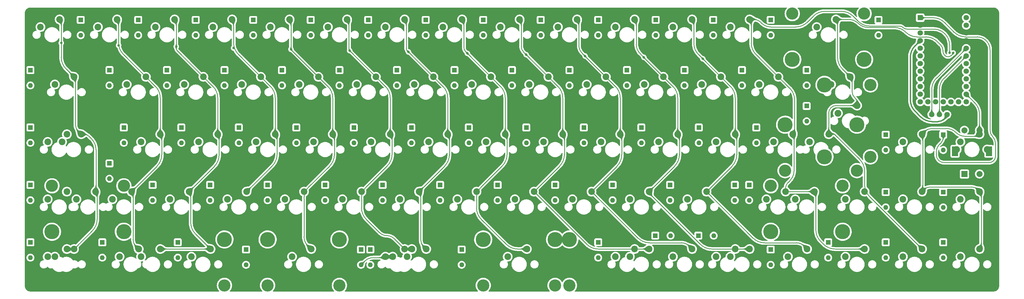
<source format=gbr>
%TF.GenerationSoftware,KiCad,Pcbnew,(6.0.1)*%
%TF.CreationDate,2022-05-17T11:58:57-04:00*%
%TF.ProjectId,GanJing 65 rev 2 solder-rounded,47616e4a-696e-4672-9036-352072657620,2*%
%TF.SameCoordinates,Original*%
%TF.FileFunction,Copper,L2,Bot*%
%TF.FilePolarity,Positive*%
%FSLAX46Y46*%
G04 Gerber Fmt 4.6, Leading zero omitted, Abs format (unit mm)*
G04 Created by KiCad (PCBNEW (6.0.1)) date 2022-05-17 11:58:57*
%MOMM*%
%LPD*%
G01*
G04 APERTURE LIST*
%TA.AperFunction,ComponentPad*%
%ADD10R,1.600000X1.600000*%
%TD*%
%TA.AperFunction,ComponentPad*%
%ADD11O,1.600000X1.600000*%
%TD*%
%TA.AperFunction,ComponentPad*%
%ADD12R,1.800000X1.800000*%
%TD*%
%TA.AperFunction,ComponentPad*%
%ADD13C,1.800000*%
%TD*%
%TA.AperFunction,ComponentPad*%
%ADD14C,2.200000*%
%TD*%
%TA.AperFunction,WasherPad*%
%ADD15C,5.000000*%
%TD*%
%TA.AperFunction,WasherPad*%
%ADD16C,4.050000*%
%TD*%
%TA.AperFunction,WasherPad*%
%ADD17C,2.250000*%
%TD*%
%TA.AperFunction,WasherPad*%
%ADD18R,2.000000X3.200000*%
%TD*%
%TA.AperFunction,ComponentPad*%
%ADD19R,2.000000X2.000000*%
%TD*%
%TA.AperFunction,ComponentPad*%
%ADD20C,2.000000*%
%TD*%
%TA.AperFunction,ComponentPad*%
%ADD21C,2.250000*%
%TD*%
%TA.AperFunction,ViaPad*%
%ADD22C,0.800000*%
%TD*%
%TA.AperFunction,Conductor*%
%ADD23C,0.250000*%
%TD*%
%TA.AperFunction,Conductor*%
%ADD24C,0.400000*%
%TD*%
G04 APERTURE END LIST*
D10*
%TO.P,D1,1*%
%TO.N,row_1*%
X69056250Y-99853750D03*
D11*
%TO.P,D1,2*%
%TO.N,Net-(D1-Pad2)*%
X69056250Y-104933750D03*
%TD*%
D10*
%TO.P,D2,1*%
%TO.N,row_1*%
X88106250Y-99853750D03*
D11*
%TO.P,D2,2*%
%TO.N,Net-(D2-Pad2)*%
X88106250Y-104933750D03*
%TD*%
D10*
%TO.P,D3,1*%
%TO.N,row_1*%
X107156250Y-99853750D03*
D11*
%TO.P,D3,2*%
%TO.N,Net-(D3-Pad2)*%
X107156250Y-104933750D03*
%TD*%
D10*
%TO.P,D4,1*%
%TO.N,row_1*%
X126206250Y-99853750D03*
D11*
%TO.P,D4,2*%
%TO.N,Net-(D4-Pad2)*%
X126206250Y-104933750D03*
%TD*%
D10*
%TO.P,D5,1*%
%TO.N,row_1*%
X145256250Y-99853750D03*
D11*
%TO.P,D5,2*%
%TO.N,Net-(D5-Pad2)*%
X145256250Y-104933750D03*
%TD*%
D10*
%TO.P,D6,1*%
%TO.N,row_1*%
X164306250Y-99853750D03*
D11*
%TO.P,D6,2*%
%TO.N,Net-(D6-Pad2)*%
X164306250Y-104933750D03*
%TD*%
D10*
%TO.P,D7,1*%
%TO.N,row_1*%
X183356250Y-99853750D03*
D11*
%TO.P,D7,2*%
%TO.N,Net-(D7-Pad2)*%
X183356250Y-104933750D03*
%TD*%
D10*
%TO.P,D8,1*%
%TO.N,row_1*%
X202406250Y-99853750D03*
D11*
%TO.P,D8,2*%
%TO.N,Net-(D8-Pad2)*%
X202406250Y-104933750D03*
%TD*%
D10*
%TO.P,D9,1*%
%TO.N,row_1*%
X221456250Y-99853750D03*
D11*
%TO.P,D9,2*%
%TO.N,Net-(D9-Pad2)*%
X221456250Y-104933750D03*
%TD*%
D10*
%TO.P,D10,1*%
%TO.N,row_1*%
X240506250Y-99853750D03*
D11*
%TO.P,D10,2*%
%TO.N,Net-(D10-Pad2)*%
X240506250Y-104933750D03*
%TD*%
D10*
%TO.P,D11,1*%
%TO.N,row_1*%
X259556250Y-99853750D03*
D11*
%TO.P,D11,2*%
%TO.N,Net-(D11-Pad2)*%
X259556250Y-104933750D03*
%TD*%
D10*
%TO.P,D12,1*%
%TO.N,row_1*%
X278606250Y-99853750D03*
D11*
%TO.P,D12,2*%
%TO.N,Net-(D12-Pad2)*%
X278606250Y-104933750D03*
%TD*%
D10*
%TO.P,D13,1*%
%TO.N,row_1*%
X297656250Y-99853750D03*
D11*
%TO.P,D13,2*%
%TO.N,Net-(D13-Pad2)*%
X297656250Y-104933750D03*
%TD*%
D10*
%TO.P,D14,1*%
%TO.N,row_1*%
X333375000Y-99853750D03*
D11*
%TO.P,D14,2*%
%TO.N,Net-(D14-Pad2)*%
X333375000Y-104933750D03*
%TD*%
D10*
%TO.P,D16,1*%
%TO.N,row_2*%
X52387500Y-116522500D03*
D11*
%TO.P,D16,2*%
%TO.N,Net-(D16-Pad2)*%
X52387500Y-121602500D03*
%TD*%
D10*
%TO.P,D17,1*%
%TO.N,row_2*%
X78581250Y-116522500D03*
D11*
%TO.P,D17,2*%
%TO.N,Net-(D17-Pad2)*%
X78581250Y-121602500D03*
%TD*%
D10*
%TO.P,D18,1*%
%TO.N,row_2*%
X97631250Y-116522500D03*
D11*
%TO.P,D18,2*%
%TO.N,Net-(D18-Pad2)*%
X97631250Y-121602500D03*
%TD*%
D10*
%TO.P,D19,1*%
%TO.N,row_2*%
X116681250Y-116522500D03*
D11*
%TO.P,D19,2*%
%TO.N,Net-(D19-Pad2)*%
X116681250Y-121602500D03*
%TD*%
D10*
%TO.P,D20,1*%
%TO.N,row_2*%
X135731250Y-116522500D03*
D11*
%TO.P,D20,2*%
%TO.N,Net-(D20-Pad2)*%
X135731250Y-121602500D03*
%TD*%
D10*
%TO.P,D21,1*%
%TO.N,row_2*%
X154781250Y-116522500D03*
D11*
%TO.P,D21,2*%
%TO.N,Net-(D21-Pad2)*%
X154781250Y-121602500D03*
%TD*%
D10*
%TO.P,D22,1*%
%TO.N,row_2*%
X173831250Y-116522500D03*
D11*
%TO.P,D22,2*%
%TO.N,Net-(D22-Pad2)*%
X173831250Y-121602500D03*
%TD*%
D10*
%TO.P,D23,1*%
%TO.N,row_2*%
X192881250Y-116522500D03*
D11*
%TO.P,D23,2*%
%TO.N,Net-(D23-Pad2)*%
X192881250Y-121602500D03*
%TD*%
D10*
%TO.P,D24,1*%
%TO.N,row_2*%
X211931250Y-116522500D03*
D11*
%TO.P,D24,2*%
%TO.N,Net-(D24-Pad2)*%
X211931250Y-121602500D03*
%TD*%
D10*
%TO.P,D25,1*%
%TO.N,row_2*%
X230981250Y-116522500D03*
D11*
%TO.P,D25,2*%
%TO.N,Net-(D25-Pad2)*%
X230981250Y-121602500D03*
%TD*%
D10*
%TO.P,D26,1*%
%TO.N,row_2*%
X250031250Y-116522500D03*
D11*
%TO.P,D26,2*%
%TO.N,Net-(D26-Pad2)*%
X250031250Y-121602500D03*
%TD*%
D10*
%TO.P,D27,1*%
%TO.N,row_2*%
X269081250Y-116522500D03*
D11*
%TO.P,D27,2*%
%TO.N,Net-(D27-Pad2)*%
X269081250Y-121602500D03*
%TD*%
D10*
%TO.P,D28,1*%
%TO.N,row_2*%
X288131250Y-116522500D03*
D11*
%TO.P,D28,2*%
%TO.N,Net-(D28-Pad2)*%
X288131250Y-121602500D03*
%TD*%
D10*
%TO.P,D29,1*%
%TO.N,row_2*%
X309562500Y-116522500D03*
D11*
%TO.P,D29,2*%
%TO.N,Net-(D29-Pad2)*%
X309562500Y-121602500D03*
%TD*%
D10*
%TO.P,D30,1*%
%TO.N,row_2*%
X335756250Y-137953750D03*
D11*
%TO.P,D30,2*%
%TO.N,Net-(D30-Pad2)*%
X335756250Y-143033750D03*
%TD*%
D10*
%TO.P,D31,1*%
%TO.N,row_3*%
X52387500Y-135572500D03*
D11*
%TO.P,D31,2*%
%TO.N,Net-(D31-Pad2)*%
X52387500Y-140652500D03*
%TD*%
D10*
%TO.P,D32,1*%
%TO.N,row_3*%
X83343750Y-135572500D03*
D11*
%TO.P,D32,2*%
%TO.N,Net-(D32-Pad2)*%
X83343750Y-140652500D03*
%TD*%
D10*
%TO.P,D33,1*%
%TO.N,row_3*%
X102393750Y-135572500D03*
D11*
%TO.P,D33,2*%
%TO.N,Net-(D33-Pad2)*%
X102393750Y-140652500D03*
%TD*%
D10*
%TO.P,D34,1*%
%TO.N,row_3*%
X121443750Y-135572500D03*
D11*
%TO.P,D34,2*%
%TO.N,Net-(D34-Pad2)*%
X121443750Y-140652500D03*
%TD*%
D10*
%TO.P,D35,1*%
%TO.N,row_3*%
X140493750Y-135572500D03*
D11*
%TO.P,D35,2*%
%TO.N,Net-(D35-Pad2)*%
X140493750Y-140652500D03*
%TD*%
D10*
%TO.P,D36,1*%
%TO.N,row_3*%
X159543750Y-135572500D03*
D11*
%TO.P,D36,2*%
%TO.N,Net-(D36-Pad2)*%
X159543750Y-140652500D03*
%TD*%
D10*
%TO.P,D37,1*%
%TO.N,row_3*%
X178593750Y-135572500D03*
D11*
%TO.P,D37,2*%
%TO.N,Net-(D37-Pad2)*%
X178593750Y-140652500D03*
%TD*%
D10*
%TO.P,D38,1*%
%TO.N,row_3*%
X197643750Y-135572500D03*
D11*
%TO.P,D38,2*%
%TO.N,Net-(D38-Pad2)*%
X197643750Y-140652500D03*
%TD*%
D10*
%TO.P,D39,1*%
%TO.N,row_3*%
X216693750Y-135572500D03*
D11*
%TO.P,D39,2*%
%TO.N,Net-(D39-Pad2)*%
X216693750Y-140652500D03*
%TD*%
D10*
%TO.P,D40,1*%
%TO.N,row_3*%
X235743750Y-135572500D03*
D11*
%TO.P,D40,2*%
%TO.N,Net-(D40-Pad2)*%
X235743750Y-140652500D03*
%TD*%
D10*
%TO.P,D41,1*%
%TO.N,row_3*%
X254793750Y-135572500D03*
D11*
%TO.P,D41,2*%
%TO.N,Net-(D41-Pad2)*%
X254793750Y-140652500D03*
%TD*%
D10*
%TO.P,D42,1*%
%TO.N,row_3*%
X273843750Y-135572500D03*
D11*
%TO.P,D42,2*%
%TO.N,Net-(D42-Pad2)*%
X273843750Y-140652500D03*
%TD*%
D10*
%TO.P,D43,1*%
%TO.N,row_3*%
X292893750Y-135572500D03*
D11*
%TO.P,D43,2*%
%TO.N,Net-(D43-Pad2)*%
X292893750Y-140652500D03*
%TD*%
D10*
%TO.P,D44,1*%
%TO.N,row_3*%
X309562500Y-128428750D03*
D11*
%TO.P,D44,2*%
%TO.N,Net-(D44-Pad2)*%
X309562500Y-133508750D03*
%TD*%
D10*
%TO.P,D45,1*%
%TO.N,row_3*%
X335756250Y-157003750D03*
D11*
%TO.P,D45,2*%
%TO.N,Net-(D45-Pad2)*%
X335756250Y-162083750D03*
%TD*%
D10*
%TO.P,D46,1*%
%TO.N,row_4*%
X52387500Y-154622500D03*
D11*
%TO.P,D46,2*%
%TO.N,Net-(D46-Pad2)*%
X52387500Y-159702500D03*
%TD*%
D10*
%TO.P,D47,1*%
%TO.N,row_4*%
X78581250Y-147478750D03*
D11*
%TO.P,D47,2*%
%TO.N,Net-(D47-Pad2)*%
X78581250Y-152558750D03*
%TD*%
D10*
%TO.P,D48,1*%
%TO.N,row_4*%
X92868750Y-154622500D03*
D11*
%TO.P,D48,2*%
%TO.N,Net-(D48-Pad2)*%
X92868750Y-159702500D03*
%TD*%
D10*
%TO.P,D49,1*%
%TO.N,row_4*%
X111918750Y-154622500D03*
D11*
%TO.P,D49,2*%
%TO.N,Net-(D49-Pad2)*%
X111918750Y-159702500D03*
%TD*%
D10*
%TO.P,D50,1*%
%TO.N,row_4*%
X130968750Y-154622500D03*
D11*
%TO.P,D50,2*%
%TO.N,Net-(D50-Pad2)*%
X130968750Y-159702500D03*
%TD*%
D10*
%TO.P,D51,1*%
%TO.N,row_4*%
X150018750Y-154622500D03*
D11*
%TO.P,D51,2*%
%TO.N,Net-(D51-Pad2)*%
X150018750Y-159702500D03*
%TD*%
D10*
%TO.P,D52,1*%
%TO.N,row_4*%
X169068750Y-154622500D03*
D11*
%TO.P,D52,2*%
%TO.N,Net-(D52-Pad2)*%
X169068750Y-159702500D03*
%TD*%
D10*
%TO.P,D53,1*%
%TO.N,row_4*%
X188118750Y-154622500D03*
D11*
%TO.P,D53,2*%
%TO.N,Net-(D53-Pad2)*%
X188118750Y-159702500D03*
%TD*%
D10*
%TO.P,D54,1*%
%TO.N,row_4*%
X207168750Y-154622500D03*
D11*
%TO.P,D54,2*%
%TO.N,Net-(D54-Pad2)*%
X207168750Y-159702500D03*
%TD*%
D10*
%TO.P,D55,1*%
%TO.N,row_4*%
X226218750Y-154622500D03*
D11*
%TO.P,D55,2*%
%TO.N,Net-(D55-Pad2)*%
X226218750Y-159702500D03*
%TD*%
D10*
%TO.P,D57,1*%
%TO.N,row_4*%
X264318750Y-154622500D03*
D11*
%TO.P,D57,2*%
%TO.N,Net-(D57-Pad2)*%
X264318750Y-159702500D03*
%TD*%
D10*
%TO.P,D58,1*%
%TO.N,row_4*%
X290512500Y-154622500D03*
D11*
%TO.P,D58,2*%
%TO.N,Net-(D58-Pad2)*%
X290512500Y-159702500D03*
%TD*%
D10*
%TO.P,D60,1*%
%TO.N,row_4*%
X354806250Y-157003750D03*
D11*
%TO.P,D60,2*%
%TO.N,Net-(D60-Pad2)*%
X354806250Y-162083750D03*
%TD*%
D10*
%TO.P,D61,1*%
%TO.N,row_5*%
X52387500Y-173672500D03*
D11*
%TO.P,D61,2*%
%TO.N,Net-(D61-Pad2)*%
X52387500Y-178752500D03*
%TD*%
D10*
%TO.P,D62,1*%
%TO.N,row_5*%
X76200000Y-173672500D03*
D11*
%TO.P,D62,2*%
%TO.N,Net-(D62-Pad2)*%
X76200000Y-178752500D03*
%TD*%
D10*
%TO.P,D63,1*%
%TO.N,row_5*%
X101200000Y-173672500D03*
D11*
%TO.P,D63,2*%
%TO.N,Net-(D63-Pad2)*%
X101200000Y-178752500D03*
%TD*%
D10*
%TO.P,D66,1*%
%TO.N,row_5*%
X165000000Y-176053750D03*
D11*
%TO.P,D66,2*%
%TO.N,Net-(D66-Pad2)*%
X165000000Y-181133750D03*
%TD*%
D10*
%TO.P,D68,1*%
%TO.N,row_5*%
X240506250Y-173672500D03*
D11*
%TO.P,D68,2*%
%TO.N,Net-(D68-Pad2)*%
X240506250Y-178752500D03*
%TD*%
D10*
%TO.P,D69,1*%
%TO.N,row_5*%
X259397500Y-171450000D03*
D11*
%TO.P,D69,2*%
%TO.N,Net-(D69-Pad2)*%
X264477500Y-171450000D03*
%TD*%
D10*
%TO.P,D70,1*%
%TO.N,row_5*%
X273685000Y-171450000D03*
D11*
%TO.P,D70,2*%
%TO.N,Net-(D70-Pad2)*%
X278765000Y-171450000D03*
%TD*%
D10*
%TO.P,D71,1*%
%TO.N,row_5*%
X297656250Y-176053750D03*
D11*
%TO.P,D71,2*%
%TO.N,Net-(D71-Pad2)*%
X297656250Y-181133750D03*
%TD*%
D10*
%TO.P,D72,1*%
%TO.N,row_5*%
X316706250Y-173672500D03*
D11*
%TO.P,D72,2*%
%TO.N,Net-(D72-Pad2)*%
X316706250Y-178752500D03*
%TD*%
D10*
%TO.P,D73,1*%
%TO.N,row_5*%
X335756250Y-173672500D03*
D11*
%TO.P,D73,2*%
%TO.N,Net-(D73-Pad2)*%
X335756250Y-178752500D03*
%TD*%
D10*
%TO.P,D74,1*%
%TO.N,row_5*%
X354806250Y-173672500D03*
D11*
%TO.P,D74,2*%
%TO.N,Net-(D74-Pad2)*%
X354806250Y-178752500D03*
%TD*%
D10*
%TO.P,D15,1*%
%TO.N,row_1*%
X354806250Y-137953750D03*
D11*
%TO.P,D15,2*%
%TO.N,S2*%
X354806250Y-143033750D03*
%TD*%
D12*
%TO.P,DS1,1,GND*%
%TO.N,GND*%
X358616250Y-131250000D03*
D13*
%TO.P,DS1,2,VCC*%
%TO.N,VCC*%
X356076250Y-131250000D03*
%TO.P,DS1,3,SCL*%
%TO.N,SCL*%
X353536250Y-131250000D03*
%TO.P,DS1,4,SDA*%
%TO.N,SDA*%
X350996250Y-131250000D03*
%TD*%
D14*
%TO.P,MX1,1,COL*%
%TO.N,col_1*%
X62071250Y-99695000D03*
%TO.P,MX1,2,ROW*%
%TO.N,Net-(D1-Pad2)*%
X55721250Y-102235000D03*
%TD*%
%TO.P,MX2,1,COL*%
%TO.N,col_2*%
X81121250Y-99695000D03*
%TO.P,MX2,2,ROW*%
%TO.N,Net-(D2-Pad2)*%
X74771250Y-102235000D03*
%TD*%
%TO.P,MX3,1,COL*%
%TO.N,col_3*%
X100171250Y-99695000D03*
%TO.P,MX3,2,ROW*%
%TO.N,Net-(D3-Pad2)*%
X93821250Y-102235000D03*
%TD*%
%TO.P,MX4,1,COL*%
%TO.N,col_4*%
X119221250Y-99695000D03*
%TO.P,MX4,2,ROW*%
%TO.N,Net-(D4-Pad2)*%
X112871250Y-102235000D03*
%TD*%
%TO.P,MX5,1,COL*%
%TO.N,col_5*%
X138271250Y-99695000D03*
%TO.P,MX5,2,ROW*%
%TO.N,Net-(D5-Pad2)*%
X131921250Y-102235000D03*
%TD*%
%TO.P,MX6,1,COL*%
%TO.N,col_6*%
X157321250Y-99695000D03*
%TO.P,MX6,2,ROW*%
%TO.N,Net-(D6-Pad2)*%
X150971250Y-102235000D03*
%TD*%
%TO.P,MX7,1,COL*%
%TO.N,col_7*%
X176371250Y-99695000D03*
%TO.P,MX7,2,ROW*%
%TO.N,Net-(D7-Pad2)*%
X170021250Y-102235000D03*
%TD*%
%TO.P,MX8,1,COL*%
%TO.N,col_8*%
X195421250Y-99695000D03*
%TO.P,MX8,2,ROW*%
%TO.N,Net-(D8-Pad2)*%
X189071250Y-102235000D03*
%TD*%
%TO.P,MX9,1,COL*%
%TO.N,col_9*%
X214471250Y-99695000D03*
%TO.P,MX9,2,ROW*%
%TO.N,Net-(D9-Pad2)*%
X208121250Y-102235000D03*
%TD*%
%TO.P,MX10,1,COL*%
%TO.N,col_10*%
X233521250Y-99695000D03*
%TO.P,MX10,2,ROW*%
%TO.N,Net-(D10-Pad2)*%
X227171250Y-102235000D03*
%TD*%
%TO.P,MX11,1,COL*%
%TO.N,col_11*%
X252571250Y-99695000D03*
%TO.P,MX11,2,ROW*%
%TO.N,Net-(D11-Pad2)*%
X246221250Y-102235000D03*
%TD*%
%TO.P,MX12,1,COL*%
%TO.N,col_12*%
X271621250Y-99695000D03*
%TO.P,MX12,2,ROW*%
%TO.N,Net-(D12-Pad2)*%
X265271250Y-102235000D03*
%TD*%
%TO.P,MX13,1,COL*%
%TO.N,col_13*%
X290671250Y-99695000D03*
%TO.P,MX13,2,ROW*%
%TO.N,Net-(D13-Pad2)*%
X284321250Y-102235000D03*
%TD*%
D15*
%TO.P,MX14,*%
%TO.N,*%
X328606250Y-113015000D03*
X304806250Y-113015000D03*
D16*
X328606250Y-97775000D03*
X304806250Y-97775000D03*
D14*
%TO.P,MX14,1,COL*%
%TO.N,col_14*%
X319246250Y-99695000D03*
%TO.P,MX14,2,ROW*%
%TO.N,Net-(D14-Pad2)*%
X312896250Y-102235000D03*
%TD*%
%TO.P,MX16,1,COL*%
%TO.N,col_1*%
X66833750Y-118745000D03*
%TO.P,MX16,2,ROW*%
%TO.N,Net-(D16-Pad2)*%
X60483750Y-121285000D03*
%TD*%
%TO.P,MX17,1,COL*%
%TO.N,col_2*%
X90646250Y-118745000D03*
%TO.P,MX17,2,ROW*%
%TO.N,Net-(D17-Pad2)*%
X84296250Y-121285000D03*
%TD*%
%TO.P,MX18,1,COL*%
%TO.N,col_3*%
X109696250Y-118745000D03*
%TO.P,MX18,2,ROW*%
%TO.N,Net-(D18-Pad2)*%
X103346250Y-121285000D03*
%TD*%
%TO.P,MX19,1,COL*%
%TO.N,col_4*%
X128746250Y-118745000D03*
%TO.P,MX19,2,ROW*%
%TO.N,Net-(D19-Pad2)*%
X122396250Y-121285000D03*
%TD*%
%TO.P,MX20,1,COL*%
%TO.N,col_5*%
X147796250Y-118745000D03*
%TO.P,MX20,2,ROW*%
%TO.N,Net-(D20-Pad2)*%
X141446250Y-121285000D03*
%TD*%
%TO.P,MX21,1,COL*%
%TO.N,col_6*%
X166846250Y-118745000D03*
%TO.P,MX21,2,ROW*%
%TO.N,Net-(D21-Pad2)*%
X160496250Y-121285000D03*
%TD*%
%TO.P,MX22,1,COL*%
%TO.N,col_7*%
X185896250Y-118745000D03*
%TO.P,MX22,2,ROW*%
%TO.N,Net-(D22-Pad2)*%
X179546250Y-121285000D03*
%TD*%
%TO.P,MX23,1,COL*%
%TO.N,col_8*%
X204946250Y-118745000D03*
%TO.P,MX23,2,ROW*%
%TO.N,Net-(D23-Pad2)*%
X198596250Y-121285000D03*
%TD*%
%TO.P,MX24,1,COL*%
%TO.N,col_9*%
X223996250Y-118745000D03*
%TO.P,MX24,2,ROW*%
%TO.N,Net-(D24-Pad2)*%
X217646250Y-121285000D03*
%TD*%
%TO.P,MX25,1,COL*%
%TO.N,col_10*%
X243046250Y-118745000D03*
%TO.P,MX25,2,ROW*%
%TO.N,Net-(D25-Pad2)*%
X236696250Y-121285000D03*
%TD*%
%TO.P,MX26,1,COL*%
%TO.N,col_11*%
X262096250Y-118745000D03*
%TO.P,MX26,2,ROW*%
%TO.N,Net-(D26-Pad2)*%
X255746250Y-121285000D03*
%TD*%
%TO.P,MX27,1,COL*%
%TO.N,col_12*%
X281146250Y-118745000D03*
%TO.P,MX27,2,ROW*%
%TO.N,Net-(D27-Pad2)*%
X274796250Y-121285000D03*
%TD*%
%TO.P,MX28,1,COL*%
%TO.N,col_13*%
X300196250Y-118745000D03*
%TO.P,MX28,2,ROW*%
%TO.N,Net-(D28-Pad2)*%
X293846250Y-121285000D03*
%TD*%
%TO.P,MX29,1,COL*%
%TO.N,col_14*%
X324008750Y-118745000D03*
%TO.P,MX29,2,ROW*%
%TO.N,Net-(D29-Pad2)*%
X317658750Y-121285000D03*
%TD*%
%TO.P,MX30,1,COL*%
%TO.N,col_15*%
X347821250Y-137795000D03*
%TO.P,MX30,2,ROW*%
%TO.N,Net-(D30-Pad2)*%
X341471250Y-140335000D03*
%TD*%
%TO.P,MX31,1,COL*%
%TO.N,col_1*%
X69215000Y-137795000D03*
%TO.P,MX31,2,ROW*%
%TO.N,Net-(D31-Pad2)*%
X62865000Y-140335000D03*
%TD*%
%TO.P,MX32,1,COL*%
%TO.N,col_2*%
X95408750Y-137795000D03*
%TO.P,MX32,2,ROW*%
%TO.N,Net-(D32-Pad2)*%
X89058750Y-140335000D03*
%TD*%
%TO.P,MX33,1,COL*%
%TO.N,col_3*%
X114458750Y-137795000D03*
%TO.P,MX33,2,ROW*%
%TO.N,Net-(D33-Pad2)*%
X108108750Y-140335000D03*
%TD*%
%TO.P,MX34,1,COL*%
%TO.N,col_4*%
X133508750Y-137795000D03*
%TO.P,MX34,2,ROW*%
%TO.N,Net-(D34-Pad2)*%
X127158750Y-140335000D03*
%TD*%
%TO.P,MX35,1,COL*%
%TO.N,col_5*%
X152558750Y-137795000D03*
%TO.P,MX35,2,ROW*%
%TO.N,Net-(D35-Pad2)*%
X146208750Y-140335000D03*
%TD*%
%TO.P,MX36,1,COL*%
%TO.N,col_6*%
X171608750Y-137795000D03*
%TO.P,MX36,2,ROW*%
%TO.N,Net-(D36-Pad2)*%
X165258750Y-140335000D03*
%TD*%
%TO.P,MX37,1,COL*%
%TO.N,col_7*%
X190658750Y-137795000D03*
%TO.P,MX37,2,ROW*%
%TO.N,Net-(D37-Pad2)*%
X184308750Y-140335000D03*
%TD*%
%TO.P,MX38,1,COL*%
%TO.N,col_8*%
X209708750Y-137795000D03*
%TO.P,MX38,2,ROW*%
%TO.N,Net-(D38-Pad2)*%
X203358750Y-140335000D03*
%TD*%
%TO.P,MX39,1,COL*%
%TO.N,col_9*%
X228758750Y-137795000D03*
%TO.P,MX39,2,ROW*%
%TO.N,Net-(D39-Pad2)*%
X222408750Y-140335000D03*
%TD*%
%TO.P,MX40,1,COL*%
%TO.N,col_10*%
X247808750Y-137795000D03*
%TO.P,MX40,2,ROW*%
%TO.N,Net-(D40-Pad2)*%
X241458750Y-140335000D03*
%TD*%
%TO.P,MX41,1,COL*%
%TO.N,col_11*%
X266858750Y-137795000D03*
%TO.P,MX41,2,ROW*%
%TO.N,Net-(D41-Pad2)*%
X260508750Y-140335000D03*
%TD*%
%TO.P,MX42,1,COL*%
%TO.N,col_12*%
X285908750Y-137795000D03*
%TO.P,MX42,2,ROW*%
%TO.N,Net-(D42-Pad2)*%
X279558750Y-140335000D03*
%TD*%
%TO.P,MX43,1,COL*%
%TO.N,col_13*%
X304958750Y-137795000D03*
%TO.P,MX43,2,ROW*%
%TO.N,Net-(D43-Pad2)*%
X298608750Y-140335000D03*
%TD*%
D16*
%TO.P,MX44,*%
%TO.N,*%
X302425000Y-149875000D03*
D15*
X302425000Y-134635000D03*
X326225000Y-134635000D03*
D16*
X326225000Y-149875000D03*
D14*
%TO.P,MX44,1,COL*%
%TO.N,col_14*%
X316865000Y-137795000D03*
%TO.P,MX44,2,ROW*%
%TO.N,Net-(D44-Pad2)*%
X310515000Y-140335000D03*
%TD*%
%TO.P,MX45,1,COL*%
%TO.N,col_15*%
X347821250Y-156845000D03*
%TO.P,MX45,2,ROW*%
%TO.N,Net-(D45-Pad2)*%
X341471250Y-159385000D03*
%TD*%
D15*
%TO.P,MX46,*%
%TO.N,*%
X83337500Y-170165000D03*
X59537500Y-170165000D03*
D16*
X83337500Y-154925000D03*
X59537500Y-154925000D03*
D14*
%TO.P,MX46,1,COL*%
%TO.N,col_1*%
X73977500Y-156845000D03*
%TO.P,MX46,2,ROW*%
%TO.N,Net-(D46-Pad2)*%
X67627500Y-159385000D03*
%TD*%
%TO.P,MX48,1,COL*%
%TO.N,col_3*%
X104933750Y-156845000D03*
%TO.P,MX48,2,ROW*%
%TO.N,Net-(D48-Pad2)*%
X98583750Y-159385000D03*
%TD*%
%TO.P,MX49,1,COL*%
%TO.N,col_4*%
X123983750Y-156845000D03*
%TO.P,MX49,2,ROW*%
%TO.N,Net-(D49-Pad2)*%
X117633750Y-159385000D03*
%TD*%
%TO.P,MX50,1,COL*%
%TO.N,col_5*%
X143033750Y-156845000D03*
%TO.P,MX50,2,ROW*%
%TO.N,Net-(D50-Pad2)*%
X136683750Y-159385000D03*
%TD*%
%TO.P,MX51,1,COL*%
%TO.N,col_6*%
X162083750Y-156845000D03*
%TO.P,MX51,2,ROW*%
%TO.N,Net-(D51-Pad2)*%
X155733750Y-159385000D03*
%TD*%
%TO.P,MX52,1,COL*%
%TO.N,col_7*%
X181133750Y-156845000D03*
%TO.P,MX52,2,ROW*%
%TO.N,Net-(D52-Pad2)*%
X174783750Y-159385000D03*
%TD*%
%TO.P,MX53,1,COL*%
%TO.N,col_8*%
X200183750Y-156845000D03*
%TO.P,MX53,2,ROW*%
%TO.N,Net-(D53-Pad2)*%
X193833750Y-159385000D03*
%TD*%
%TO.P,MX54,1,COL*%
%TO.N,col_9*%
X219233750Y-156845000D03*
%TO.P,MX54,2,ROW*%
%TO.N,Net-(D54-Pad2)*%
X212883750Y-159385000D03*
%TD*%
%TO.P,MX55,1,COL*%
%TO.N,col_10*%
X238283750Y-156845000D03*
%TO.P,MX55,2,ROW*%
%TO.N,Net-(D55-Pad2)*%
X231933750Y-159385000D03*
%TD*%
%TO.P,MX56,1,COL*%
%TO.N,col_11*%
X257333750Y-156845000D03*
%TO.P,MX56,2,ROW*%
%TO.N,Net-(D56-Pad2)*%
X250983750Y-159385000D03*
%TD*%
%TO.P,MX57,1,COL*%
%TO.N,col_12*%
X276383750Y-156845000D03*
%TO.P,MX57,2,ROW*%
%TO.N,Net-(D57-Pad2)*%
X270033750Y-159385000D03*
%TD*%
D15*
%TO.P,MX58,*%
%TO.N,*%
X297662500Y-170165000D03*
X321462500Y-170165000D03*
D16*
X321462500Y-154925000D03*
X297662500Y-154925000D03*
D14*
%TO.P,MX58,1,COL*%
%TO.N,col_13*%
X312102500Y-156845000D03*
%TO.P,MX58,2,ROW*%
%TO.N,Net-(D58-Pad2)*%
X305752500Y-159385000D03*
%TD*%
%TO.P,MX60,1,COL*%
%TO.N,col_15*%
X366871250Y-156845000D03*
%TO.P,MX60,2,ROW*%
%TO.N,Net-(D60-Pad2)*%
X360521250Y-159385000D03*
%TD*%
%TO.P,MX61,1,COL*%
%TO.N,col_1*%
X64452500Y-175895000D03*
%TO.P,MX61,2,ROW*%
%TO.N,Net-(D61-Pad2)*%
X58102500Y-178435000D03*
%TD*%
%TO.P,MX62,1,COL*%
%TO.N,col_2*%
X88265000Y-175895000D03*
%TO.P,MX62,2,ROW*%
%TO.N,Net-(D62-Pad2)*%
X81915000Y-178435000D03*
%TD*%
%TO.P,MX63,1,COL*%
%TO.N,col_3*%
X112077500Y-175895000D03*
%TO.P,MX63,2,ROW*%
%TO.N,Net-(D63-Pad2)*%
X105727500Y-178435000D03*
%TD*%
D15*
%TO.P,MX66,*%
%TO.N,*%
X130975100Y-172720000D03*
D16*
X230974900Y-187960000D03*
D15*
X230974900Y-172720000D03*
D16*
X130975100Y-187960000D03*
D14*
%TO.P,MX66,1,COL*%
%TO.N,col_7*%
X183515000Y-175895000D03*
%TO.P,MX66,2,ROW*%
%TO.N,Net-(D66-Pad2)*%
X177165000Y-178435000D03*
%TD*%
%TO.P,MX68,1,COL*%
%TO.N,col_9*%
X252571250Y-175895000D03*
%TO.P,MX68,2,ROW*%
%TO.N,Net-(D68-Pad2)*%
X246221250Y-178435000D03*
%TD*%
%TO.P,MX69,1,COL*%
%TO.N,col_10*%
X271621250Y-175895000D03*
%TO.P,MX69,2,ROW*%
%TO.N,Net-(D69-Pad2)*%
X265271250Y-178435000D03*
%TD*%
%TO.P,MX70,1,COL*%
%TO.N,col_11*%
X290671250Y-175895000D03*
%TO.P,MX70,2,ROW*%
%TO.N,Net-(D70-Pad2)*%
X284321250Y-178435000D03*
%TD*%
%TO.P,MX71,1,COL*%
%TO.N,col_12*%
X309721250Y-175895000D03*
%TO.P,MX71,2,ROW*%
%TO.N,Net-(D71-Pad2)*%
X303371250Y-178435000D03*
%TD*%
%TO.P,MX72,1,COL*%
%TO.N,col_13*%
X328771250Y-175895000D03*
%TO.P,MX72,2,ROW*%
%TO.N,Net-(D72-Pad2)*%
X322421250Y-178435000D03*
%TD*%
%TO.P,MX73,1,COL*%
%TO.N,col_14*%
X347821250Y-175895000D03*
%TO.P,MX73,2,ROW*%
%TO.N,Net-(D73-Pad2)*%
X341471250Y-178435000D03*
%TD*%
%TO.P,MX74,1,COL*%
%TO.N,col_15*%
X366871250Y-175895000D03*
%TO.P,MX74,2,ROW*%
%TO.N,Net-(D74-Pad2)*%
X360521250Y-178435000D03*
%TD*%
%TO.P,MX75,1,COL*%
%TO.N,col_1*%
X64452500Y-137795000D03*
%TO.P,MX75,2,ROW*%
%TO.N,Net-(D31-Pad2)*%
X58102500Y-140335000D03*
%TD*%
%TO.P,MX77,1,COL*%
%TO.N,col_1*%
X64452500Y-156845000D03*
%TO.P,MX77,2,ROW*%
%TO.N,Net-(D46-Pad2)*%
X58102500Y-159385000D03*
%TD*%
D15*
%TO.P,MX64,*%
%TO.N,*%
X130975000Y-172735000D03*
X154775000Y-172735000D03*
D16*
X130975000Y-187975000D03*
X154775000Y-187975000D03*
D14*
%TO.P,MX64,1,COL*%
%TO.N,col_5*%
X145415000Y-175895000D03*
%TO.P,MX64,2,ROW*%
%TO.N,Net-(D64-Pad2)*%
X139065000Y-178435000D03*
%TD*%
%TO.P,MX65,1,COL*%
%TO.N,col_6*%
X178752500Y-175895000D03*
%TO.P,MX65,2,ROW*%
%TO.N,Net-(D65-Pad2)*%
X172402500Y-178435000D03*
%TD*%
D12*
%TO.P,U1,1,B0*%
%TO.N,row_1*%
X347186250Y-99130000D03*
D13*
%TO.P,U1,2,GND*%
%TO.N,GND*%
X347186250Y-101670000D03*
%TO.P,U1,3,RST*%
%TO.N,unconnected-(U1-Pad3)*%
X347186250Y-104210000D03*
%TO.P,U1,4,VCC*%
%TO.N,VCC*%
X347186250Y-106750000D03*
%TO.P,U1,5,F4*%
%TO.N,col_1*%
X347186250Y-109290000D03*
%TO.P,U1,6,F5*%
%TO.N,col_2*%
X347186250Y-111830000D03*
%TO.P,U1,7,F6*%
%TO.N,col_3*%
X347186250Y-114370000D03*
%TO.P,U1,8,F7*%
%TO.N,col_4*%
X347186250Y-116910000D03*
%TO.P,U1,9,B1/SCLK*%
%TO.N,col_5*%
X347186250Y-119450000D03*
%TO.P,U1,10,B3/MISO*%
%TO.N,col_6*%
X347186250Y-121990000D03*
%TO.P,U1,11,B2/MOSI*%
%TO.N,col_7*%
X347186250Y-124530000D03*
%TO.P,U1,12,B6*%
%TO.N,col_8*%
X347186250Y-127070000D03*
%TO.P,U1,13,B5*%
%TO.N,col_14*%
X362426250Y-127070000D03*
%TO.P,U1,14,B4*%
%TO.N,col_15*%
X362426250Y-124530000D03*
%TO.P,U1,15,E6*%
%TO.N,row_2*%
X362426250Y-121990000D03*
%TO.P,U1,16,D7*%
%TO.N,row_3*%
X362426250Y-119450000D03*
%TO.P,U1,17,C6*%
%TO.N,row_4*%
X362426250Y-116910000D03*
%TO.P,U1,18,D4*%
%TO.N,row_5*%
X362426250Y-114370000D03*
%TO.P,U1,19,D0/SCL*%
%TO.N,SCL*%
X362426250Y-111830000D03*
%TO.P,U1,20,D1/SDA*%
%TO.N,SDA*%
X362426250Y-109290000D03*
%TO.P,U1,21,GND*%
%TO.N,GND*%
X362426250Y-106750000D03*
%TO.P,U1,22,GND*%
X362426250Y-104210000D03*
%TO.P,U1,23,D2*%
%TO.N,rotory_2*%
X362426250Y-101670000D03*
%TO.P,U1,24,D3*%
%TO.N,rotory_1*%
X362426250Y-99130000D03*
%TO.P,U1,25,F0*%
%TO.N,col_9*%
X349726250Y-127070000D03*
%TO.P,U1,26,F1*%
%TO.N,col_10*%
X352266250Y-127070000D03*
%TO.P,U1,27,C7*%
%TO.N,col_11*%
X354806250Y-127070000D03*
%TO.P,U1,28,D5*%
%TO.N,col_12*%
X357346250Y-127070000D03*
%TO.P,U1,29,B7*%
%TO.N,col_13*%
X359886250Y-127070000D03*
%TD*%
D10*
%TO.P,D56,1*%
%TO.N,row_4*%
X245268750Y-154622500D03*
D11*
%TO.P,D56,2*%
%TO.N,Net-(D56-Pad2)*%
X245268750Y-159702500D03*
%TD*%
D16*
%TO.P,MX67,*%
%TO.N,*%
X202412500Y-187975000D03*
D15*
X202412500Y-172735000D03*
D16*
X226212500Y-187975000D03*
D15*
X226212500Y-172735000D03*
D14*
%TO.P,MX67,1,COL*%
%TO.N,col_8*%
X216852500Y-175895000D03*
%TO.P,MX67,2,ROW*%
%TO.N,Net-(D67-Pad2)*%
X210502500Y-178435000D03*
%TD*%
D17*
%TO.P,MX15,*%
%TO.N,*%
X359240000Y-142860000D03*
X369400000Y-142860000D03*
D14*
%TO.P,MX15,1,COL*%
%TO.N,col_15*%
X366860000Y-137780000D03*
%TO.P,MX15,2,ROW*%
%TO.N,S2*%
X360510000Y-140320000D03*
%TD*%
%TO.P,MX47,1,COL*%
%TO.N,col_2*%
X85883750Y-156845000D03*
%TO.P,MX47,2,ROW*%
%TO.N,Net-(D47-Pad2)*%
X79533750Y-159385000D03*
%TD*%
D18*
%TO.P,SW1,*%
%TO.N,*%
X358731250Y-143475000D03*
X369931250Y-143475000D03*
D19*
%TO.P,SW1,A*%
%TO.N,rotory_1*%
X361831250Y-150975000D03*
D20*
%TO.P,SW1,B*%
%TO.N,rotory_2*%
X366831250Y-150975000D03*
%TO.P,SW1,C*%
%TO.N,GND*%
X364331250Y-150975000D03*
%TO.P,SW1,S1*%
%TO.N,col_15*%
X366831250Y-136475000D03*
%TO.P,SW1,S2*%
%TO.N,S2*%
X361831250Y-136475000D03*
%TD*%
D14*
%TO.P,MX59,1,COL*%
%TO.N,col_14*%
X328771250Y-156845000D03*
%TO.P,MX59,2,ROW*%
%TO.N,Net-(D59-Pad2)*%
X322421250Y-159385000D03*
%TD*%
D10*
%TO.P,D67,1*%
%TO.N,row_5*%
X195262500Y-176053750D03*
D11*
%TO.P,D67,2*%
%TO.N,Net-(D67-Pad2)*%
X195262500Y-181133750D03*
%TD*%
D14*
%TO.P,MX83,1,COL*%
%TO.N,col_11*%
X285908750Y-175895000D03*
%TO.P,MX83,2,ROW*%
%TO.N,Net-(D70-Pad2)*%
X279558750Y-178435000D03*
%TD*%
D10*
%TO.P,D65,1*%
%TO.N,row_5*%
X161925000Y-176053750D03*
D11*
%TO.P,D65,2*%
%TO.N,Net-(D65-Pad2)*%
X161925000Y-181133750D03*
%TD*%
D14*
%TO.P,MX79,1,COL*%
%TO.N,col_1*%
X66833750Y-175895000D03*
%TO.P,MX79,2,ROW*%
%TO.N,Net-(D61-Pad2)*%
X60483750Y-178435000D03*
%TD*%
D10*
%TO.P,D64,1*%
%TO.N,row_5*%
X123825000Y-176053750D03*
D11*
%TO.P,D64,2*%
%TO.N,Net-(D64-Pad2)*%
X123825000Y-181133750D03*
%TD*%
D15*
%TO.P,MX76,*%
%TO.N,*%
X315470000Y-145288000D03*
D16*
X330710000Y-145288000D03*
D15*
X315470000Y-121412000D03*
D16*
X330710000Y-121412000D03*
D21*
%TO.P,MX76,1,COL*%
%TO.N,col_14*%
X326265000Y-128270000D03*
%TO.P,MX76,2,ROW*%
%TO.N,Net-(D44-Pad2)*%
X319915000Y-130810000D03*
%TD*%
D14*
%TO.P,MX80,1,COL*%
%TO.N,col_3*%
X95408750Y-175895000D03*
%TO.P,MX80,2,ROW*%
%TO.N,Net-(D63-Pad2)*%
X89058750Y-178435000D03*
%TD*%
%TO.P,MX82,1,COL*%
%TO.N,col_9*%
X257333750Y-175895000D03*
%TO.P,MX82,2,ROW*%
%TO.N,Net-(D68-Pad2)*%
X250983750Y-178435000D03*
%TD*%
%TO.P,MX78,1,COL*%
%TO.N,col_13*%
X302577500Y-156845000D03*
%TO.P,MX78,2,ROW*%
%TO.N,Net-(D58-Pad2)*%
X296227500Y-159385000D03*
%TD*%
D16*
%TO.P,MX81,*%
%TO.N,*%
X230981250Y-187960000D03*
D15*
X230981250Y-172720000D03*
D16*
X116681250Y-187960000D03*
D15*
X116681250Y-172720000D03*
D14*
%TO.P,MX81,1,COL*%
%TO.N,col_6*%
X176371250Y-175895000D03*
%TO.P,MX81,2,ROW*%
%TO.N,Net-(D65-Pad2)*%
X170021250Y-178435000D03*
%TD*%
D10*
%TO.P,D59,1*%
%TO.N,row_4*%
X285750000Y-154622500D03*
D11*
%TO.P,D59,2*%
%TO.N,Net-(D59-Pad2)*%
X285750000Y-159702500D03*
%TD*%
D22*
%TO.N,GND*%
X185737500Y-185737500D03*
X147637500Y-185737500D03*
X219075000Y-185737500D03*
X321468750Y-147637500D03*
X154781250Y-111918750D03*
X159543750Y-130968750D03*
X104775000Y-185737500D03*
X169068750Y-147637500D03*
X138112500Y-185737500D03*
X316706250Y-114300000D03*
X340518750Y-130968750D03*
X354806250Y-122600000D03*
X78581250Y-111918750D03*
X295275000Y-147637500D03*
X292893750Y-130968750D03*
X111918750Y-147637500D03*
X364331250Y-166687500D03*
X197643750Y-166687500D03*
X235743750Y-166687500D03*
X264318750Y-185737500D03*
X116681250Y-111918750D03*
X188118750Y-147637500D03*
X326231250Y-185737500D03*
X245268750Y-185737500D03*
X352306250Y-122600000D03*
X333375000Y-130968750D03*
X262106250Y-102400000D03*
X135731250Y-111918750D03*
X235743750Y-130968750D03*
X348706250Y-131400000D03*
X109606250Y-102400000D03*
X121443750Y-166687500D03*
X90606250Y-102400000D03*
X66675000Y-166687500D03*
X102393750Y-166687500D03*
X309562500Y-147637500D03*
X230981250Y-114300000D03*
X250031250Y-114300000D03*
X130968750Y-147637500D03*
X295106250Y-106300000D03*
X323806250Y-103500000D03*
X264318750Y-147637500D03*
X166806250Y-102400000D03*
X278606250Y-185737500D03*
X269081250Y-114300000D03*
X216693750Y-166687500D03*
X288131250Y-114300000D03*
X292893750Y-166687500D03*
X102393750Y-130968750D03*
X150018750Y-147637500D03*
X314325000Y-130968750D03*
X211931250Y-114300000D03*
X197643750Y-130968750D03*
X345281250Y-166687500D03*
X364331250Y-185737500D03*
X283368750Y-147637500D03*
X121443750Y-130968750D03*
X273843750Y-130968750D03*
X64293750Y-130968750D03*
X78581250Y-166687500D03*
X226218750Y-147637500D03*
X79000000Y-185737500D03*
X345281250Y-185737500D03*
X281106250Y-102400000D03*
X224006250Y-102400000D03*
X207168750Y-147637500D03*
X59531250Y-111918750D03*
X140493750Y-166687500D03*
X159543750Y-166687500D03*
X353606250Y-105100000D03*
X273843750Y-166687500D03*
X340518750Y-104775000D03*
X216693750Y-130968750D03*
X204906250Y-102400000D03*
X185906250Y-102400000D03*
X83343750Y-130968750D03*
X173831250Y-111918750D03*
X92868750Y-147637500D03*
X192881250Y-111918750D03*
X309562500Y-166687500D03*
X307181250Y-185737500D03*
X140493750Y-130968750D03*
X97631250Y-111918750D03*
X243006250Y-102400000D03*
X128706250Y-102400000D03*
X56000000Y-185737500D03*
X245268750Y-147637500D03*
X178593750Y-130968750D03*
X147806250Y-102400000D03*
X360106250Y-118500000D03*
X328612500Y-166687500D03*
X342900000Y-147637500D03*
X64293750Y-147637500D03*
X209550000Y-185737500D03*
X254793750Y-166687500D03*
X254793750Y-130968750D03*
X178593750Y-166687500D03*
X169068750Y-185737500D03*
%TO.N,col_1*%
X62606250Y-107510700D03*
%TO.N,col_2*%
X81606250Y-108300000D03*
%TO.N,col_3*%
X100706250Y-108700000D03*
%TO.N,col_4*%
X119706250Y-109200000D03*
%TO.N,col_5*%
X138706250Y-109600000D03*
%TO.N,col_6*%
X158153750Y-110052500D03*
%TO.N,col_7*%
X177628750Y-110477500D03*
%TO.N,col_8*%
X197153750Y-110952500D03*
%TO.N,col_9*%
X216628750Y-111377500D03*
%TO.N,col_10*%
X236153750Y-111852500D03*
%TO.N,col_11*%
X255628750Y-112277500D03*
%TO.N,col_12*%
X275153750Y-112752500D03*
%TO.N,col_13*%
X356906250Y-110800000D03*
%TO.N,col_14*%
X358106250Y-110800000D03*
%TD*%
D23*
%TO.N,col_15*%
X365630883Y-138500000D02*
G75*
G03*
X366500000Y-138140000I-2J1229121D01*
G01*
X362144727Y-138499999D02*
G75*
G02*
X359006251Y-137199999I-1J4438473D01*
G01*
X348593750Y-156072500D02*
G75*
G02*
X350458729Y-155300000I1864977J-1864973D01*
G01*
X348768750Y-136847500D02*
G75*
G02*
X351056217Y-135900000I2287464J-2287460D01*
G01*
X364233770Y-155300000D02*
G75*
G02*
X366098750Y-156072500I-1J-2637482D01*
G01*
X366831249Y-131188963D02*
G75*
G03*
X365237457Y-127341207I-5441553J-2D01*
G01*
X355867772Y-135900001D02*
G75*
G02*
X359006250Y-137200000I5J-4438467D01*
G01*
%TO.N,col_14*%
X349052286Y-105500000D02*
G75*
G02*
X352900042Y-107093792I-1J-5441552D01*
G01*
X318785625Y-137795000D02*
G75*
G02*
X318801250Y-137810625I0J-15625D01*
G01*
X318812298Y-137837298D02*
G75*
G02*
X318801250Y-137810625I26672J26672D01*
G01*
X316865000Y-130781580D02*
G75*
G02*
X317600625Y-129005625I2511571J3D01*
G01*
X321400042Y-116136292D02*
G75*
G02*
X319806250Y-112288536I3847760J3847757D01*
G01*
X356406250Y-112099999D02*
G75*
G03*
X357430512Y-111675734I-1J1448525D01*
G01*
X329897225Y-102350009D02*
G75*
G02*
X326692346Y-101022504I2J4532389D01*
G01*
X346197219Y-105500000D02*
G75*
G02*
X342394845Y-103925005I1J5377370D01*
G01*
X354706250Y-109950000D02*
G75*
G03*
X353963787Y-108157537I-2534926J-1D01*
G01*
X326390000Y-127426875D02*
G75*
G03*
X325793820Y-125987570I-2035490J-3D01*
G01*
X355256250Y-111550000D02*
G75*
G02*
X354706250Y-110222182I1327814J1327816D01*
G01*
X330365042Y-158438792D02*
G75*
G02*
X328771250Y-154591036I3847760J3847757D01*
G01*
X328771249Y-150050213D02*
G75*
G03*
X327177457Y-146202457I-5441553J-2D01*
G01*
X317600625Y-129005625D02*
G75*
G02*
X319376580Y-128270000I1775952J-1775946D01*
G01*
X358035539Y-111070710D02*
G75*
G03*
X358106250Y-110900000I-170720J170715D01*
G01*
X338592470Y-102350011D02*
G75*
G02*
X342394844Y-103925006I3J-5377363D01*
G01*
X325498125Y-125691875D02*
G75*
G02*
X324606250Y-123538698I2153169J2153173D01*
G01*
X356406250Y-112099999D02*
G75*
G02*
X355381986Y-111675734I1J1448530D01*
G01*
X323487464Y-99695000D02*
G75*
G02*
X326692345Y-101022505I1J-4532383D01*
G01*
%TO.N,col_13*%
X305559999Y-126362713D02*
G75*
G03*
X303966207Y-122514957I-5441553J-2D01*
G01*
X314200042Y-173351294D02*
G75*
G02*
X312606250Y-169503538I3847760J3847757D01*
G01*
X330460213Y-101899999D02*
G75*
G02*
X326612457Y-100306207I2J5441553D01*
G01*
X297677552Y-102200000D02*
G75*
G02*
X294653750Y-100947500I4J4276310D01*
G01*
X292036250Y-99695000D02*
G75*
G02*
X294366450Y-100660200I1J-3295398D01*
G01*
X340299143Y-101900000D02*
G75*
G02*
X341506250Y-102400000I2J-1707101D01*
G01*
X305952286Y-102199999D02*
G75*
G03*
X309800042Y-100606207I-4J5441558D01*
G01*
X318997711Y-175894999D02*
G75*
G02*
X315149955Y-174301207I2J5441553D01*
G01*
X356906250Y-108192031D02*
G75*
G03*
X355356250Y-104450000I-5292030J0D01*
G01*
X292800042Y-111348792D02*
G75*
G02*
X291206250Y-107501036I3847760J3847757D01*
G01*
X311812457Y-98593792D02*
G75*
G02*
X315660213Y-97000000I3847755J-3847755D01*
G01*
X342713356Y-102899999D02*
G75*
G02*
X341506251Y-102399999I1J1707107D01*
G01*
X351614218Y-102900001D02*
G75*
G02*
X355356249Y-104450001I4J-5292023D01*
G01*
X303991874Y-153208124D02*
G75*
G03*
X305406250Y-149793521I-3414606J3414606D01*
G01*
X303688750Y-156845000D02*
G75*
G02*
X302577500Y-155733750I0J1111250D01*
G01*
X321052286Y-97000000D02*
G75*
G02*
X324900042Y-98593792I-1J-5441552D01*
G01*
X302577501Y-155733750D02*
G75*
G02*
X303363272Y-153836727I2682788J4D01*
G01*
X292800042Y-111348792D02*
X303966207Y-122514957D01*
%TO.N,col_12*%
X295623963Y-173831249D02*
G75*
G02*
X291776207Y-172237457I2J5441553D01*
G01*
X284812457Y-148416292D02*
G75*
G03*
X286406250Y-144568536I-3847766J3847760D01*
G01*
X285908749Y-125761463D02*
G75*
G03*
X284314957Y-121913707I-5441553J-2D01*
G01*
X306198208Y-173831250D02*
G75*
G02*
X308689375Y-174863125I1J-3523040D01*
G01*
X273680000Y-111278750D02*
G75*
G02*
X272206250Y-107720802I3557950J3557948D01*
G01*
X275153750Y-112752500D02*
X284314957Y-121913707D01*
%TO.N,col_11*%
X265812457Y-148366292D02*
G75*
G03*
X267406250Y-144518536I-3847766J3847760D01*
G01*
X278161463Y-175894999D02*
G75*
G02*
X274313707Y-174301207I2J5441553D01*
G01*
X266858749Y-125761463D02*
G75*
G03*
X265264957Y-121913707I-5441553J-2D01*
G01*
X254367500Y-111016250D02*
G75*
G02*
X253106250Y-107971323I3044928J3044927D01*
G01*
X255628750Y-112277500D02*
X265264957Y-121913707D01*
%TO.N,col_10*%
X257523963Y-173831249D02*
G75*
G02*
X253676207Y-172237457I2J5441553D01*
G01*
X247808749Y-125761463D02*
G75*
G03*
X246214957Y-121913707I-5441553J-2D01*
G01*
X246712457Y-148416292D02*
G75*
G03*
X248306250Y-144568536I-3847766J3847760D01*
G01*
X268098208Y-173831250D02*
G75*
G02*
X270589375Y-174863125I1J-3523040D01*
G01*
X235130000Y-110828750D02*
G75*
G02*
X234106250Y-108357198I2471544J2471548D01*
G01*
X236153750Y-111852500D02*
X246214957Y-121913707D01*
%TO.N,col_9*%
X240537713Y-175894999D02*
G75*
G02*
X236689957Y-174301207I2J5441553D01*
G01*
X227712457Y-148366292D02*
G75*
G03*
X229306250Y-144518536I-3847766J3847760D01*
G01*
X228758749Y-125761463D02*
G75*
G03*
X227164957Y-121913707I-5441553J-2D01*
G01*
X215817500Y-110566250D02*
G75*
G02*
X215006250Y-108607719I1958533J1958532D01*
G01*
X240537713Y-175895000D02*
X257333750Y-175895000D01*
X216628750Y-111377500D02*
X227164957Y-121913707D01*
%TO.N,col_8*%
X209708749Y-125761463D02*
G75*
G03*
X208114957Y-121913707I-5441553J-2D01*
G01*
X200183750Y-159098963D02*
G75*
G02*
X201777542Y-155251207I5441547J1D01*
G01*
X196580000Y-110378750D02*
G75*
G02*
X196006250Y-108993594I1385149J1385152D01*
G01*
X208712457Y-148316292D02*
G75*
G03*
X210306250Y-144468536I-3847766J3847760D01*
G01*
X213867713Y-175894999D02*
G75*
G02*
X210019957Y-174301207I2J5441553D01*
G01*
X201777542Y-166058792D02*
G75*
G02*
X200183750Y-162211036I3847760J3847757D01*
G01*
X197153750Y-110952500D02*
X208114957Y-121913707D01*
%TO.N,col_7*%
X190658749Y-125761463D02*
G75*
G03*
X189064957Y-121913707I-5441553J-2D01*
G01*
X177267500Y-110116250D02*
G75*
G02*
X176906250Y-109244115I872127J872131D01*
G01*
X189612457Y-148366292D02*
G75*
G03*
X191206250Y-144518536I-3847766J3847760D01*
G01*
X182610625Y-174990625D02*
G75*
G02*
X181706250Y-172807270I2183352J2183353D01*
G01*
X177628750Y-110477500D02*
X189064957Y-121913707D01*
%TO.N,col_6*%
X170497500Y-171449999D02*
G75*
G02*
X168058472Y-170439720I0J3449307D01*
G01*
X171608749Y-125761463D02*
G75*
G03*
X170014957Y-121913707I-5441553J-2D01*
G01*
X170497500Y-171450001D02*
G75*
G02*
X172936528Y-172460278I3J-3449301D01*
G01*
X163677542Y-166058792D02*
G75*
G02*
X162083750Y-162211036I3847760J3847757D01*
G01*
X170612457Y-148316292D02*
G75*
G03*
X172206250Y-144468536I-3847766J3847760D01*
G01*
X162083750Y-159098963D02*
G75*
G02*
X163677542Y-155251207I5441547J1D01*
G01*
X158030000Y-109928750D02*
G75*
G02*
X157906250Y-109629991I298754J298757D01*
G01*
X177561875Y-175895000D02*
G75*
G02*
X175529350Y-175053100I1J2874425D01*
G01*
X158153750Y-110052500D02*
X170014957Y-121913707D01*
%TO.N,col_5*%
X138867116Y-109815866D02*
G75*
G02*
X138706250Y-109427500I388360J388363D01*
G01*
X152558749Y-125761463D02*
G75*
G03*
X150964957Y-121913707I-5441553J-2D01*
G01*
X144224375Y-174704375D02*
G75*
G02*
X143033750Y-171829951I2874421J2874422D01*
G01*
X143033750Y-159098963D02*
G75*
G02*
X144627542Y-155251207I5441547J1D01*
G01*
X151512457Y-148366292D02*
G75*
G03*
X153106250Y-144518536I-3847766J3847760D01*
G01*
X138867116Y-109815866D02*
X150964957Y-121913707D01*
X138706250Y-108972500D02*
X138706250Y-109427500D01*
%TO.N,col_4*%
X121300042Y-111298792D02*
G75*
G02*
X119706250Y-107451036I3847760J3847757D01*
G01*
X132512457Y-148316292D02*
G75*
G03*
X134106250Y-144468536I-3847766J3847760D01*
G01*
X133508749Y-125761463D02*
G75*
G03*
X131914957Y-121913707I-5441553J-2D01*
G01*
X121300042Y-111298792D02*
X131914957Y-121913707D01*
%TO.N,col_3*%
X107100042Y-170893792D02*
G75*
G02*
X105506250Y-167046036I3847760J3847757D01*
G01*
X101079248Y-110127998D02*
G75*
G02*
X100706250Y-109227500I900499J900498D01*
G01*
X114458749Y-125761463D02*
G75*
G03*
X112864957Y-121913707I-5441553J-2D01*
G01*
X113312457Y-148466292D02*
G75*
G03*
X114906250Y-144618536I-3847766J3847760D01*
G01*
X101079248Y-110127998D02*
X112864957Y-121913707D01*
X100706250Y-108100000D02*
X100706250Y-108500000D01*
%TO.N,col_2*%
X87335625Y-174965625D02*
G75*
G02*
X86406250Y-172721915I2243703J2243707D01*
G01*
X83200042Y-111298792D02*
G75*
G02*
X81606250Y-107451036I3847760J3847757D01*
G01*
X95408749Y-125761463D02*
G75*
G03*
X93814957Y-121913707I-5441553J-2D01*
G01*
X94312457Y-148416292D02*
G75*
G03*
X95906250Y-144568536I-3847766J3847760D01*
G01*
X83200042Y-111298792D02*
X93814957Y-121913707D01*
%TO.N,col_1*%
X64200042Y-116111292D02*
G75*
G02*
X62606250Y-112263536I3847760J3847757D01*
G01*
X65643125Y-175895000D02*
G75*
G03*
X67675648Y-175053100I-3J2874425D01*
G01*
X72912457Y-169816292D02*
G75*
G03*
X74506250Y-165968536I-3847766J3847760D01*
G01*
X68260625Y-136840625D02*
G75*
G02*
X67306250Y-134536559I2304059J2304062D01*
G01*
X74106249Y-142924855D02*
G75*
G03*
X72603749Y-139297501I-5129861J-3D01*
G01*
X70158125Y-137795001D02*
G75*
G02*
X71768139Y-138461891I-1J-2276907D01*
G01*
X62606250Y-100230000D02*
X62606250Y-112263536D01*
%TO.N,SCL*%
X353536250Y-122973963D02*
G75*
G02*
X355130042Y-119126207I5441547J1D01*
G01*
%TO.N,SDA*%
X351006250Y-122963963D02*
G75*
G02*
X352600042Y-119116207I5441547J1D01*
G01*
D24*
%TO.N,VCC*%
X343906250Y-112283963D02*
G75*
G02*
X345500042Y-108436207I5441547J1D01*
G01*
X353054670Y-133599999D02*
G75*
G03*
X355191249Y-132714999I-6J3021595D01*
G01*
X351160213Y-133599999D02*
G75*
G02*
X347312457Y-132006207I2J5441553D01*
G01*
X345500042Y-130193792D02*
G75*
G02*
X343906250Y-126346036I3847760J3847757D01*
G01*
D23*
%TO.N,Net-(D65-Pad2)*%
X163115625Y-179943125D02*
G75*
G02*
X165990048Y-178752500I2874420J-2874417D01*
G01*
%TO.N,row_1*%
X351382286Y-99130000D02*
G75*
G02*
X355230042Y-100723792I-1J-5441552D01*
G01*
X371206250Y-138600000D02*
G75*
G02*
X370306250Y-136427207I2172790J2172791D01*
G01*
X366038483Y-105500001D02*
G75*
G02*
X369056250Y-106750000I1J-4267765D01*
G01*
X353256250Y-146450000D02*
G75*
G02*
X352506250Y-144639339I1810658J1810659D01*
G01*
X371506250Y-146600000D02*
G75*
G03*
X372106250Y-145151471I-1448532J1448530D01*
G01*
X362260213Y-105499999D02*
G75*
G02*
X358412457Y-103906207I2J5441553D01*
G01*
X370306249Y-109767766D02*
G75*
G03*
X369056249Y-106750001I-4267767J-1D01*
G01*
X370057721Y-147200000D02*
G75*
G03*
X371506250Y-146600000I-1J2048532D01*
G01*
X372106249Y-140772792D02*
G75*
G03*
X371206249Y-138600001I-3072796J-2D01*
G01*
X352506251Y-143826345D02*
G75*
G02*
X353656250Y-141050000I3926334J6D01*
G01*
X355066910Y-147199999D02*
G75*
G02*
X353256251Y-146449999I0J2560659D01*
G01*
X354118146Y-140588103D02*
G75*
G03*
X354806250Y-138926875I-1661233J1661231D01*
G01*
X372106250Y-145151471D02*
X372106250Y-140772792D01*
X351382286Y-99130000D02*
X347186250Y-99130000D01*
X354806250Y-138926875D02*
X354806250Y-137953750D01*
X355230042Y-100723792D02*
X358412457Y-103906207D01*
X353656249Y-141049999D02*
X354118146Y-140588103D01*
X370057721Y-147200000D02*
X355066910Y-147200000D01*
X352506250Y-144639339D02*
X352506250Y-143826345D01*
X366038483Y-105500000D02*
X362260213Y-105500000D01*
X370306250Y-136427207D02*
X370306250Y-109767766D01*
%TO.N,Net-(D65-Pad2)*%
X170021250Y-178435000D02*
X172402500Y-178435000D01*
X165990048Y-178752500D02*
X169703750Y-178752500D01*
X163115625Y-179943125D02*
X161925000Y-181133750D01*
D24*
%TO.N,VCC*%
X355191250Y-132715000D02*
X356076250Y-131830000D01*
X353054670Y-133600000D02*
X351160213Y-133600000D01*
X343906250Y-112283963D02*
X343906250Y-126346036D01*
X345500042Y-108436207D02*
X347186250Y-106750000D01*
X347312457Y-132006207D02*
X345500042Y-130193792D01*
D23*
%TO.N,SDA*%
X352600042Y-119116207D02*
X362426250Y-109290000D01*
X351006250Y-122963963D02*
X351006250Y-131240000D01*
%TO.N,SCL*%
X353536250Y-122973963D02*
X353536250Y-131250000D01*
X355130042Y-119126207D02*
X362426250Y-111830000D01*
%TO.N,col_1*%
X64200042Y-116111292D02*
X66833750Y-118745000D01*
X74506250Y-165968536D02*
X74506250Y-157373750D01*
X67675648Y-175053100D02*
X72912457Y-169816292D01*
X72603750Y-139297500D02*
X71768140Y-138461890D01*
X65643125Y-175895000D02*
X64452500Y-175895000D01*
X68548109Y-137128109D02*
X68260625Y-136840625D01*
X74106250Y-142924855D02*
X74106250Y-156716250D01*
X67306250Y-134536559D02*
X67306250Y-119217500D01*
%TO.N,col_2*%
X81606250Y-107451036D02*
X81606250Y-100180000D01*
X87335625Y-174965625D02*
X88265000Y-175895000D01*
X95906250Y-144568536D02*
X95906250Y-138292500D01*
X95408750Y-125761463D02*
X95408750Y-137795000D01*
X86406250Y-172721915D02*
X86406250Y-157367500D01*
X94312457Y-148416292D02*
X85883750Y-156845000D01*
%TO.N,col_3*%
X100706250Y-108700000D02*
X100706250Y-108500000D01*
X100706250Y-108100000D02*
X100706250Y-100230000D01*
X95408750Y-175895000D02*
X112077500Y-175895000D01*
X100706250Y-109227500D02*
X100706250Y-108700000D01*
X113312457Y-148466292D02*
X104933750Y-156845000D01*
X107100042Y-170893792D02*
X112077500Y-175871250D01*
X114458750Y-125761463D02*
X114458750Y-137795000D01*
X105506250Y-167046036D02*
X105506250Y-157417500D01*
X114906250Y-144618536D02*
X114906250Y-138242500D01*
%TO.N,col_4*%
X119706250Y-107451036D02*
X119706250Y-100180000D01*
X133508750Y-125761463D02*
X133508750Y-137795000D01*
X134106250Y-144468536D02*
X134106250Y-138392500D01*
X132512457Y-148316292D02*
X123983750Y-156845000D01*
%TO.N,col_5*%
X138706250Y-108972500D02*
X138706250Y-100130000D01*
X143033750Y-171829951D02*
X143033750Y-159098963D01*
X152558750Y-125761463D02*
X152558750Y-137795000D01*
X144224375Y-174704375D02*
X145415000Y-175895000D01*
X144627542Y-155251207D02*
X151512457Y-148366292D01*
X153106250Y-144518536D02*
X153106250Y-138342500D01*
%TO.N,col_6*%
X157906250Y-109629991D02*
X157906250Y-100280000D01*
X158153750Y-110052500D02*
X158030000Y-109928750D01*
X170612457Y-148316292D02*
X163677542Y-155251207D01*
X172206250Y-144468536D02*
X172206250Y-138392500D01*
X171608750Y-125761463D02*
X171608750Y-137795000D01*
X162083750Y-162211036D02*
X162083750Y-159098963D01*
X172936528Y-172460278D02*
X175529350Y-175053100D01*
X177561875Y-175895000D02*
X178752500Y-175895000D01*
X168058471Y-170439721D02*
X163677542Y-166058792D01*
%TO.N,col_7*%
X176906250Y-109244115D02*
X176906250Y-100230000D01*
X177628750Y-110477500D02*
X177267500Y-110116250D01*
X182610625Y-174990625D02*
X183515000Y-175895000D01*
X190658750Y-125761463D02*
X190658750Y-137795000D01*
X191206250Y-144518536D02*
X191206250Y-138342500D01*
X181706250Y-172807270D02*
X181706250Y-157417500D01*
X189612457Y-148366292D02*
X181133750Y-156845000D01*
%TO.N,col_8*%
X196006250Y-108993594D02*
X196006250Y-100280000D01*
X197153750Y-110952500D02*
X196580000Y-110378750D01*
X200183750Y-159098963D02*
X200183750Y-162211036D01*
X209708750Y-125761463D02*
X209708750Y-137795000D01*
X201777542Y-155251207D02*
X208712457Y-148316292D01*
X210306250Y-144468536D02*
X210306250Y-138392500D01*
X210019957Y-174301207D02*
X201777542Y-166058792D01*
X213867713Y-175895000D02*
X216852500Y-175895000D01*
%TO.N,col_9*%
X215006250Y-108607719D02*
X215006250Y-100230000D01*
X215817500Y-110566250D02*
X216628750Y-111377500D01*
X219233749Y-156844999D02*
X236689957Y-174301207D01*
X228758750Y-125761463D02*
X228758750Y-137795000D01*
X229306250Y-144518536D02*
X229306250Y-138342500D01*
X219233749Y-156844999D02*
X227712457Y-148366292D01*
%TO.N,col_10*%
X234106250Y-108357198D02*
X234106250Y-100280000D01*
X236153750Y-111852500D02*
X235130000Y-110828750D01*
X270589375Y-174863125D02*
X271621250Y-175895000D01*
X248306250Y-144568536D02*
X248306250Y-138292500D01*
X253676207Y-172237457D02*
X238283749Y-156844999D01*
X238283749Y-156844999D02*
X246712457Y-148416292D01*
X257523963Y-173831250D02*
X268098208Y-173831250D01*
X247808750Y-125761463D02*
X247808750Y-137795000D01*
%TO.N,col_11*%
X253106250Y-107971323D02*
X253106250Y-100230000D01*
X255628750Y-112277500D02*
X254367500Y-111016250D01*
X265812457Y-148366292D02*
X257333750Y-156845000D01*
X274313707Y-174301207D02*
X257333750Y-157321250D01*
X266858750Y-125761463D02*
X266858750Y-137795000D01*
X278161463Y-175895000D02*
X290671250Y-175895000D01*
X267406250Y-144518536D02*
X267406250Y-138342500D01*
%TO.N,col_12*%
X272206250Y-107720802D02*
X272206250Y-100280000D01*
X275153750Y-112752500D02*
X273680000Y-111278750D01*
X284812457Y-148416292D02*
X276383749Y-156844999D01*
X308689375Y-174863125D02*
X309721250Y-175895000D01*
X291776207Y-172237457D02*
X276383749Y-156844999D01*
X285908750Y-125761463D02*
X285908750Y-137795000D01*
X295623963Y-173831250D02*
X306198208Y-173831250D01*
X286406250Y-144568536D02*
X286406250Y-138292500D01*
%TO.N,col_13*%
X291206250Y-107501036D02*
X291206250Y-100230000D01*
X292036250Y-99695000D02*
X290671250Y-99695000D01*
X294653750Y-100947500D02*
X294366450Y-100660200D01*
X314200042Y-173351294D02*
X315149955Y-174301207D01*
X356906250Y-110800000D02*
X356906250Y-108192031D01*
X326612457Y-100306207D02*
X324900042Y-98593792D01*
X318997711Y-175895000D02*
X328771250Y-175895000D01*
X330460213Y-101900000D02*
X340299143Y-101900000D01*
X309800042Y-100606207D02*
X311812457Y-98593792D01*
X342713356Y-102900000D02*
X351614218Y-102900000D01*
X303991874Y-153208124D02*
X303363272Y-153836727D01*
X297677552Y-102200000D02*
X305952286Y-102200000D01*
X305560000Y-126362713D02*
X305560000Y-137193750D01*
X315660213Y-97000000D02*
X321052286Y-97000000D01*
X312606250Y-169503538D02*
X312606250Y-157348750D01*
X303688750Y-156845000D02*
X312102500Y-156845000D01*
X305406250Y-149793521D02*
X305406250Y-138242500D01*
%TO.N,col_14*%
X319806250Y-112288536D02*
X319806250Y-100255000D01*
X325793820Y-125987570D02*
X325498125Y-125691875D01*
X328771250Y-154591036D02*
X328771250Y-150050213D01*
X316865000Y-130781580D02*
X316865000Y-136826875D01*
X318812298Y-137837298D02*
X327177457Y-146202457D01*
X354706250Y-109950000D02*
X354706250Y-110222182D01*
X321400042Y-116136292D02*
X324008750Y-118745000D01*
X330365042Y-158438792D02*
X347821250Y-175895000D01*
X358106250Y-110800000D02*
X358106250Y-110900000D01*
X355256250Y-111550000D02*
X355381985Y-111675735D01*
X319376580Y-128270000D02*
X325546875Y-128270000D01*
X352900042Y-107093792D02*
X353963787Y-108157537D01*
X323487464Y-99695000D02*
X319246250Y-99695000D01*
X329897225Y-102350010D02*
X338592470Y-102350010D01*
X349052286Y-105500000D02*
X346197219Y-105500000D01*
X324606250Y-123538698D02*
X324606250Y-119342500D01*
X318785625Y-137795000D02*
X317833125Y-137795000D01*
X357430513Y-111675735D02*
X358035539Y-111070710D01*
%TO.N,col_15*%
X367406250Y-175360000D02*
X367406250Y-157380000D01*
X366831250Y-131188963D02*
X366831250Y-136475000D01*
X350458729Y-155300000D02*
X364233770Y-155300000D01*
X365630883Y-138500000D02*
X362144727Y-138500000D01*
X348768750Y-136847500D02*
X347821250Y-137795000D01*
X348006250Y-137980000D02*
X348006250Y-156660000D01*
X365237457Y-127341207D02*
X362426250Y-124530000D01*
X348593750Y-156072500D02*
X347821250Y-156845000D01*
X351056217Y-135900000D02*
X355867772Y-135900000D01*
X366098750Y-156072500D02*
X366871250Y-156845000D01*
%TD*%
%TA.AperFunction,Conductor*%
%TO.N,col_15*%
G36*
X348128409Y-154663427D02*
G01*
X348131821Y-154671098D01*
X348145410Y-154934976D01*
X348184917Y-155160854D01*
X348245306Y-155348787D01*
X348245472Y-155349134D01*
X348245473Y-155349138D01*
X348321987Y-155509665D01*
X348322113Y-155509929D01*
X348373177Y-155593637D01*
X348382878Y-155609538D01*
X348410875Y-155655433D01*
X348507126Y-155796452D01*
X348606404Y-155944139D01*
X348704244Y-156109647D01*
X348796182Y-156304131D01*
X348877756Y-156538743D01*
X347949750Y-157224021D01*
X347948282Y-157225105D01*
X347738593Y-157379948D01*
X347729902Y-157382106D01*
X347721967Y-157377113D01*
X347623158Y-157231741D01*
X347165267Y-156558071D01*
X346930746Y-156213034D01*
X346928929Y-156204265D01*
X346931236Y-156199211D01*
X347066162Y-156028152D01*
X347066828Y-156027379D01*
X347204883Y-155880688D01*
X347205377Y-155880194D01*
X347338729Y-155754473D01*
X347338881Y-155754332D01*
X347464435Y-155640087D01*
X347464520Y-155640010D01*
X347489971Y-155615080D01*
X347579006Y-155527866D01*
X347579008Y-155527864D01*
X347579213Y-155527663D01*
X347679856Y-155407740D01*
X347763415Y-155270628D01*
X347826856Y-155106710D01*
X347867145Y-154906372D01*
X347880619Y-154671030D01*
X347884512Y-154662968D01*
X347892299Y-154660000D01*
X348120136Y-154660000D01*
X348128409Y-154663427D01*
G37*
%TD.AperFunction*%
%TD*%
%TA.AperFunction,Conductor*%
%TO.N,col_15*%
G36*
X366598988Y-137328611D02*
G01*
X367319299Y-137494635D01*
X367326591Y-137499832D01*
X367328072Y-137508664D01*
X367327746Y-137509811D01*
X366916400Y-138714786D01*
X366862788Y-138871833D01*
X366856872Y-138878555D01*
X366851374Y-138879748D01*
X366616235Y-138872871D01*
X366615487Y-138872825D01*
X366604899Y-138871833D01*
X366409374Y-138853515D01*
X366408628Y-138853421D01*
X366384287Y-138849553D01*
X366229538Y-138824966D01*
X366228960Y-138824858D01*
X366066590Y-138790270D01*
X366066316Y-138790208D01*
X365910424Y-138752500D01*
X365751017Y-138714760D01*
X365578059Y-138680079D01*
X365577929Y-138680060D01*
X365577917Y-138680058D01*
X365381566Y-138651546D01*
X365381561Y-138651545D01*
X365381386Y-138651520D01*
X365381212Y-138651505D01*
X365381200Y-138651504D01*
X365151013Y-138632155D01*
X365151003Y-138632154D01*
X365150831Y-138632140D01*
X365150651Y-138632135D01*
X365150645Y-138632135D01*
X364887626Y-138625296D01*
X364879445Y-138621655D01*
X364876230Y-138613600D01*
X364876230Y-138385782D01*
X364879657Y-138377509D01*
X364886976Y-138374121D01*
X365089577Y-138357547D01*
X365090188Y-138357497D01*
X365257121Y-138307444D01*
X365257768Y-138307047D01*
X365257772Y-138307045D01*
X365385047Y-138228920D01*
X365385049Y-138228918D01*
X365385698Y-138228520D01*
X365484590Y-138124404D01*
X365562470Y-137998777D01*
X365628008Y-137855318D01*
X365689875Y-137697706D01*
X365756634Y-137529897D01*
X365756872Y-137529342D01*
X365766396Y-137508664D01*
X365837053Y-137355245D01*
X365837550Y-137354284D01*
X365935835Y-137184248D01*
X365942943Y-137178800D01*
X365948593Y-137178702D01*
X366598988Y-137328611D01*
G37*
%TD.AperFunction*%
%TD*%
%TA.AperFunction,Conductor*%
%TO.N,col_15*%
G36*
X349472040Y-155360797D02*
G01*
X349477908Y-155367174D01*
X349559130Y-155580023D01*
X349558878Y-155588974D01*
X349553243Y-155594751D01*
X349491627Y-155624194D01*
X349376395Y-155679257D01*
X349349999Y-155691870D01*
X349198165Y-155808195D01*
X349096431Y-155938618D01*
X349033757Y-156082681D01*
X348999101Y-156239929D01*
X348981422Y-156409904D01*
X348981415Y-156410020D01*
X348981414Y-156410026D01*
X348969685Y-156592034D01*
X348969665Y-156592294D01*
X348952866Y-156785781D01*
X348952762Y-156786625D01*
X348919936Y-156990978D01*
X348919656Y-156992258D01*
X348861987Y-157199535D01*
X348856468Y-157206587D01*
X348850922Y-157208097D01*
X348461451Y-157214979D01*
X347949750Y-157224021D01*
X347621849Y-157229815D01*
X347467012Y-157232551D01*
X347443777Y-157232962D01*
X347435444Y-157229682D01*
X347431873Y-157221013D01*
X347437457Y-156960412D01*
X347437457Y-156960411D01*
X347462209Y-155805246D01*
X347702538Y-155730086D01*
X347910840Y-155679257D01*
X348095861Y-155646160D01*
X348266347Y-155624194D01*
X348431044Y-155606759D01*
X348431048Y-155606759D01*
X348553950Y-155592460D01*
X348598701Y-155587253D01*
X348616860Y-155584400D01*
X348777874Y-155559108D01*
X348777884Y-155559106D01*
X348778063Y-155559078D01*
X348778238Y-155559040D01*
X348778243Y-155559039D01*
X348977697Y-155515672D01*
X348977699Y-155515671D01*
X348977876Y-155515633D01*
X348978053Y-155515582D01*
X348978059Y-155515581D01*
X349206731Y-155450362D01*
X349206738Y-155450360D01*
X349206888Y-155450317D01*
X349240554Y-155438490D01*
X349463099Y-155360306D01*
X349472040Y-155360797D01*
G37*
%TD.AperFunction*%
%TD*%
%TA.AperFunction,Conductor*%
%TO.N,col_15*%
G36*
X365450954Y-155438143D02*
G01*
X365485609Y-155450318D01*
X365485759Y-155450361D01*
X365485766Y-155450363D01*
X365714438Y-155515582D01*
X365714444Y-155515583D01*
X365714621Y-155515634D01*
X365714798Y-155515672D01*
X365714800Y-155515673D01*
X365914255Y-155559040D01*
X365914259Y-155559041D01*
X365914435Y-155559079D01*
X365914614Y-155559107D01*
X365914624Y-155559109D01*
X366047770Y-155580024D01*
X366093796Y-155587254D01*
X366118268Y-155590101D01*
X366261449Y-155606759D01*
X366261453Y-155606759D01*
X366426025Y-155624182D01*
X366426288Y-155624213D01*
X366596356Y-155646125D01*
X366596921Y-155646212D01*
X366652641Y-155656179D01*
X366781300Y-155679194D01*
X366782000Y-155679342D01*
X366989603Y-155730000D01*
X366990321Y-155730199D01*
X367222266Y-155802736D01*
X367229138Y-155808476D01*
X367230470Y-155813652D01*
X367260888Y-157233177D01*
X366376327Y-157217547D01*
X365841578Y-157208098D01*
X365833367Y-157204526D01*
X365830513Y-157199536D01*
X365772842Y-156992259D01*
X365772562Y-156990979D01*
X365739737Y-156786625D01*
X365739633Y-156785781D01*
X365722833Y-156592295D01*
X365722813Y-156592035D01*
X365711084Y-156410026D01*
X365711083Y-156410020D01*
X365711076Y-156409904D01*
X365693397Y-156239930D01*
X365658741Y-156082682D01*
X365596066Y-155938619D01*
X365494333Y-155808196D01*
X365342498Y-155691871D01*
X365139255Y-155594752D01*
X365133267Y-155588093D01*
X365133368Y-155580024D01*
X365214590Y-155367175D01*
X365220741Y-155360667D01*
X365229399Y-155360307D01*
X365450954Y-155438143D01*
G37*
%TD.AperFunction*%
%TD*%
%TA.AperFunction,Conductor*%
%TO.N,col_14*%
G36*
X326014351Y-126044080D02*
G01*
X326133444Y-126189162D01*
X326170649Y-126234486D01*
X326170856Y-126234745D01*
X326303945Y-126406576D01*
X326304153Y-126406852D01*
X326397299Y-126534755D01*
X326413792Y-126557403D01*
X326413971Y-126557656D01*
X326507300Y-126693220D01*
X326507413Y-126693387D01*
X326591652Y-126820373D01*
X326591650Y-126820375D01*
X326591667Y-126820396D01*
X326673900Y-126945013D01*
X326761252Y-127073521D01*
X326860852Y-127212190D01*
X326979850Y-127367315D01*
X326979900Y-127367376D01*
X327119836Y-127538400D01*
X327122423Y-127546973D01*
X327120433Y-127552422D01*
X326999888Y-127728343D01*
X326796304Y-128025448D01*
X326708998Y-128152858D01*
X326708998Y-128152860D01*
X326244439Y-128830824D01*
X326243209Y-128831685D01*
X325271917Y-127741407D01*
X325384394Y-127559107D01*
X325510124Y-127394620D01*
X325510482Y-127394178D01*
X325639743Y-127242992D01*
X325762862Y-127100612D01*
X325783906Y-127073521D01*
X325869548Y-126963267D01*
X325869549Y-126963265D01*
X325869777Y-126962972D01*
X325950611Y-126825790D01*
X325995491Y-126684784D01*
X325994538Y-126535670D01*
X325937879Y-126374166D01*
X325821632Y-126204728D01*
X325819778Y-126195968D01*
X325823742Y-126189162D01*
X325997771Y-126042556D01*
X326006306Y-126039847D01*
X326014351Y-126044080D01*
G37*
%TD.AperFunction*%
%TD*%
%TA.AperFunction,Conductor*%
%TO.N,col_6*%
G36*
X158028567Y-109325256D02*
G01*
X158031969Y-109332761D01*
X158036029Y-109394486D01*
X158049804Y-109453735D01*
X158071729Y-109501905D01*
X158072095Y-109502398D01*
X158072097Y-109502402D01*
X158100637Y-109540885D01*
X158100962Y-109541323D01*
X158136656Y-109574315D01*
X158136970Y-109574535D01*
X158136973Y-109574537D01*
X158147406Y-109581834D01*
X158177968Y-109603210D01*
X158178168Y-109603328D01*
X158178170Y-109603329D01*
X158223982Y-109630293D01*
X158224004Y-109630306D01*
X158224054Y-109630335D01*
X158224102Y-109630361D01*
X158224115Y-109630369D01*
X158273977Y-109657968D01*
X158274148Y-109658065D01*
X158326911Y-109688441D01*
X158327427Y-109688756D01*
X158375405Y-109719777D01*
X158380490Y-109727145D01*
X158380373Y-109732550D01*
X158251553Y-110226954D01*
X158015708Y-110144303D01*
X158015707Y-110144302D01*
X157761655Y-110055270D01*
X157754981Y-110049299D01*
X157753825Y-110044124D01*
X157754519Y-109966063D01*
X157754524Y-109965838D01*
X157756607Y-109891760D01*
X157756615Y-109891541D01*
X157759684Y-109826119D01*
X157759693Y-109825944D01*
X157763424Y-109765719D01*
X157763430Y-109765630D01*
X157767500Y-109707105D01*
X157771570Y-109646985D01*
X157771571Y-109646963D01*
X157772524Y-109630369D01*
X157773301Y-109616827D01*
X157775305Y-109581909D01*
X157775313Y-109581742D01*
X157778390Y-109508214D01*
X157778390Y-109508211D01*
X157779709Y-109454260D01*
X157780480Y-109422691D01*
X157781161Y-109333439D01*
X157784651Y-109325193D01*
X157792861Y-109321829D01*
X158020294Y-109321829D01*
X158028567Y-109325256D01*
G37*
%TD.AperFunction*%
%TD*%
%TA.AperFunction,Conductor*%
%TO.N,col_5*%
G36*
X138828223Y-108800927D02*
G01*
X138831643Y-108808793D01*
X138834457Y-108889610D01*
X138843698Y-108966836D01*
X138858402Y-109032317D01*
X138877996Y-109089195D01*
X138901910Y-109140609D01*
X138929570Y-109189700D01*
X138929629Y-109189795D01*
X138929634Y-109189804D01*
X138960401Y-109239601D01*
X138960406Y-109239609D01*
X138993749Y-109293321D01*
X138993922Y-109293608D01*
X139029177Y-109354199D01*
X139029450Y-109354696D01*
X139062386Y-109418196D01*
X139063153Y-109427118D01*
X139060433Y-109431693D01*
X139018053Y-109475763D01*
X139000147Y-109494383D01*
X139000148Y-109494383D01*
X138706250Y-109800000D01*
X138352066Y-109431693D01*
X138348801Y-109423354D01*
X138350112Y-109418198D01*
X138383053Y-109354689D01*
X138383322Y-109354199D01*
X138418577Y-109293608D01*
X138418750Y-109293321D01*
X138452093Y-109239609D01*
X138452098Y-109239601D01*
X138482865Y-109189804D01*
X138482870Y-109189795D01*
X138482929Y-109189700D01*
X138510589Y-109140609D01*
X138534503Y-109089195D01*
X138554097Y-109032317D01*
X138568801Y-108966836D01*
X138578042Y-108889610D01*
X138580857Y-108808793D01*
X138584570Y-108800644D01*
X138592550Y-108797500D01*
X138819950Y-108797500D01*
X138828223Y-108800927D01*
G37*
%TD.AperFunction*%
%TD*%
%TA.AperFunction,Conductor*%
%TO.N,col_3*%
G36*
X100828226Y-107903427D02*
G01*
X100831646Y-107911290D01*
X100834469Y-107991780D01*
X100843740Y-108068713D01*
X100858485Y-108133931D01*
X100878122Y-108190568D01*
X100902073Y-108241757D01*
X100929758Y-108290632D01*
X100929808Y-108290712D01*
X100960579Y-108340293D01*
X100960589Y-108340309D01*
X100960598Y-108340324D01*
X100993932Y-108393839D01*
X100994108Y-108394132D01*
X101029278Y-108454450D01*
X101029555Y-108454953D01*
X101062383Y-108518195D01*
X101063153Y-108527116D01*
X101060432Y-108531695D01*
X100706250Y-108900000D01*
X100352068Y-108531695D01*
X100348803Y-108523356D01*
X100350117Y-108518195D01*
X100382947Y-108454947D01*
X100383218Y-108454455D01*
X100418391Y-108394132D01*
X100418567Y-108393839D01*
X100451901Y-108340324D01*
X100451910Y-108340309D01*
X100451920Y-108340293D01*
X100482691Y-108290712D01*
X100482741Y-108290632D01*
X100510426Y-108241757D01*
X100534377Y-108190568D01*
X100554014Y-108133931D01*
X100568759Y-108068713D01*
X100578030Y-107991780D01*
X100580854Y-107911290D01*
X100584569Y-107903142D01*
X100592547Y-107900000D01*
X100819953Y-107900000D01*
X100828226Y-107903427D01*
G37*
%TD.AperFunction*%
%TD*%
%TA.AperFunction,Conductor*%
%TO.N,col_1*%
G36*
X69804333Y-136866302D02*
G01*
X70003548Y-136994745D01*
X70003832Y-136994934D01*
X70062871Y-137035788D01*
X70175414Y-137113666D01*
X70175725Y-137113889D01*
X70322087Y-137222419D01*
X70322337Y-137222610D01*
X70452898Y-137324977D01*
X70453019Y-137325073D01*
X70577272Y-137425382D01*
X70704447Y-137527521D01*
X70704483Y-137527549D01*
X70704502Y-137527564D01*
X70759493Y-137570133D01*
X70843880Y-137635459D01*
X71004944Y-137753193D01*
X71197010Y-137884722D01*
X71419738Y-138027805D01*
X71424845Y-138035159D01*
X71423340Y-138043840D01*
X71362170Y-138141893D01*
X71302794Y-138237069D01*
X71295507Y-138242274D01*
X71287577Y-138241312D01*
X71278172Y-138236544D01*
X71091771Y-138142052D01*
X70912148Y-138098371D01*
X70911319Y-138098409D01*
X70911317Y-138098409D01*
X70830304Y-138102147D01*
X70752060Y-138105757D01*
X70669962Y-138133228D01*
X70605876Y-138154671D01*
X70605874Y-138154672D01*
X70605309Y-138154861D01*
X70465698Y-138236332D01*
X70327030Y-138340819D01*
X70326929Y-138340902D01*
X70183211Y-138458888D01*
X70183030Y-138459034D01*
X70028055Y-138581188D01*
X70027403Y-138581666D01*
X69855260Y-138698502D01*
X69854131Y-138699177D01*
X69719168Y-138769822D01*
X69665607Y-138797857D01*
X69656688Y-138798657D01*
X69651767Y-138795621D01*
X69558577Y-138699182D01*
X68665370Y-137774831D01*
X69581463Y-137035788D01*
X69790650Y-136867030D01*
X69799239Y-136864502D01*
X69804333Y-136866302D01*
G37*
%TD.AperFunction*%
%TD*%
%TA.AperFunction,Conductor*%
%TO.N,row_1*%
G36*
X347586081Y-98324112D02*
G01*
X347746630Y-98411777D01*
X347747567Y-98412347D01*
X347886581Y-98506144D01*
X347887263Y-98506641D01*
X347942285Y-98549851D01*
X348006243Y-98600080D01*
X348006511Y-98600298D01*
X348113850Y-98690651D01*
X348217545Y-98774805D01*
X348217553Y-98774811D01*
X348217712Y-98774940D01*
X348326348Y-98850234D01*
X348389401Y-98883096D01*
X348447739Y-98913501D01*
X348447745Y-98913503D01*
X348448141Y-98913710D01*
X348448564Y-98913854D01*
X348448566Y-98913855D01*
X348591054Y-98962403D01*
X348591468Y-98962544D01*
X348591893Y-98962621D01*
X348591897Y-98962622D01*
X348663197Y-98975533D01*
X348764711Y-98993915D01*
X348950876Y-99003670D01*
X348965162Y-99004419D01*
X348973245Y-99008274D01*
X348976250Y-99016103D01*
X348976250Y-99243897D01*
X348972823Y-99252170D01*
X348965162Y-99255581D01*
X348764711Y-99266084D01*
X348663197Y-99284466D01*
X348591897Y-99297377D01*
X348591893Y-99297378D01*
X348591468Y-99297455D01*
X348591055Y-99297596D01*
X348591054Y-99297596D01*
X348448566Y-99346144D01*
X348448564Y-99346145D01*
X348448141Y-99346289D01*
X348447745Y-99346496D01*
X348447739Y-99346498D01*
X348389401Y-99376903D01*
X348326348Y-99409765D01*
X348217712Y-99485059D01*
X348217553Y-99485188D01*
X348217545Y-99485194D01*
X348113850Y-99569348D01*
X348006511Y-99659701D01*
X348006243Y-99659919D01*
X347942285Y-99710148D01*
X347887263Y-99753358D01*
X347886581Y-99753855D01*
X347747567Y-99847652D01*
X347746630Y-99848222D01*
X347586081Y-99935888D01*
X347577178Y-99936845D01*
X347572366Y-99934053D01*
X346745019Y-99138433D01*
X346741431Y-99130229D01*
X346745019Y-99121567D01*
X347572365Y-98325947D01*
X347580703Y-98322683D01*
X347586081Y-98324112D01*
G37*
%TD.AperFunction*%
%TD*%
%TA.AperFunction,Conductor*%
%TO.N,row_1*%
G36*
X354814683Y-137562519D02*
G01*
X355520500Y-138296482D01*
X355523765Y-138304820D01*
X355522511Y-138309865D01*
X355437067Y-138479058D01*
X355436882Y-138479409D01*
X355355709Y-138627448D01*
X355355550Y-138627727D01*
X355280532Y-138755544D01*
X355231842Y-138835333D01*
X355210006Y-138871116D01*
X355164484Y-138945971D01*
X355142380Y-138982317D01*
X355075980Y-139097162D01*
X355009133Y-139223663D01*
X354940165Y-139369835D01*
X354867403Y-139543693D01*
X354867359Y-139543812D01*
X354793197Y-139742471D01*
X354787093Y-139749023D01*
X354778328Y-139749407D01*
X354563853Y-139673414D01*
X354557200Y-139667421D01*
X354556499Y-139659213D01*
X354606443Y-139481930D01*
X354606444Y-139481925D01*
X354606573Y-139481467D01*
X354624236Y-139321082D01*
X354615278Y-139223783D01*
X354611526Y-139183038D01*
X354611526Y-139183036D01*
X354611470Y-139182432D01*
X354573230Y-139059352D01*
X354514470Y-138945673D01*
X354440143Y-138835229D01*
X354355204Y-138721853D01*
X354285590Y-138627745D01*
X354264785Y-138599619D01*
X354264439Y-138599125D01*
X354173578Y-138462051D01*
X354173065Y-138461201D01*
X354090370Y-138309995D01*
X354089407Y-138301092D01*
X354092201Y-138296273D01*
X354797817Y-137562519D01*
X354806021Y-137558931D01*
X354814683Y-137562519D01*
G37*
%TD.AperFunction*%
%TD*%
%TA.AperFunction,Conductor*%
%TO.N,col_15*%
G36*
X362562618Y-124220689D02*
G01*
X363267827Y-124234475D01*
X363276030Y-124238063D01*
X363278823Y-124242877D01*
X363330359Y-124418393D01*
X363330618Y-124419458D01*
X363362591Y-124584075D01*
X363362722Y-124584909D01*
X363380778Y-124735084D01*
X363380819Y-124735479D01*
X363392828Y-124875246D01*
X363406668Y-125008289D01*
X363430245Y-125138347D01*
X363471481Y-125269351D01*
X363471678Y-125269752D01*
X363471679Y-125269754D01*
X363527157Y-125382573D01*
X363538298Y-125405230D01*
X363538549Y-125405592D01*
X363627533Y-125533929D01*
X363638616Y-125549914D01*
X363721400Y-125641852D01*
X363772930Y-125699081D01*
X363775919Y-125707522D01*
X363772508Y-125715183D01*
X363611433Y-125876258D01*
X363603160Y-125879685D01*
X363595331Y-125876680D01*
X363594863Y-125876258D01*
X363446164Y-125742366D01*
X363301480Y-125642048D01*
X363301085Y-125641854D01*
X363301082Y-125641852D01*
X363166004Y-125575429D01*
X363166002Y-125575428D01*
X363165601Y-125575231D01*
X363165176Y-125575097D01*
X363165173Y-125575096D01*
X363034950Y-125534106D01*
X363034948Y-125534106D01*
X363034597Y-125533995D01*
X362904539Y-125510418D01*
X362771496Y-125496578D01*
X362721853Y-125492313D01*
X362631729Y-125484569D01*
X362631334Y-125484528D01*
X362481159Y-125466472D01*
X362480325Y-125466341D01*
X362353091Y-125441629D01*
X362315706Y-125434367D01*
X362314646Y-125434110D01*
X362139126Y-125382573D01*
X362132154Y-125376954D01*
X362130725Y-125371576D01*
X362128735Y-125269754D01*
X362108660Y-124242877D01*
X362108290Y-124223967D01*
X362111555Y-124215628D01*
X362120217Y-124212040D01*
X362562618Y-124220689D01*
G37*
%TD.AperFunction*%
%TD*%
%TA.AperFunction,Conductor*%
%TO.N,Net-(D65-Pad2)*%
G36*
X171929225Y-177450965D02*
G01*
X172822516Y-178310000D01*
X172943731Y-178426567D01*
X172947319Y-178434771D01*
X172943731Y-178443433D01*
X172041861Y-179310718D01*
X171929225Y-179419035D01*
X171920886Y-179422300D01*
X171915481Y-179420856D01*
X171715559Y-179310998D01*
X171714569Y-179310388D01*
X171543653Y-179192976D01*
X171542925Y-179192433D01*
X171397388Y-179074855D01*
X171397044Y-179074566D01*
X171266351Y-178960410D01*
X171230866Y-178930343D01*
X171213650Y-178915755D01*
X171211875Y-178914251D01*
X171211874Y-178914251D01*
X171140193Y-178853515D01*
X171008241Y-178757740D01*
X170859995Y-178676792D01*
X170684955Y-178614380D01*
X170472623Y-178574213D01*
X170212500Y-178560000D01*
X170212500Y-178310000D01*
X170472623Y-178295786D01*
X170684955Y-178255619D01*
X170859995Y-178193207D01*
X171008241Y-178112259D01*
X171140193Y-178016484D01*
X171211874Y-177955748D01*
X171211875Y-177955748D01*
X171266351Y-177909589D01*
X171397044Y-177795433D01*
X171397388Y-177795144D01*
X171542925Y-177677566D01*
X171543653Y-177677023D01*
X171714569Y-177559611D01*
X171715559Y-177559001D01*
X171801701Y-177511666D01*
X171915481Y-177449144D01*
X171924381Y-177448163D01*
X171929225Y-177450965D01*
G37*
%TD.AperFunction*%
%TD*%
%TA.AperFunction,Conductor*%
%TO.N,Net-(D65-Pad2)*%
G36*
X170508269Y-177449144D02*
G01*
X170624702Y-177513124D01*
X170708190Y-177559001D01*
X170709180Y-177559611D01*
X170880096Y-177677023D01*
X170880824Y-177677566D01*
X171026361Y-177795144D01*
X171026705Y-177795433D01*
X171157398Y-177909589D01*
X171283556Y-178016484D01*
X171415508Y-178112259D01*
X171563754Y-178193207D01*
X171738794Y-178255619D01*
X171951126Y-178295786D01*
X172211250Y-178310000D01*
X172211250Y-178560000D01*
X171951126Y-178574213D01*
X171738794Y-178614380D01*
X171563754Y-178676792D01*
X171415508Y-178757740D01*
X171283556Y-178853515D01*
X171211875Y-178914251D01*
X171210480Y-178915433D01*
X171157398Y-178960410D01*
X171157354Y-178960448D01*
X171026705Y-179074566D01*
X171026361Y-179074855D01*
X170880824Y-179192433D01*
X170880096Y-179192976D01*
X170709180Y-179310388D01*
X170708190Y-179310998D01*
X170508269Y-179420856D01*
X170499369Y-179421837D01*
X170494525Y-179419035D01*
X170136474Y-179074714D01*
X170111714Y-179050903D01*
X169471250Y-178435000D01*
X170494525Y-177450965D01*
X170502864Y-177447700D01*
X170508269Y-177449144D01*
G37*
%TD.AperFunction*%
%TD*%
%TA.AperFunction,Conductor*%
%TO.N,Net-(D65-Pad2)*%
G36*
X169284945Y-177628593D02*
G01*
X169512894Y-177745584D01*
X170548020Y-178276845D01*
X170110987Y-179052193D01*
X170059097Y-179144252D01*
X169850934Y-179513556D01*
X169843887Y-179519080D01*
X169838280Y-179519249D01*
X169763269Y-179503095D01*
X169598087Y-179467521D01*
X169596830Y-179467176D01*
X169504635Y-179436255D01*
X169390493Y-179397972D01*
X169389392Y-179397539D01*
X169213112Y-179317511D01*
X169212353Y-179317132D01*
X169054584Y-179231200D01*
X169054338Y-179231062D01*
X168903792Y-179144293D01*
X168903721Y-179144252D01*
X168749097Y-179061771D01*
X168579190Y-178988775D01*
X168578863Y-178988678D01*
X168578858Y-178988676D01*
X168500822Y-178965482D01*
X168382599Y-178930343D01*
X168382237Y-178930283D01*
X168382232Y-178930282D01*
X168148254Y-178891612D01*
X168148248Y-178891611D01*
X168147919Y-178891557D01*
X167942594Y-178881400D01*
X167874872Y-178878050D01*
X167866778Y-178874218D01*
X167863750Y-178866364D01*
X167863750Y-178638521D01*
X167867177Y-178630248D01*
X167874751Y-178626842D01*
X168098619Y-178613459D01*
X168289162Y-178573121D01*
X168289656Y-178572917D01*
X168289660Y-178572916D01*
X168443691Y-178509374D01*
X168443690Y-178509374D01*
X168444210Y-178509160D01*
X168572592Y-178424252D01*
X168683136Y-178321070D01*
X168713441Y-178285619D01*
X168784569Y-178202413D01*
X168784574Y-178202406D01*
X168784673Y-178202291D01*
X168886033Y-178070588D01*
X168995880Y-177928850D01*
X168996225Y-177928426D01*
X169123239Y-177779464D01*
X169123852Y-177778798D01*
X169271313Y-177630745D01*
X169279580Y-177627302D01*
X169284945Y-177628593D01*
G37*
%TD.AperFunction*%
%TD*%
%TA.AperFunction,Conductor*%
%TO.N,Net-(D65-Pad2)*%
G36*
X162968774Y-179928926D02*
G01*
X163129824Y-180089976D01*
X163133251Y-180098249D01*
X163130233Y-180106091D01*
X163102894Y-180136359D01*
X163012004Y-180236984D01*
X162922390Y-180364744D01*
X162861982Y-180484614D01*
X162823922Y-180600087D01*
X162801349Y-180714658D01*
X162787404Y-180831822D01*
X162787394Y-180831925D01*
X162775243Y-180954894D01*
X162775202Y-180955253D01*
X162758006Y-181087506D01*
X162757876Y-181088295D01*
X162728833Y-181233295D01*
X162728581Y-181234314D01*
X162683121Y-181388076D01*
X162677489Y-181395038D01*
X162672130Y-181396457D01*
X161654323Y-181416354D01*
X161645984Y-181413089D01*
X161642396Y-181404427D01*
X161662293Y-180386620D01*
X161665881Y-180378416D01*
X161670674Y-180375629D01*
X161824435Y-180330168D01*
X161825454Y-180329916D01*
X161945619Y-180305847D01*
X161970457Y-180300872D01*
X161971240Y-180300744D01*
X162103522Y-180283544D01*
X162103835Y-180283508D01*
X162226927Y-180271345D01*
X162344091Y-180257400D01*
X162458662Y-180234827D01*
X162574135Y-180196767D01*
X162694005Y-180136359D01*
X162821765Y-180046745D01*
X162952660Y-179928516D01*
X162961095Y-179925514D01*
X162968774Y-179928926D01*
G37*
%TD.AperFunction*%
%TD*%
%TA.AperFunction,Conductor*%
%TO.N,VCC*%
G36*
X356218774Y-130834387D02*
G01*
X356219842Y-130837249D01*
X356490551Y-132013390D01*
X356495907Y-132036661D01*
X356494423Y-132045492D01*
X356490301Y-132049448D01*
X356386537Y-132108614D01*
X356249988Y-132186472D01*
X356249975Y-132186480D01*
X356249819Y-132186569D01*
X356046300Y-132321387D01*
X356046165Y-132321490D01*
X356046162Y-132321492D01*
X355995148Y-132360360D01*
X355875158Y-132451782D01*
X355724253Y-132579944D01*
X355581441Y-132708063D01*
X355474093Y-132803282D01*
X355434731Y-132838196D01*
X355434446Y-132838440D01*
X355271755Y-132972746D01*
X355271298Y-132973102D01*
X355080422Y-133113857D01*
X355079858Y-133114246D01*
X354848583Y-133263713D01*
X354848006Y-133264063D01*
X354742846Y-133323487D01*
X354574295Y-133418731D01*
X354565406Y-133419818D01*
X354558202Y-133414026D01*
X354381715Y-133081176D01*
X354380867Y-133072261D01*
X354386156Y-133065589D01*
X354603915Y-132938551D01*
X354603921Y-132938547D01*
X354604156Y-132938410D01*
X354790413Y-132803065D01*
X354790682Y-132802811D01*
X354938185Y-132663368D01*
X354938187Y-132663366D01*
X354938521Y-132663050D01*
X355051781Y-132516204D01*
X355133494Y-132360360D01*
X355186959Y-132193357D01*
X355215477Y-132013031D01*
X355222348Y-131817217D01*
X355210872Y-131603752D01*
X355185250Y-131378390D01*
X355187720Y-131369783D01*
X355191387Y-131366736D01*
X356202953Y-130829542D01*
X356211867Y-130828688D01*
X356218774Y-130834387D01*
G37*
%TD.AperFunction*%
%TD*%
%TA.AperFunction,Conductor*%
%TO.N,VCC*%
G36*
X347500622Y-106435306D02*
G01*
X347504210Y-106443968D01*
X347481773Y-107591661D01*
X347478185Y-107599865D01*
X347473478Y-107602626D01*
X347304306Y-107654054D01*
X347303475Y-107654274D01*
X347176168Y-107682964D01*
X347144983Y-107689992D01*
X347144386Y-107690109D01*
X347117016Y-107694777D01*
X347000207Y-107714700D01*
X347000001Y-107714734D01*
X346916687Y-107727420D01*
X346866017Y-107735135D01*
X346738593Y-107758231D01*
X346667908Y-107776773D01*
X346614150Y-107790875D01*
X346614147Y-107790876D01*
X346613823Y-107790961D01*
X346613511Y-107791083D01*
X346613505Y-107791085D01*
X346488110Y-107840126D01*
X346487742Y-107840270D01*
X346487401Y-107840459D01*
X346487399Y-107840460D01*
X346427021Y-107873938D01*
X346356381Y-107913106D01*
X346215773Y-108016414D01*
X346215538Y-108016629D01*
X346070208Y-108149586D01*
X346061790Y-108152642D01*
X346054037Y-108149227D01*
X345787021Y-107882211D01*
X345783594Y-107873938D01*
X345786662Y-107866041D01*
X345919621Y-107720708D01*
X345919622Y-107720706D01*
X345919834Y-107720475D01*
X346023143Y-107579867D01*
X346095978Y-107448506D01*
X346145288Y-107322424D01*
X346178018Y-107197655D01*
X346201114Y-107070231D01*
X346221515Y-106936247D01*
X346221549Y-106936041D01*
X346246139Y-106791866D01*
X346246258Y-106791261D01*
X346281974Y-106632772D01*
X346282194Y-106631941D01*
X346333625Y-106462771D01*
X346339310Y-106455852D01*
X346344590Y-106454476D01*
X347492283Y-106432041D01*
X347500622Y-106435306D01*
G37*
%TD.AperFunction*%
%TD*%
%TA.AperFunction,Conductor*%
%TO.N,SDA*%
G36*
X362740622Y-108975305D02*
G01*
X362744210Y-108983967D01*
X362723766Y-110029754D01*
X362721775Y-110131576D01*
X362718187Y-110139780D01*
X362713374Y-110142572D01*
X362537853Y-110194110D01*
X362536793Y-110194367D01*
X362499408Y-110201629D01*
X362372174Y-110226341D01*
X362371340Y-110226472D01*
X362221165Y-110244528D01*
X362220770Y-110244569D01*
X362130646Y-110252313D01*
X362081003Y-110256578D01*
X361947960Y-110270418D01*
X361817902Y-110293995D01*
X361817551Y-110294106D01*
X361817549Y-110294106D01*
X361687326Y-110335096D01*
X361687323Y-110335097D01*
X361686898Y-110335231D01*
X361686497Y-110335428D01*
X361686495Y-110335429D01*
X361551417Y-110401852D01*
X361551414Y-110401854D01*
X361551019Y-110402048D01*
X361550657Y-110402299D01*
X361457472Y-110466910D01*
X361406335Y-110502366D01*
X361406066Y-110502609D01*
X361406060Y-110502613D01*
X361319766Y-110580315D01*
X361257638Y-110636258D01*
X361257169Y-110636680D01*
X361248728Y-110639669D01*
X361241067Y-110636258D01*
X361079992Y-110475183D01*
X361076565Y-110466910D01*
X361079570Y-110459081D01*
X361131100Y-110401852D01*
X361213883Y-110309914D01*
X361224967Y-110293929D01*
X361313950Y-110165592D01*
X361314201Y-110165230D01*
X361325343Y-110142573D01*
X361380820Y-110029754D01*
X361380821Y-110029752D01*
X361381018Y-110029351D01*
X361422254Y-109898347D01*
X361445831Y-109768289D01*
X361459671Y-109635246D01*
X361471680Y-109495479D01*
X361471721Y-109495084D01*
X361489777Y-109344909D01*
X361489908Y-109344075D01*
X361521881Y-109179458D01*
X361522140Y-109178393D01*
X361573677Y-109002877D01*
X361579296Y-108995904D01*
X361584673Y-108994475D01*
X362289882Y-108980689D01*
X362732283Y-108972040D01*
X362740622Y-108975305D01*
G37*
%TD.AperFunction*%
%TD*%
%TA.AperFunction,Conductor*%
%TO.N,SDA*%
G36*
X351128412Y-129453427D02*
G01*
X351131823Y-129461096D01*
X351142286Y-129663602D01*
X351173510Y-129838691D01*
X351222093Y-129983716D01*
X351285204Y-130107124D01*
X351360016Y-130217364D01*
X351360156Y-130217540D01*
X351360160Y-130217546D01*
X351443699Y-130322883D01*
X351533307Y-130431990D01*
X351533556Y-130432305D01*
X351626102Y-130553216D01*
X351626590Y-130553903D01*
X351719385Y-130695150D01*
X351719939Y-130696086D01*
X351804317Y-130854970D01*
X351806535Y-130859147D01*
X351807389Y-130868061D01*
X351804545Y-130872838D01*
X350999782Y-131691296D01*
X350991538Y-131694793D01*
X350982916Y-131691109D01*
X350207587Y-130866723D01*
X350196533Y-130854969D01*
X350193361Y-130846595D01*
X350194846Y-130841241D01*
X350284420Y-130681146D01*
X350284986Y-130680234D01*
X350380285Y-130541506D01*
X350380772Y-130540849D01*
X350418310Y-130493645D01*
X350475268Y-130422020D01*
X350475468Y-130421777D01*
X350566530Y-130314428D01*
X350651218Y-130210446D01*
X350726684Y-130101577D01*
X350790175Y-129979460D01*
X350837793Y-129839101D01*
X350838797Y-129836143D01*
X350838797Y-129836142D01*
X350838936Y-129835733D01*
X350870212Y-129662033D01*
X350875050Y-129569106D01*
X350880673Y-129461092D01*
X350884525Y-129453008D01*
X350892357Y-129450000D01*
X351120139Y-129450000D01*
X351128412Y-129453427D01*
G37*
%TD.AperFunction*%
%TD*%
%TA.AperFunction,Conductor*%
%TO.N,SCL*%
G36*
X353658420Y-129463427D02*
G01*
X353661831Y-129471088D01*
X353672334Y-129671538D01*
X353703705Y-129844781D01*
X353752539Y-129988108D01*
X353752746Y-129988504D01*
X353752748Y-129988510D01*
X353783153Y-130046848D01*
X353816015Y-130109901D01*
X353891309Y-130218537D01*
X353891438Y-130218696D01*
X353891444Y-130218704D01*
X353975598Y-130322399D01*
X354065951Y-130429738D01*
X354066169Y-130430006D01*
X354116398Y-130493964D01*
X354159608Y-130548986D01*
X354160105Y-130549668D01*
X354253902Y-130688682D01*
X354254472Y-130689619D01*
X354342138Y-130850169D01*
X354343095Y-130859072D01*
X354340303Y-130863884D01*
X353544683Y-131691231D01*
X353536479Y-131694819D01*
X353527817Y-131691231D01*
X352732197Y-130863885D01*
X352728933Y-130855547D01*
X352730362Y-130850169D01*
X352818027Y-130689619D01*
X352818597Y-130688682D01*
X352912394Y-130549668D01*
X352912891Y-130548986D01*
X352956101Y-130493964D01*
X353006330Y-130430006D01*
X353006548Y-130429738D01*
X353096901Y-130322399D01*
X353181055Y-130218704D01*
X353181061Y-130218696D01*
X353181190Y-130218537D01*
X353256484Y-130109901D01*
X353289346Y-130046848D01*
X353319751Y-129988510D01*
X353319753Y-129988504D01*
X353319960Y-129988108D01*
X353368794Y-129844781D01*
X353400165Y-129671538D01*
X353410669Y-129471088D01*
X353414524Y-129463005D01*
X353422353Y-129460000D01*
X353650147Y-129460000D01*
X353658420Y-129463427D01*
G37*
%TD.AperFunction*%
%TD*%
%TA.AperFunction,Conductor*%
%TO.N,SCL*%
G36*
X362740622Y-111515306D02*
G01*
X362744210Y-111523968D01*
X362740409Y-111718392D01*
X362723766Y-112569753D01*
X362721775Y-112671576D01*
X362718187Y-112679780D01*
X362713374Y-112682572D01*
X362537853Y-112734110D01*
X362536793Y-112734367D01*
X362499408Y-112741629D01*
X362372174Y-112766341D01*
X362371340Y-112766472D01*
X362299110Y-112775157D01*
X362221138Y-112784532D01*
X362220790Y-112784568D01*
X362143304Y-112791225D01*
X362081034Y-112796574D01*
X362080970Y-112796580D01*
X362015591Y-112803382D01*
X361947960Y-112810417D01*
X361817902Y-112833994D01*
X361817551Y-112834105D01*
X361817549Y-112834105D01*
X361687326Y-112875095D01*
X361687323Y-112875096D01*
X361686898Y-112875230D01*
X361686497Y-112875427D01*
X361686495Y-112875428D01*
X361551417Y-112941851D01*
X361551414Y-112941853D01*
X361551019Y-112942047D01*
X361550657Y-112942298D01*
X361457472Y-113006909D01*
X361406335Y-113042365D01*
X361406066Y-113042608D01*
X361406060Y-113042612D01*
X361319766Y-113120314D01*
X361257638Y-113176257D01*
X361257169Y-113176679D01*
X361248728Y-113179668D01*
X361241067Y-113176257D01*
X361079992Y-113015182D01*
X361076565Y-113006909D01*
X361079570Y-112999080D01*
X361131100Y-112941851D01*
X361213883Y-112849913D01*
X361224967Y-112833928D01*
X361313951Y-112705591D01*
X361314202Y-112705229D01*
X361330751Y-112671576D01*
X361380820Y-112569753D01*
X361380821Y-112569751D01*
X361381018Y-112569350D01*
X361422254Y-112438346D01*
X361445831Y-112308288D01*
X361459672Y-112175245D01*
X361471681Y-112035458D01*
X361471720Y-112035086D01*
X361489778Y-111884908D01*
X361489909Y-111884074D01*
X361521882Y-111719457D01*
X361522141Y-111718392D01*
X361573678Y-111542876D01*
X361579297Y-111535903D01*
X361584674Y-111534474D01*
X362273512Y-111521009D01*
X362732283Y-111512041D01*
X362740622Y-111515306D01*
G37*
%TD.AperFunction*%
%TD*%
%TA.AperFunction,Conductor*%
%TO.N,col_1*%
G36*
X61816509Y-99218181D02*
G01*
X62506180Y-99460920D01*
X63163030Y-99692107D01*
X63169697Y-99698086D01*
X63170833Y-99703703D01*
X63158959Y-99951294D01*
X63158834Y-99952523D01*
X63125585Y-100167447D01*
X63125335Y-100168647D01*
X63076335Y-100354072D01*
X63076044Y-100355011D01*
X63016457Y-100522202D01*
X63016283Y-100522660D01*
X62985293Y-100598989D01*
X62951250Y-100682836D01*
X62886183Y-100846665D01*
X62886176Y-100846683D01*
X62886130Y-100846800D01*
X62826289Y-101025418D01*
X62826229Y-101025668D01*
X62826227Y-101025674D01*
X62777078Y-101229487D01*
X62777010Y-101229770D01*
X62743570Y-101470937D01*
X62743558Y-101471229D01*
X62731727Y-101748798D01*
X62727951Y-101756918D01*
X62720038Y-101760000D01*
X62492208Y-101760000D01*
X62483935Y-101756573D01*
X62480533Y-101749065D01*
X62467355Y-101548078D01*
X62449346Y-101471229D01*
X62427346Y-101377354D01*
X62427346Y-101377353D01*
X62427209Y-101376770D01*
X62363119Y-101238794D01*
X62277393Y-101126863D01*
X62172338Y-101033696D01*
X62050262Y-100952008D01*
X62050068Y-100951898D01*
X61913553Y-100874559D01*
X61913535Y-100874549D01*
X61913473Y-100874514D01*
X61764394Y-100793996D01*
X61764153Y-100793862D01*
X61605292Y-100703155D01*
X61604716Y-100702805D01*
X61445006Y-100598989D01*
X61439938Y-100591607D01*
X61440075Y-100586175D01*
X61801320Y-99226214D01*
X61806756Y-99219098D01*
X61815632Y-99217910D01*
X61816509Y-99218181D01*
G37*
%TD.AperFunction*%
%TD*%
%TA.AperFunction,Conductor*%
%TO.N,col_1*%
G36*
X65381824Y-117115443D02*
G01*
X65567560Y-117281933D01*
X65610222Y-117311022D01*
X65745721Y-117403412D01*
X65745725Y-117403414D01*
X65746103Y-117403672D01*
X65746519Y-117403869D01*
X65746522Y-117403871D01*
X65865143Y-117460135D01*
X65914007Y-117483312D01*
X66076071Y-117530899D01*
X66237099Y-117556480D01*
X66316057Y-117563006D01*
X66401839Y-117570097D01*
X66401871Y-117570099D01*
X66401892Y-117570101D01*
X66401965Y-117570106D01*
X66401966Y-117570106D01*
X66575029Y-117581794D01*
X66575477Y-117581833D01*
X66761513Y-117601602D01*
X66762412Y-117601732D01*
X66844583Y-117616980D01*
X66966313Y-117639569D01*
X66967429Y-117639834D01*
X67186479Y-117703520D01*
X67193466Y-117709119D01*
X67194910Y-117714525D01*
X67222658Y-119133908D01*
X65926342Y-119108566D01*
X65803275Y-119106160D01*
X65795071Y-119102572D01*
X65792269Y-119097728D01*
X65728586Y-118878686D01*
X65728317Y-118877555D01*
X65690482Y-118673662D01*
X65690352Y-118672763D01*
X65670583Y-118486727D01*
X65670544Y-118486279D01*
X65658851Y-118313142D01*
X65645248Y-118148571D01*
X65645230Y-118148349D01*
X65619649Y-117987321D01*
X65572062Y-117825257D01*
X65515459Y-117705922D01*
X65492621Y-117657772D01*
X65492619Y-117657769D01*
X65492422Y-117657353D01*
X65454409Y-117601602D01*
X65370899Y-117479127D01*
X65370683Y-117478810D01*
X65204193Y-117293074D01*
X65201222Y-117284627D01*
X65204632Y-117276992D01*
X65365742Y-117115882D01*
X65374015Y-117112455D01*
X65381824Y-117115443D01*
G37*
%TD.AperFunction*%
%TD*%
%TA.AperFunction,Conductor*%
%TO.N,col_1*%
G36*
X74729581Y-156721813D02*
G01*
X75069297Y-156842096D01*
X75075952Y-156848088D01*
X75077078Y-156853692D01*
X75065035Y-157101852D01*
X75064908Y-157103095D01*
X75031186Y-157318447D01*
X75030929Y-157319661D01*
X74981239Y-157505376D01*
X74980942Y-157506324D01*
X74920510Y-157673752D01*
X74920326Y-157674230D01*
X74854375Y-157834606D01*
X74788330Y-157998791D01*
X74727639Y-158177678D01*
X74677660Y-158382387D01*
X74677619Y-158382679D01*
X74657070Y-158529097D01*
X74643745Y-158624037D01*
X74640403Y-158701533D01*
X74631733Y-158902554D01*
X74627953Y-158910672D01*
X74620044Y-158913750D01*
X74392210Y-158913750D01*
X74383937Y-158910323D01*
X74380535Y-158902813D01*
X74367379Y-158701533D01*
X74367348Y-158701052D01*
X74327186Y-158529097D01*
X74263079Y-158390551D01*
X74177339Y-158278081D01*
X74176921Y-158277708D01*
X74072583Y-158184621D01*
X74072578Y-158184617D01*
X74072282Y-158184353D01*
X74071950Y-158184129D01*
X73950414Y-158102162D01*
X73950405Y-158102156D01*
X73950222Y-158102033D01*
X73813471Y-158023789D01*
X73813442Y-158023773D01*
X73664455Y-157942345D01*
X73664207Y-157942205D01*
X73505460Y-157850364D01*
X73504880Y-157850006D01*
X73345306Y-157744835D01*
X73340284Y-157737421D01*
X73340457Y-157731988D01*
X73453066Y-157319058D01*
X73559677Y-156928125D01*
X73559677Y-156928124D01*
X73714001Y-156362229D01*
X74729581Y-156721813D01*
G37*
%TD.AperFunction*%
%TD*%
%TA.AperFunction,Conductor*%
%TO.N,col_1*%
G36*
X64939550Y-174909247D02*
G01*
X65137350Y-175020180D01*
X65138379Y-175020830D01*
X65314846Y-175145600D01*
X65315455Y-175146062D01*
X65471861Y-175273252D01*
X65616056Y-175395006D01*
X65616157Y-175395084D01*
X65755539Y-175503110D01*
X65755545Y-175503114D01*
X65755799Y-175503311D01*
X65899150Y-175590396D01*
X66054165Y-175648490D01*
X66141535Y-175659156D01*
X66228222Y-175669739D01*
X66228226Y-175669739D01*
X66228906Y-175669822D01*
X66414398Y-175648573D01*
X66430871Y-175646686D01*
X66430872Y-175646686D01*
X66431429Y-175646622D01*
X66659458Y-175574394D01*
X66668379Y-175575163D01*
X66673844Y-175581179D01*
X66758885Y-175792448D01*
X66758795Y-175801402D01*
X66752668Y-175807558D01*
X66619601Y-175864984D01*
X66495215Y-175918663D01*
X66495206Y-175918667D01*
X66495072Y-175918725D01*
X66275391Y-176028570D01*
X66093037Y-176134139D01*
X65936941Y-176236998D01*
X65796036Y-176338714D01*
X65659318Y-176440806D01*
X65659182Y-176440906D01*
X65515710Y-176544850D01*
X65515330Y-176545114D01*
X65451928Y-176587328D01*
X65354022Y-176652514D01*
X65353533Y-176652821D01*
X65209402Y-176738032D01*
X65163231Y-176765328D01*
X65162654Y-176765647D01*
X64939423Y-176881148D01*
X64930500Y-176881907D01*
X64925936Y-176879190D01*
X64807866Y-176765647D01*
X63911269Y-175903433D01*
X63907681Y-175895229D01*
X63911269Y-175886567D01*
X64136657Y-175669822D01*
X64925720Y-174911018D01*
X64934057Y-174907754D01*
X64939550Y-174909247D01*
G37*
%TD.AperFunction*%
%TD*%
%TA.AperFunction,Conductor*%
%TO.N,col_1*%
G36*
X67745609Y-135902832D02*
G01*
X67875380Y-136131648D01*
X67875697Y-136132034D01*
X67875698Y-136132036D01*
X68017783Y-136305255D01*
X68018172Y-136305729D01*
X68018647Y-136306109D01*
X68018650Y-136306112D01*
X68169274Y-136426593D01*
X68169767Y-136426987D01*
X68170331Y-136427266D01*
X68170333Y-136427267D01*
X68330874Y-136506611D01*
X68330877Y-136506612D01*
X68331338Y-136506840D01*
X68331834Y-136506983D01*
X68331836Y-136506984D01*
X68503743Y-136556617D01*
X68503747Y-136556618D01*
X68504059Y-136556708D01*
X68689104Y-136588009D01*
X68689242Y-136588026D01*
X68689257Y-136588028D01*
X68795466Y-136600948D01*
X68887647Y-136612162D01*
X69100514Y-136640540D01*
X69101181Y-136640648D01*
X69329390Y-136684599D01*
X69330430Y-136684849D01*
X69469117Y-136724989D01*
X69567716Y-136753527D01*
X69574709Y-136759118D01*
X69576160Y-136764536D01*
X69603908Y-138183908D01*
X68184253Y-138156155D01*
X68176049Y-138152567D01*
X68173352Y-138148065D01*
X68090941Y-137893860D01*
X68090796Y-137893376D01*
X68081211Y-137858777D01*
X68028089Y-137667027D01*
X68027983Y-137666616D01*
X67980705Y-137466313D01*
X67980642Y-137466031D01*
X67942021Y-137282217D01*
X67942015Y-137282190D01*
X67905338Y-137105585D01*
X67905331Y-137105551D01*
X67890002Y-137039476D01*
X67863881Y-136926890D01*
X67863879Y-136926884D01*
X67863847Y-136926744D01*
X67817150Y-136759118D01*
X67810850Y-136736504D01*
X67810846Y-136736491D01*
X67810812Y-136736369D01*
X67739475Y-136524999D01*
X67643078Y-136283210D01*
X67519618Y-136012004D01*
X67519310Y-136003055D01*
X67525200Y-135996612D01*
X67730367Y-135898058D01*
X67739307Y-135897564D01*
X67745609Y-135902832D01*
G37*
%TD.AperFunction*%
%TD*%
%TA.AperFunction,Conductor*%
%TO.N,col_1*%
G36*
X74228416Y-154649677D02*
G01*
X74231827Y-154657342D01*
X74245383Y-154917915D01*
X74284993Y-155140698D01*
X74345892Y-155325603D01*
X74423893Y-155483639D01*
X74514809Y-155625813D01*
X74514890Y-155625925D01*
X74514895Y-155625932D01*
X74614453Y-155763131D01*
X74718464Y-155906361D01*
X74718803Y-155906854D01*
X74822900Y-156066804D01*
X74823417Y-156067679D01*
X74923602Y-156255494D01*
X74924117Y-156256594D01*
X75013333Y-156476023D01*
X75013275Y-156484978D01*
X75009927Y-156489466D01*
X73913490Y-157391262D01*
X73498904Y-156845000D01*
X73422503Y-156744332D01*
X73405008Y-156721281D01*
X73055219Y-156260396D01*
X73052947Y-156251734D01*
X73054992Y-156246559D01*
X73183461Y-156065234D01*
X73184111Y-156064400D01*
X73316757Y-155909067D01*
X73317265Y-155908509D01*
X73446459Y-155775633D01*
X73446652Y-155775439D01*
X73569166Y-155655190D01*
X73569215Y-155655142D01*
X73681782Y-155537666D01*
X73781057Y-155413169D01*
X73863842Y-155271716D01*
X73926935Y-155103369D01*
X73967138Y-154898192D01*
X73980631Y-154657295D01*
X73984515Y-154649227D01*
X73992313Y-154646250D01*
X74220143Y-154646250D01*
X74228416Y-154649677D01*
G37*
%TD.AperFunction*%
%TD*%
%TA.AperFunction,Conductor*%
%TO.N,col_1*%
G36*
X67444232Y-118569890D02*
G01*
X67925638Y-118753571D01*
X67932146Y-118759722D01*
X67933144Y-118765240D01*
X67917209Y-119017260D01*
X67917046Y-119018602D01*
X67877675Y-119236490D01*
X67877363Y-119237787D01*
X67820862Y-119425190D01*
X67820512Y-119426186D01*
X67752565Y-119594785D01*
X67752360Y-119595262D01*
X67678683Y-119756562D01*
X67605200Y-119921739D01*
X67537868Y-120101990D01*
X67537795Y-120102262D01*
X67537792Y-120102272D01*
X67514623Y-120188845D01*
X67482534Y-120308745D01*
X67445045Y-120553438D01*
X67437465Y-120715010D01*
X67431773Y-120836348D01*
X67427962Y-120844452D01*
X67420086Y-120847500D01*
X67192230Y-120847500D01*
X67183957Y-120844073D01*
X67180554Y-120836541D01*
X67167319Y-120628123D01*
X67167289Y-120627651D01*
X67126995Y-120449709D01*
X67064165Y-120309053D01*
X67063001Y-120306448D01*
X67063000Y-120306446D01*
X67062751Y-120305889D01*
X66976941Y-120188409D01*
X66976552Y-120188043D01*
X66976549Y-120188039D01*
X66872216Y-120089736D01*
X66872212Y-120089732D01*
X66871948Y-120089484D01*
X66750155Y-120001333D01*
X66750001Y-120001237D01*
X66749994Y-120001232D01*
X66670321Y-119951419D01*
X66613946Y-119916172D01*
X66613930Y-119916162D01*
X66465871Y-119826318D01*
X66465569Y-119826129D01*
X66308122Y-119723887D01*
X66307510Y-119723461D01*
X66149473Y-119605869D01*
X66144881Y-119598181D01*
X66145371Y-119592742D01*
X66305484Y-119118199D01*
X66305484Y-119118198D01*
X66599263Y-118247491D01*
X67444232Y-118569890D01*
G37*
%TD.AperFunction*%
%TD*%
%TA.AperFunction,Conductor*%
%TO.N,col_2*%
G36*
X80911725Y-99212205D02*
G01*
X82213160Y-99692018D01*
X82219737Y-99698095D01*
X82220797Y-99703609D01*
X82207564Y-99955860D01*
X82207415Y-99957203D01*
X82170402Y-100175428D01*
X82170103Y-100176735D01*
X82115559Y-100364572D01*
X82115215Y-100365583D01*
X82048869Y-100534665D01*
X82048662Y-100535159D01*
X81976249Y-100696986D01*
X81903729Y-100862694D01*
X81901745Y-100868076D01*
X81838831Y-101038723D01*
X81837089Y-101043447D01*
X81782209Y-101250646D01*
X81744969Y-101495696D01*
X81744955Y-101496003D01*
X81731770Y-101778845D01*
X81727962Y-101786949D01*
X81720083Y-101790000D01*
X81492226Y-101790000D01*
X81483953Y-101786573D01*
X81480550Y-101779046D01*
X81467331Y-101572236D01*
X81467301Y-101571764D01*
X81427035Y-101395176D01*
X81362817Y-101252552D01*
X81277013Y-101136208D01*
X81276619Y-101135841D01*
X81276616Y-101135838D01*
X81177347Y-101043447D01*
X81171991Y-101038462D01*
X81050116Y-100951629D01*
X81049945Y-100951524D01*
X80913835Y-100868076D01*
X80913811Y-100868062D01*
X80913756Y-100868028D01*
X80904762Y-100862694D01*
X80765433Y-100780066D01*
X80765142Y-100779888D01*
X80692738Y-100734044D01*
X80607338Y-100679971D01*
X80606760Y-100679579D01*
X80448307Y-100564761D01*
X80443618Y-100557133D01*
X80444038Y-100551693D01*
X80565308Y-100176095D01*
X80876519Y-99212205D01*
X80882322Y-99205385D01*
X80891699Y-99204822D01*
X80911725Y-99212205D01*
G37*
%TD.AperFunction*%
%TD*%
%TA.AperFunction,Conductor*%
%TO.N,col_2*%
G36*
X86825242Y-174026249D02*
G01*
X86950507Y-174250996D01*
X86950510Y-174251000D01*
X86950755Y-174251440D01*
X87090077Y-174422319D01*
X87238859Y-174540731D01*
X87239437Y-174541012D01*
X87239439Y-174541013D01*
X87319343Y-174579818D01*
X87398062Y-174618048D01*
X87568649Y-174665645D01*
X87568971Y-174665697D01*
X87568978Y-174665698D01*
X87751448Y-174694875D01*
X87751452Y-174694876D01*
X87751580Y-174694896D01*
X87947774Y-174717170D01*
X87947851Y-174717179D01*
X88157989Y-174743813D01*
X88158663Y-174743920D01*
X88383522Y-174786212D01*
X88384581Y-174786463D01*
X88500165Y-174819719D01*
X88617698Y-174853536D01*
X88624701Y-174859117D01*
X88626161Y-174864551D01*
X88653670Y-176271743D01*
X88650405Y-176280082D01*
X88641743Y-176283670D01*
X87234263Y-176256155D01*
X87226059Y-176252567D01*
X87223358Y-176248052D01*
X87142351Y-175997161D01*
X87142210Y-175996689D01*
X87081216Y-175773065D01*
X87081099Y-175772596D01*
X87035858Y-175574616D01*
X87035790Y-175574298D01*
X86999524Y-175392449D01*
X86999513Y-175392394D01*
X86965524Y-175217559D01*
X86965514Y-175217506D01*
X86927044Y-175040318D01*
X86877366Y-174851576D01*
X86809733Y-174641969D01*
X86755606Y-174501410D01*
X86717458Y-174402345D01*
X86717453Y-174402332D01*
X86717396Y-174402185D01*
X86598248Y-174133384D01*
X86598028Y-174124433D01*
X86603974Y-174118052D01*
X86810052Y-174021353D01*
X86818997Y-174020941D01*
X86825242Y-174026249D01*
G37*
%TD.AperFunction*%
%TD*%
%TA.AperFunction,Conductor*%
%TO.N,col_2*%
G36*
X96257093Y-137703264D02*
G01*
X96500629Y-137792040D01*
X96507228Y-137798093D01*
X96508307Y-137803631D01*
X96504316Y-137881362D01*
X96495414Y-138054713D01*
X96495271Y-138056028D01*
X96459197Y-138273429D01*
X96458910Y-138274709D01*
X96405753Y-138461942D01*
X96405422Y-138462936D01*
X96340768Y-138631542D01*
X96340567Y-138632032D01*
X96270000Y-138793450D01*
X96199330Y-138958728D01*
X96134389Y-139138950D01*
X96080910Y-139345439D01*
X96044620Y-139589515D01*
X96044606Y-139589815D01*
X96044606Y-139589818D01*
X96031760Y-139871333D01*
X96027959Y-139879442D01*
X96020072Y-139882500D01*
X95792222Y-139882500D01*
X95783949Y-139879073D01*
X95780546Y-139871551D01*
X95767345Y-139666337D01*
X95767315Y-139665864D01*
X95727077Y-139490617D01*
X95662887Y-139349175D01*
X95662515Y-139348675D01*
X95662513Y-139348672D01*
X95577426Y-139234398D01*
X95577425Y-139234397D01*
X95577096Y-139233955D01*
X95576695Y-139233586D01*
X95576692Y-139233583D01*
X95472337Y-139137634D01*
X95472336Y-139137633D01*
X95472053Y-139137373D01*
X95350110Y-139051847D01*
X95213617Y-138969793D01*
X95194268Y-138958580D01*
X95065063Y-138883708D01*
X95064784Y-138883541D01*
X94906686Y-138785955D01*
X94906092Y-138785563D01*
X94747282Y-138673525D01*
X94742498Y-138665956D01*
X94742847Y-138660517D01*
X94977552Y-137899545D01*
X94977552Y-137899544D01*
X95161292Y-137303814D01*
X96257093Y-137703264D01*
G37*
%TD.AperFunction*%
%TD*%
%TA.AperFunction,Conductor*%
%TO.N,col_2*%
G36*
X95530944Y-135608427D02*
G01*
X95534354Y-135616062D01*
X95547963Y-135865123D01*
X95588130Y-136077455D01*
X95650542Y-136252495D01*
X95731490Y-136400741D01*
X95731708Y-136401041D01*
X95731709Y-136401043D01*
X95827141Y-136532523D01*
X95827149Y-136532533D01*
X95827265Y-136532693D01*
X95827399Y-136532851D01*
X95934160Y-136658851D01*
X96048316Y-136789544D01*
X96048605Y-136789888D01*
X96166183Y-136935425D01*
X96166726Y-136936153D01*
X96284138Y-137107069D01*
X96284748Y-137108059D01*
X96394606Y-137307980D01*
X96395587Y-137316881D01*
X96392785Y-137321725D01*
X95408750Y-138345000D01*
X94978238Y-137897320D01*
X94732013Y-137641276D01*
X94424715Y-137321725D01*
X94421450Y-137313386D01*
X94422894Y-137307980D01*
X94532751Y-137108059D01*
X94533361Y-137107069D01*
X94650773Y-136936153D01*
X94651316Y-136935425D01*
X94768894Y-136789888D01*
X94769183Y-136789544D01*
X94883339Y-136658851D01*
X94990100Y-136532851D01*
X94990234Y-136532693D01*
X94990350Y-136532533D01*
X94990358Y-136532523D01*
X95085790Y-136401043D01*
X95085791Y-136401041D01*
X95086009Y-136400741D01*
X95166957Y-136252495D01*
X95229369Y-136077455D01*
X95269536Y-135865123D01*
X95283146Y-135616062D01*
X95287020Y-135607988D01*
X95294829Y-135605000D01*
X95522671Y-135605000D01*
X95530944Y-135608427D01*
G37*
%TD.AperFunction*%
%TD*%
%TA.AperFunction,Conductor*%
%TO.N,col_2*%
G36*
X86983750Y-156845000D02*
G01*
X86971400Y-157096531D01*
X86971111Y-157102421D01*
X86970981Y-157103678D01*
X86936788Y-157319440D01*
X86936525Y-157320668D01*
X86886141Y-157506690D01*
X86885837Y-157507647D01*
X86824561Y-157675310D01*
X86824373Y-157675792D01*
X86797366Y-157740645D01*
X86757500Y-157836375D01*
X86690530Y-158000781D01*
X86690481Y-158000924D01*
X86690479Y-158000929D01*
X86655707Y-158102157D01*
X86628989Y-158179936D01*
X86628925Y-158180196D01*
X86628923Y-158180202D01*
X86604326Y-158279731D01*
X86578310Y-158385001D01*
X86543920Y-158627136D01*
X86543908Y-158627413D01*
X86531738Y-158906310D01*
X86527954Y-158914426D01*
X86520049Y-158917500D01*
X86292212Y-158917500D01*
X86283939Y-158914073D01*
X86280537Y-158906561D01*
X86267373Y-158704505D01*
X86267372Y-158704499D01*
X86267341Y-158704021D01*
X86227164Y-158531415D01*
X86226919Y-158530882D01*
X86226917Y-158530878D01*
X86163303Y-158392869D01*
X86163302Y-158392867D01*
X86163039Y-158392297D01*
X86077287Y-158279284D01*
X85972229Y-158184992D01*
X85850186Y-158102038D01*
X85850013Y-158101938D01*
X85850005Y-158101933D01*
X85713557Y-158023083D01*
X85713550Y-158023079D01*
X85713479Y-158023038D01*
X85564542Y-157940673D01*
X85564328Y-157940551D01*
X85405644Y-157847536D01*
X85405061Y-157847170D01*
X85245638Y-157740645D01*
X85240663Y-157733199D01*
X85240871Y-157727764D01*
X85488396Y-156843136D01*
X85623441Y-156360502D01*
X86983750Y-156845000D01*
G37*
%TD.AperFunction*%
%TD*%
%TA.AperFunction,Conductor*%
%TO.N,col_2*%
G36*
X87351758Y-155215882D02*
G01*
X87512868Y-155376992D01*
X87516295Y-155385265D01*
X87513307Y-155393073D01*
X87346816Y-155578810D01*
X87346600Y-155579127D01*
X87263091Y-155701602D01*
X87225077Y-155757353D01*
X87224880Y-155757769D01*
X87224878Y-155757772D01*
X87197959Y-155814525D01*
X87145437Y-155925257D01*
X87097850Y-156087321D01*
X87072269Y-156248349D01*
X87072251Y-156248571D01*
X87058648Y-156413142D01*
X87058643Y-156413216D01*
X87046955Y-156586279D01*
X87046916Y-156586727D01*
X87027147Y-156772763D01*
X87027017Y-156773662D01*
X86989182Y-156977555D01*
X86988915Y-156978679D01*
X86922828Y-157205992D01*
X85494842Y-157233908D01*
X85522590Y-155814525D01*
X85526178Y-155806321D01*
X85531021Y-155803520D01*
X85750070Y-155739834D01*
X85751186Y-155739569D01*
X85872916Y-155716980D01*
X85955087Y-155701732D01*
X85955986Y-155701602D01*
X86142022Y-155681833D01*
X86142470Y-155681794D01*
X86315533Y-155670106D01*
X86315534Y-155670106D01*
X86315607Y-155670101D01*
X86315628Y-155670099D01*
X86315660Y-155670097D01*
X86401442Y-155663006D01*
X86480400Y-155656480D01*
X86641428Y-155630899D01*
X86803492Y-155583312D01*
X86852356Y-155560135D01*
X86970977Y-155503871D01*
X86970980Y-155503869D01*
X86971396Y-155503672D01*
X86971774Y-155503414D01*
X86971778Y-155503412D01*
X87107277Y-155411022D01*
X87149939Y-155381933D01*
X87335676Y-155215443D01*
X87344123Y-155212472D01*
X87351758Y-155215882D01*
G37*
%TD.AperFunction*%
%TD*%
%TA.AperFunction,Conductor*%
%TO.N,col_3*%
G36*
X99916509Y-99218181D02*
G01*
X100606180Y-99460920D01*
X101263030Y-99692107D01*
X101269697Y-99698086D01*
X101270833Y-99703703D01*
X101258959Y-99951294D01*
X101258834Y-99952523D01*
X101225585Y-100167447D01*
X101225335Y-100168647D01*
X101176335Y-100354072D01*
X101176044Y-100355011D01*
X101116457Y-100522202D01*
X101116283Y-100522660D01*
X101085293Y-100598989D01*
X101051250Y-100682836D01*
X100986183Y-100846665D01*
X100986176Y-100846683D01*
X100986130Y-100846800D01*
X100926289Y-101025418D01*
X100926229Y-101025668D01*
X100926227Y-101025674D01*
X100877078Y-101229487D01*
X100877010Y-101229770D01*
X100843570Y-101470937D01*
X100843558Y-101471229D01*
X100831727Y-101748798D01*
X100827951Y-101756918D01*
X100820038Y-101760000D01*
X100592208Y-101760000D01*
X100583935Y-101756573D01*
X100580533Y-101749065D01*
X100567355Y-101548078D01*
X100549346Y-101471229D01*
X100527346Y-101377354D01*
X100527346Y-101377353D01*
X100527209Y-101376770D01*
X100463119Y-101238794D01*
X100377393Y-101126863D01*
X100272338Y-101033696D01*
X100150262Y-100952008D01*
X100150068Y-100951898D01*
X100013553Y-100874559D01*
X100013535Y-100874549D01*
X100013473Y-100874514D01*
X99864394Y-100793996D01*
X99864153Y-100793862D01*
X99705292Y-100703155D01*
X99704716Y-100702805D01*
X99545006Y-100598989D01*
X99539938Y-100591607D01*
X99540075Y-100586175D01*
X99901320Y-99226214D01*
X99906756Y-99219098D01*
X99915632Y-99217910D01*
X99916509Y-99218181D01*
G37*
%TD.AperFunction*%
%TD*%
%TA.AperFunction,Conductor*%
%TO.N,col_3*%
G36*
X112459733Y-175733666D02*
G01*
X112459733Y-175733667D01*
X112618731Y-175886567D01*
X112622319Y-175894771D01*
X112618731Y-175903433D01*
X112496888Y-176020604D01*
X112482736Y-176034213D01*
X112461172Y-176054949D01*
X112461171Y-176054950D01*
X112223770Y-176283248D01*
X111604225Y-176879035D01*
X111595886Y-176882300D01*
X111590481Y-176880856D01*
X111390559Y-176770998D01*
X111389569Y-176770388D01*
X111218653Y-176652976D01*
X111217925Y-176652433D01*
X111072388Y-176534855D01*
X111072044Y-176534566D01*
X110941351Y-176420410D01*
X110815351Y-176313649D01*
X110815193Y-176313515D01*
X110815033Y-176313399D01*
X110815023Y-176313391D01*
X110683543Y-176217959D01*
X110683541Y-176217958D01*
X110683241Y-176217740D01*
X110534995Y-176136792D01*
X110359955Y-176074380D01*
X110359506Y-176074295D01*
X110359502Y-176074294D01*
X110147998Y-176034284D01*
X110147999Y-176034284D01*
X110147623Y-176034213D01*
X110147252Y-176034193D01*
X110147246Y-176034192D01*
X109898562Y-176020604D01*
X109890488Y-176016730D01*
X109887500Y-176008921D01*
X109887500Y-175781079D01*
X109890927Y-175772806D01*
X109898562Y-175769396D01*
X110147246Y-175755807D01*
X110147252Y-175755806D01*
X110147623Y-175755786D01*
X110183173Y-175749061D01*
X110359502Y-175715705D01*
X110359506Y-175715704D01*
X110359955Y-175715619D01*
X110534995Y-175653207D01*
X110683241Y-175572259D01*
X110815193Y-175476484D01*
X110815341Y-175476359D01*
X110815352Y-175476350D01*
X110864955Y-175434320D01*
X110941351Y-175369589D01*
X111072213Y-175255285D01*
X111218280Y-175137279D01*
X111390049Y-175019281D01*
X111598022Y-174905000D01*
X112459733Y-175733666D01*
G37*
%TD.AperFunction*%
%TD*%
%TA.AperFunction,Conductor*%
%TO.N,col_3*%
G36*
X95895769Y-174909144D02*
G01*
X96012202Y-174973124D01*
X96095690Y-175019001D01*
X96096680Y-175019611D01*
X96267596Y-175137023D01*
X96268324Y-175137566D01*
X96413861Y-175255144D01*
X96414205Y-175255433D01*
X96544898Y-175369589D01*
X96671056Y-175476484D01*
X96671216Y-175476600D01*
X96671226Y-175476608D01*
X96802706Y-175572040D01*
X96803008Y-175572259D01*
X96951254Y-175653207D01*
X97126294Y-175715619D01*
X97126743Y-175715704D01*
X97126747Y-175715705D01*
X97303076Y-175749061D01*
X97338626Y-175755786D01*
X97338997Y-175755806D01*
X97339003Y-175755807D01*
X97587688Y-175769396D01*
X97595762Y-175773270D01*
X97598750Y-175781079D01*
X97598750Y-176008921D01*
X97595323Y-176017194D01*
X97587688Y-176020604D01*
X97339003Y-176034192D01*
X97338997Y-176034193D01*
X97338626Y-176034213D01*
X97338250Y-176034284D01*
X97338251Y-176034284D01*
X97126747Y-176074294D01*
X97126743Y-176074295D01*
X97126294Y-176074380D01*
X96951254Y-176136792D01*
X96803008Y-176217740D01*
X96802708Y-176217958D01*
X96802706Y-176217959D01*
X96671226Y-176313391D01*
X96671216Y-176313399D01*
X96671056Y-176313515D01*
X96670898Y-176313649D01*
X96544898Y-176420410D01*
X96544854Y-176420448D01*
X96414205Y-176534566D01*
X96413861Y-176534855D01*
X96268324Y-176652433D01*
X96267596Y-176652976D01*
X96096680Y-176770388D01*
X96095690Y-176770998D01*
X95895769Y-176880856D01*
X95886869Y-176881837D01*
X95882025Y-176879035D01*
X95769389Y-176770718D01*
X94867519Y-175903433D01*
X94863931Y-175895229D01*
X94867519Y-175886567D01*
X94988735Y-175770000D01*
X95882025Y-174910965D01*
X95890364Y-174907700D01*
X95895769Y-174909144D01*
G37*
%TD.AperFunction*%
%TD*%
%TA.AperFunction,Conductor*%
%TO.N,col_3*%
G36*
X100898581Y-108700000D02*
G01*
X100900112Y-108701592D01*
X101060416Y-108868288D01*
X101063681Y-108876627D01*
X101062353Y-108881815D01*
X101025268Y-108952811D01*
X101025021Y-108953258D01*
X101018635Y-108964194D01*
X100984668Y-109022361D01*
X100984565Y-109022535D01*
X100946332Y-109085482D01*
X100912070Y-109144863D01*
X100911993Y-109145021D01*
X100911985Y-109145036D01*
X100883693Y-109203122D01*
X100883690Y-109203129D01*
X100883544Y-109203429D01*
X100883432Y-109203752D01*
X100862630Y-109263560D01*
X100862628Y-109263566D01*
X100862482Y-109263987D01*
X100850612Y-109329348D01*
X100849662Y-109402321D01*
X100861361Y-109485713D01*
X100861455Y-109486060D01*
X100884539Y-109571596D01*
X100883386Y-109580477D01*
X100876858Y-109585773D01*
X100662969Y-109655254D01*
X100660801Y-109655958D01*
X100651874Y-109655254D01*
X100646057Y-109648441D01*
X100625723Y-109585773D01*
X100613807Y-109549052D01*
X100583229Y-109455268D01*
X100556414Y-109374611D01*
X100531841Y-109303472D01*
X100507987Y-109238240D01*
X100483331Y-109175306D01*
X100456350Y-109111060D01*
X100456333Y-109111022D01*
X100456322Y-109110996D01*
X100425544Y-109041935D01*
X100425492Y-109041822D01*
X100389332Y-108964194D01*
X100349759Y-108881673D01*
X100349272Y-108872732D01*
X100351875Y-108868506D01*
X100706250Y-108500000D01*
X100898581Y-108700000D01*
G37*
%TD.AperFunction*%
%TD*%
%TA.AperFunction,Conductor*%
%TO.N,col_3*%
G36*
X106401758Y-155215882D02*
G01*
X106562868Y-155376992D01*
X106566295Y-155385265D01*
X106563307Y-155393073D01*
X106396816Y-155578810D01*
X106396600Y-155579127D01*
X106313091Y-155701602D01*
X106275077Y-155757353D01*
X106274880Y-155757769D01*
X106274878Y-155757772D01*
X106247959Y-155814525D01*
X106195437Y-155925257D01*
X106147850Y-156087321D01*
X106122269Y-156248349D01*
X106122251Y-156248571D01*
X106108648Y-156413142D01*
X106108643Y-156413216D01*
X106096955Y-156586279D01*
X106096916Y-156586727D01*
X106077147Y-156772763D01*
X106077017Y-156773662D01*
X106039182Y-156977555D01*
X106038915Y-156978679D01*
X105972828Y-157205992D01*
X104544842Y-157233908D01*
X104572590Y-155814525D01*
X104576178Y-155806321D01*
X104581021Y-155803520D01*
X104800070Y-155739834D01*
X104801186Y-155739569D01*
X104922916Y-155716980D01*
X105005087Y-155701732D01*
X105005986Y-155701602D01*
X105192022Y-155681833D01*
X105192470Y-155681794D01*
X105365533Y-155670106D01*
X105365534Y-155670106D01*
X105365607Y-155670101D01*
X105365628Y-155670099D01*
X105365660Y-155670097D01*
X105451442Y-155663006D01*
X105530400Y-155656480D01*
X105691428Y-155630899D01*
X105853492Y-155583312D01*
X105902356Y-155560135D01*
X106020977Y-155503871D01*
X106020980Y-155503869D01*
X106021396Y-155503672D01*
X106021774Y-155503414D01*
X106021778Y-155503412D01*
X106157277Y-155411022D01*
X106199939Y-155381933D01*
X106385676Y-155215443D01*
X106394123Y-155212472D01*
X106401758Y-155215882D01*
G37*
%TD.AperFunction*%
%TD*%
%TA.AperFunction,Conductor*%
%TO.N,col_3*%
G36*
X110625575Y-174241709D02*
G01*
X110813676Y-174410659D01*
X110994224Y-174534744D01*
X111163839Y-174616686D01*
X111164272Y-174616818D01*
X111164274Y-174616819D01*
X111226717Y-174635883D01*
X111327394Y-174666619D01*
X111418841Y-174682422D01*
X111489542Y-174694640D01*
X111489551Y-174694641D01*
X111489758Y-174694677D01*
X111655804Y-174710994D01*
X111830173Y-174725683D01*
X111830626Y-174725730D01*
X112017976Y-174748882D01*
X112018870Y-174749028D01*
X112224175Y-174790717D01*
X112225273Y-174790997D01*
X112445998Y-174858987D01*
X112452895Y-174864697D01*
X112454253Y-174870115D01*
X112459443Y-176056612D01*
X112460357Y-176265547D01*
X112460410Y-176277598D01*
X112457019Y-176285886D01*
X112448305Y-176289342D01*
X112348817Y-176285886D01*
X112227855Y-176281684D01*
X112227854Y-176281684D01*
X112225482Y-176281602D01*
X111033065Y-176240186D01*
X110969791Y-176010542D01*
X110933927Y-175804252D01*
X110915529Y-175616452D01*
X110904653Y-175442279D01*
X110891356Y-175276869D01*
X110865696Y-175115360D01*
X110817728Y-174952890D01*
X110737509Y-174784594D01*
X110615097Y-174605610D01*
X110447951Y-174419324D01*
X110444976Y-174410878D01*
X110448386Y-174403238D01*
X110609484Y-174242140D01*
X110617757Y-174238713D01*
X110625575Y-174241709D01*
G37*
%TD.AperFunction*%
%TD*%
%TA.AperFunction,Conductor*%
%TO.N,col_3*%
G36*
X114580944Y-135608427D02*
G01*
X114584354Y-135616062D01*
X114597963Y-135865123D01*
X114638130Y-136077455D01*
X114700542Y-136252495D01*
X114781490Y-136400741D01*
X114781708Y-136401041D01*
X114781709Y-136401043D01*
X114877141Y-136532523D01*
X114877149Y-136532533D01*
X114877265Y-136532693D01*
X114877399Y-136532851D01*
X114984160Y-136658851D01*
X115098316Y-136789544D01*
X115098605Y-136789888D01*
X115216183Y-136935425D01*
X115216726Y-136936153D01*
X115334138Y-137107069D01*
X115334748Y-137108059D01*
X115444606Y-137307980D01*
X115445587Y-137316881D01*
X115442785Y-137321725D01*
X114458750Y-138345000D01*
X113474715Y-137321725D01*
X113471450Y-137313386D01*
X113472894Y-137307980D01*
X113582751Y-137108059D01*
X113583361Y-137107069D01*
X113700773Y-136936153D01*
X113701316Y-136935425D01*
X113818894Y-136789888D01*
X113819183Y-136789544D01*
X113933339Y-136658851D01*
X114040100Y-136532851D01*
X114040234Y-136532693D01*
X114040350Y-136532533D01*
X114040358Y-136532523D01*
X114135790Y-136401043D01*
X114135791Y-136401041D01*
X114136009Y-136400741D01*
X114216957Y-136252495D01*
X114279369Y-136077455D01*
X114319536Y-135865123D01*
X114333146Y-135616062D01*
X114337020Y-135607988D01*
X114344829Y-135605000D01*
X114572671Y-135605000D01*
X114580944Y-135608427D01*
G37*
%TD.AperFunction*%
%TD*%
%TA.AperFunction,Conductor*%
%TO.N,col_3*%
G36*
X106033750Y-156845000D02*
G01*
X106025770Y-157024483D01*
X106025770Y-157024484D01*
X106022506Y-157097907D01*
X106022401Y-157099039D01*
X105991969Y-157311549D01*
X105991757Y-157312645D01*
X105946918Y-157496254D01*
X105946666Y-157497134D01*
X105892145Y-157662888D01*
X105891988Y-157663335D01*
X105832500Y-157822212D01*
X105772930Y-157984830D01*
X105772890Y-157984959D01*
X105772885Y-157984974D01*
X105718257Y-158161599D01*
X105718189Y-158161820D01*
X105673110Y-158364029D01*
X105673078Y-158364277D01*
X105673078Y-158364278D01*
X105653954Y-158513246D01*
X105642520Y-158602306D01*
X105642510Y-158602548D01*
X105642510Y-158602553D01*
X105631694Y-158876262D01*
X105627943Y-158884393D01*
X105620003Y-158887500D01*
X105392194Y-158887500D01*
X105383921Y-158884073D01*
X105380520Y-158876580D01*
X105367426Y-158680639D01*
X105367425Y-158680635D01*
X105367393Y-158680150D01*
X105327340Y-158512649D01*
X105263362Y-158378010D01*
X105177733Y-158269245D01*
X105072724Y-158179368D01*
X104950609Y-158101392D01*
X104813661Y-158028330D01*
X104813598Y-158028298D01*
X104813580Y-158028289D01*
X104664250Y-157953245D01*
X104664050Y-157953142D01*
X104504626Y-157869146D01*
X104504080Y-157868839D01*
X104343807Y-157773103D01*
X104338462Y-157765919D01*
X104338389Y-157760506D01*
X104397379Y-157496696D01*
X104553212Y-156799792D01*
X104553212Y-156799791D01*
X104553340Y-156799219D01*
X104648215Y-156374927D01*
X106033750Y-156845000D01*
G37*
%TD.AperFunction*%
%TD*%
%TA.AperFunction,Conductor*%
%TO.N,col_3*%
G36*
X115123175Y-137654080D02*
G01*
X115550168Y-137828077D01*
X115556535Y-137834372D01*
X115557409Y-137839915D01*
X115555274Y-137864683D01*
X115535845Y-138090042D01*
X115535650Y-138091382D01*
X115491461Y-138307336D01*
X115491123Y-138308615D01*
X115430693Y-138494091D01*
X115430331Y-138495057D01*
X115359253Y-138661719D01*
X115359050Y-138662169D01*
X115282958Y-138821511D01*
X115207701Y-138984704D01*
X115207631Y-138984885D01*
X115207628Y-138984893D01*
X115183344Y-139048034D01*
X115139142Y-139162964D01*
X115083041Y-139367726D01*
X115045157Y-139610426D01*
X115045142Y-139610739D01*
X115045142Y-139610740D01*
X115031781Y-139891356D01*
X115027964Y-139899457D01*
X115020094Y-139902500D01*
X114792236Y-139902500D01*
X114783963Y-139899073D01*
X114780559Y-139891536D01*
X114767318Y-139681483D01*
X114767289Y-139681018D01*
X114727024Y-139501741D01*
X114662875Y-139356735D01*
X114577267Y-139238069D01*
X114472621Y-139137813D01*
X114351360Y-139048034D01*
X114215906Y-138960802D01*
X114068842Y-138868284D01*
X114068516Y-138868071D01*
X113912444Y-138762473D01*
X113911816Y-138762018D01*
X113755333Y-138640289D01*
X113750907Y-138632505D01*
X113751518Y-138627067D01*
X113799386Y-138495057D01*
X113946003Y-138090711D01*
X114018650Y-137890363D01*
X114018650Y-137890362D01*
X114235490Y-137292353D01*
X115123175Y-137654080D01*
G37*
%TD.AperFunction*%
%TD*%
%TA.AperFunction,Conductor*%
%TO.N,col_4*%
G36*
X119011725Y-99212205D02*
G01*
X120313160Y-99692018D01*
X120319737Y-99698095D01*
X120320797Y-99703609D01*
X120307564Y-99955860D01*
X120307415Y-99957203D01*
X120270402Y-100175428D01*
X120270103Y-100176735D01*
X120215559Y-100364572D01*
X120215215Y-100365583D01*
X120148869Y-100534665D01*
X120148662Y-100535159D01*
X120076249Y-100696986D01*
X120003729Y-100862694D01*
X120001745Y-100868076D01*
X119938831Y-101038723D01*
X119937089Y-101043447D01*
X119882209Y-101250646D01*
X119844969Y-101495696D01*
X119844955Y-101496003D01*
X119831770Y-101778845D01*
X119827962Y-101786949D01*
X119820083Y-101790000D01*
X119592226Y-101790000D01*
X119583953Y-101786573D01*
X119580550Y-101779046D01*
X119567331Y-101572236D01*
X119567301Y-101571764D01*
X119527035Y-101395176D01*
X119462817Y-101252552D01*
X119377013Y-101136208D01*
X119376619Y-101135841D01*
X119376616Y-101135838D01*
X119277347Y-101043447D01*
X119271991Y-101038462D01*
X119150116Y-100951629D01*
X119149945Y-100951524D01*
X119013835Y-100868076D01*
X119013811Y-100868062D01*
X119013756Y-100868028D01*
X119004762Y-100862694D01*
X118865433Y-100780066D01*
X118865142Y-100779888D01*
X118792738Y-100734044D01*
X118707338Y-100679971D01*
X118706760Y-100679579D01*
X118548307Y-100564761D01*
X118543618Y-100557133D01*
X118544038Y-100551693D01*
X118665308Y-100176095D01*
X118976519Y-99212205D01*
X118982322Y-99205385D01*
X118991699Y-99204822D01*
X119011725Y-99212205D01*
G37*
%TD.AperFunction*%
%TD*%
%TA.AperFunction,Conductor*%
%TO.N,col_4*%
G36*
X133630944Y-135608427D02*
G01*
X133634354Y-135616062D01*
X133647963Y-135865123D01*
X133688130Y-136077455D01*
X133750542Y-136252495D01*
X133831490Y-136400741D01*
X133831708Y-136401041D01*
X133831709Y-136401043D01*
X133927141Y-136532523D01*
X133927149Y-136532533D01*
X133927265Y-136532693D01*
X133927399Y-136532851D01*
X134034160Y-136658851D01*
X134148316Y-136789544D01*
X134148605Y-136789888D01*
X134266183Y-136935425D01*
X134266726Y-136936153D01*
X134384138Y-137107069D01*
X134384748Y-137108059D01*
X134494606Y-137307980D01*
X134495587Y-137316881D01*
X134492785Y-137321725D01*
X133508750Y-138345000D01*
X132863401Y-137673916D01*
X132524715Y-137321725D01*
X132521450Y-137313386D01*
X132522894Y-137307980D01*
X132632751Y-137108059D01*
X132633361Y-137107069D01*
X132750773Y-136936153D01*
X132751316Y-136935425D01*
X132868894Y-136789888D01*
X132869183Y-136789544D01*
X132983339Y-136658851D01*
X133090100Y-136532851D01*
X133090234Y-136532693D01*
X133090350Y-136532533D01*
X133090358Y-136532523D01*
X133185790Y-136401043D01*
X133185791Y-136401041D01*
X133186009Y-136400741D01*
X133266957Y-136252495D01*
X133329369Y-136077455D01*
X133369536Y-135865123D01*
X133383146Y-135616062D01*
X133387020Y-135607988D01*
X133394829Y-135605000D01*
X133622671Y-135605000D01*
X133630944Y-135608427D01*
G37*
%TD.AperFunction*%
%TD*%
%TA.AperFunction,Conductor*%
%TO.N,col_4*%
G36*
X134484129Y-137753780D02*
G01*
X134600363Y-137792226D01*
X134607142Y-137798077D01*
X134608379Y-137803826D01*
X134598203Y-138045698D01*
X134598108Y-138046765D01*
X134569563Y-138257625D01*
X134569370Y-138258684D01*
X134527307Y-138441071D01*
X134527080Y-138441910D01*
X134475936Y-138606697D01*
X134475794Y-138607125D01*
X134420000Y-138765123D01*
X134364130Y-138926826D01*
X134312789Y-139102716D01*
X134270510Y-139303494D01*
X134241820Y-139539855D01*
X134238875Y-139618606D01*
X134231671Y-139811237D01*
X134227937Y-139819377D01*
X134219979Y-139822500D01*
X133992185Y-139822500D01*
X133983912Y-139819073D01*
X133980512Y-139811590D01*
X133967450Y-139618606D01*
X133967417Y-139618112D01*
X133927422Y-139453070D01*
X133863519Y-139320582D01*
X133777963Y-139213857D01*
X133673008Y-139126104D01*
X133550909Y-139050531D01*
X133550709Y-139050429D01*
X133550701Y-139050424D01*
X133413992Y-138980385D01*
X133413920Y-138980348D01*
X133413856Y-138980317D01*
X133413813Y-138980296D01*
X133264409Y-138908817D01*
X133264263Y-138908747D01*
X133104558Y-138829118D01*
X133104034Y-138828840D01*
X132943524Y-138738373D01*
X132938000Y-138731325D01*
X132937787Y-138725929D01*
X133029476Y-138258163D01*
X133070911Y-138046776D01*
X133096487Y-137916297D01*
X133210893Y-137332636D01*
X134484129Y-137753780D01*
G37*
%TD.AperFunction*%
%TD*%
%TA.AperFunction,Conductor*%
%TO.N,col_4*%
G36*
X125451758Y-155215882D02*
G01*
X125612868Y-155376992D01*
X125616295Y-155385265D01*
X125613307Y-155393073D01*
X125446816Y-155578810D01*
X125446600Y-155579127D01*
X125363091Y-155701602D01*
X125325077Y-155757353D01*
X125324880Y-155757769D01*
X125324878Y-155757772D01*
X125297959Y-155814525D01*
X125245437Y-155925257D01*
X125197850Y-156087321D01*
X125172269Y-156248349D01*
X125172251Y-156248571D01*
X125158648Y-156413142D01*
X125158643Y-156413216D01*
X125146955Y-156586279D01*
X125146916Y-156586727D01*
X125127147Y-156772763D01*
X125127017Y-156773662D01*
X125089182Y-156977555D01*
X125088913Y-156978686D01*
X125025231Y-157197728D01*
X125019631Y-157204716D01*
X125014225Y-157206160D01*
X123607007Y-157233670D01*
X123598668Y-157230405D01*
X123595080Y-157221743D01*
X123622590Y-155814525D01*
X123626178Y-155806321D01*
X123631021Y-155803520D01*
X123850070Y-155739834D01*
X123851186Y-155739569D01*
X123972916Y-155716980D01*
X124055087Y-155701732D01*
X124055986Y-155701602D01*
X124242022Y-155681833D01*
X124242470Y-155681794D01*
X124415533Y-155670106D01*
X124415534Y-155670106D01*
X124415607Y-155670101D01*
X124415628Y-155670099D01*
X124415660Y-155670097D01*
X124501442Y-155663006D01*
X124580400Y-155656480D01*
X124741428Y-155630899D01*
X124903492Y-155583312D01*
X124952356Y-155560135D01*
X125070977Y-155503871D01*
X125070980Y-155503869D01*
X125071396Y-155503672D01*
X125071774Y-155503414D01*
X125071778Y-155503412D01*
X125207277Y-155411022D01*
X125249939Y-155381933D01*
X125435676Y-155215443D01*
X125444123Y-155212472D01*
X125451758Y-155215882D01*
G37*
%TD.AperFunction*%
%TD*%
%TA.AperFunction,Conductor*%
%TO.N,col_5*%
G36*
X139362141Y-99742374D02*
G01*
X139368426Y-99748752D01*
X139369227Y-99754306D01*
X139344453Y-100003778D01*
X139344243Y-100005109D01*
X139297420Y-100220390D01*
X139297071Y-100221650D01*
X139234604Y-100406433D01*
X139234239Y-100407375D01*
X139161651Y-100573316D01*
X139161453Y-100573745D01*
X139084297Y-100732356D01*
X139008348Y-100894819D01*
X139008279Y-100894997D01*
X138952394Y-101038883D01*
X138939388Y-101072368D01*
X138883098Y-101276451D01*
X138845158Y-101518512D01*
X138845143Y-101518830D01*
X138831782Y-101798858D01*
X138827964Y-101806958D01*
X138820095Y-101810000D01*
X138592240Y-101810000D01*
X138583967Y-101806573D01*
X138580563Y-101799031D01*
X138567305Y-101587326D01*
X138567276Y-101586860D01*
X138526983Y-101406186D01*
X138462812Y-101259943D01*
X138377206Y-101140101D01*
X138272606Y-101038628D01*
X138151454Y-100947493D01*
X138016193Y-100858663D01*
X137869411Y-100764201D01*
X137869106Y-100763997D01*
X137713425Y-100656011D01*
X137712800Y-100655545D01*
X137556825Y-100531001D01*
X137552498Y-100523162D01*
X137553179Y-100517727D01*
X138050298Y-99200854D01*
X138056426Y-99194324D01*
X138065801Y-99194210D01*
X139362141Y-99742374D01*
G37*
%TD.AperFunction*%
%TD*%
%TA.AperFunction,Conductor*%
%TO.N,col_5*%
G36*
X152680944Y-135608427D02*
G01*
X152684354Y-135616062D01*
X152697963Y-135865123D01*
X152738130Y-136077455D01*
X152800542Y-136252495D01*
X152881490Y-136400741D01*
X152881708Y-136401041D01*
X152881709Y-136401043D01*
X152977141Y-136532523D01*
X152977149Y-136532533D01*
X152977265Y-136532693D01*
X152977399Y-136532851D01*
X153084160Y-136658851D01*
X153198316Y-136789544D01*
X153198605Y-136789888D01*
X153316183Y-136935425D01*
X153316726Y-136936153D01*
X153434138Y-137107069D01*
X153434748Y-137108059D01*
X153544606Y-137307980D01*
X153545587Y-137316881D01*
X153542785Y-137321725D01*
X152558750Y-138345000D01*
X152136423Y-137905832D01*
X152136423Y-137905831D01*
X151574715Y-137321725D01*
X151571450Y-137313386D01*
X151572894Y-137307980D01*
X151682751Y-137108059D01*
X151683361Y-137107069D01*
X151800773Y-136936153D01*
X151801316Y-136935425D01*
X151918894Y-136789888D01*
X151919183Y-136789544D01*
X152033339Y-136658851D01*
X152140100Y-136532851D01*
X152140234Y-136532693D01*
X152140350Y-136532533D01*
X152140358Y-136532523D01*
X152235790Y-136401043D01*
X152235791Y-136401041D01*
X152236009Y-136400741D01*
X152316957Y-136252495D01*
X152379369Y-136077455D01*
X152419536Y-135865123D01*
X152433146Y-135616062D01*
X152437020Y-135607988D01*
X152444829Y-135605000D01*
X152672671Y-135605000D01*
X152680944Y-135608427D01*
G37*
%TD.AperFunction*%
%TD*%
%TA.AperFunction,Conductor*%
%TO.N,col_5*%
G36*
X143675383Y-173779202D02*
G01*
X143843362Y-174041606D01*
X143843616Y-174041905D01*
X143843621Y-174041911D01*
X143948858Y-174165503D01*
X144017206Y-174245773D01*
X144017578Y-174246085D01*
X144017581Y-174246088D01*
X144193639Y-174393778D01*
X144194041Y-174394115D01*
X144376967Y-174498378D01*
X144569083Y-174570304D01*
X144569398Y-174570383D01*
X144773344Y-174621602D01*
X144773357Y-174621605D01*
X144773489Y-174621638D01*
X144993284Y-174664123D01*
X145231330Y-174709458D01*
X145231772Y-174709551D01*
X145491062Y-174769435D01*
X145491816Y-174769636D01*
X145576455Y-174795336D01*
X145767859Y-174853453D01*
X145774780Y-174859135D01*
X145776158Y-174864419D01*
X145803670Y-176271743D01*
X145800405Y-176280082D01*
X145791743Y-176283670D01*
X144384167Y-176256153D01*
X144375963Y-176252565D01*
X144373302Y-176248173D01*
X144277190Y-175961391D01*
X144277117Y-175961165D01*
X144197964Y-175708050D01*
X144197920Y-175707906D01*
X144131479Y-175485410D01*
X144070995Y-175283032D01*
X144070994Y-175283030D01*
X144070963Y-175282925D01*
X144009592Y-175089865D01*
X143940563Y-174895574D01*
X143857074Y-174689395D01*
X143752321Y-174460671D01*
X143643509Y-174246088D01*
X143619579Y-174198896D01*
X143619568Y-174198875D01*
X143619502Y-174198745D01*
X143457367Y-173903085D01*
X143456394Y-173894184D01*
X143461865Y-173887276D01*
X143659769Y-173775327D01*
X143668658Y-173774237D01*
X143675383Y-173779202D01*
G37*
%TD.AperFunction*%
%TD*%
%TA.AperFunction,Conductor*%
%TO.N,col_5*%
G36*
X139066883Y-109502089D02*
G01*
X139086567Y-109504362D01*
X139094393Y-109508715D01*
X139096659Y-109513504D01*
X139111404Y-109581449D01*
X139111497Y-109581928D01*
X139123263Y-109649683D01*
X139123299Y-109649902D01*
X139132791Y-109711445D01*
X139142392Y-109768375D01*
X139154505Y-109822346D01*
X139171546Y-109875115D01*
X139171686Y-109875421D01*
X139195781Y-109928108D01*
X139195785Y-109928116D01*
X139195933Y-109928439D01*
X139230083Y-109984075D01*
X139230275Y-109984322D01*
X139274631Y-110041484D01*
X139276413Y-110043781D01*
X139276576Y-110043957D01*
X139276580Y-110043961D01*
X139329659Y-110101052D01*
X139332782Y-110109445D01*
X139329363Y-110117292D01*
X139168575Y-110278080D01*
X139160302Y-110281507D01*
X139152300Y-110278343D01*
X139090557Y-110220458D01*
X139090555Y-110220456D01*
X139090399Y-110220310D01*
X139027076Y-110169516D01*
X138968700Y-110130884D01*
X138968462Y-110130758D01*
X138968457Y-110130755D01*
X138913598Y-110101703D01*
X138913379Y-110101587D01*
X138900105Y-110096003D01*
X138859404Y-110078878D01*
X138859393Y-110078874D01*
X138859220Y-110078801D01*
X138804329Y-110059699D01*
X138746899Y-110041483D01*
X138746825Y-110041420D01*
X138746813Y-110041456D01*
X138684945Y-110021300D01*
X138684615Y-110021187D01*
X138616601Y-109996341D01*
X138616052Y-109996124D01*
X138547307Y-109966906D01*
X138541034Y-109960517D01*
X138540218Y-109955252D01*
X138578945Y-109445750D01*
X139066883Y-109502089D01*
G37*
%TD.AperFunction*%
%TD*%
%TA.AperFunction,Conductor*%
%TO.N,col_5*%
G36*
X153231973Y-137646591D02*
G01*
X153231975Y-137646592D01*
X153449080Y-137722088D01*
X153650499Y-137792131D01*
X153657186Y-137798084D01*
X153658342Y-137803728D01*
X153646808Y-138050154D01*
X153646690Y-138051353D01*
X153614379Y-138265475D01*
X153614140Y-138266648D01*
X153566528Y-138451465D01*
X153566250Y-138452384D01*
X153508356Y-138619086D01*
X153508187Y-138619542D01*
X153445000Y-138779296D01*
X153381730Y-138942815D01*
X153323589Y-139120893D01*
X153275710Y-139324532D01*
X153243220Y-139564733D01*
X153243209Y-139565001D01*
X153231716Y-139841286D01*
X153227948Y-139849410D01*
X153220026Y-139852500D01*
X152992204Y-139852500D01*
X152983931Y-139849073D01*
X152980529Y-139841570D01*
X152967400Y-139642599D01*
X152967399Y-139642595D01*
X152967368Y-139642119D01*
X152927253Y-139472095D01*
X152863200Y-139335245D01*
X152777503Y-139224384D01*
X152672459Y-139132327D01*
X152654744Y-139120657D01*
X152550552Y-139052017D01*
X152550543Y-139052012D01*
X152550360Y-139051891D01*
X152413504Y-138975889D01*
X152264284Y-138897192D01*
X152264111Y-138897098D01*
X152104982Y-138808615D01*
X152104415Y-138808279D01*
X151944495Y-138707183D01*
X151939333Y-138699865D01*
X151939400Y-138694439D01*
X152136918Y-137909193D01*
X152285740Y-137317544D01*
X153231973Y-137646591D01*
G37*
%TD.AperFunction*%
%TD*%
%TA.AperFunction,Conductor*%
%TO.N,col_6*%
G36*
X157041994Y-99232919D02*
G01*
X157203210Y-99286930D01*
X158412896Y-99692202D01*
X158419652Y-99698080D01*
X158420868Y-99703802D01*
X158410353Y-99946800D01*
X158410252Y-99947908D01*
X158380766Y-100159573D01*
X158380562Y-100160662D01*
X158337110Y-100343665D01*
X158336870Y-100344525D01*
X158284041Y-100509786D01*
X158283892Y-100510223D01*
X158226249Y-100668668D01*
X158226222Y-100668743D01*
X158206482Y-100724203D01*
X158168529Y-100830830D01*
X158168496Y-100830941D01*
X158168494Y-100830946D01*
X158153931Y-100879393D01*
X158115489Y-101007272D01*
X158071809Y-101208766D01*
X158042169Y-101446084D01*
X158042159Y-101446345D01*
X158031683Y-101718750D01*
X158027941Y-101726885D01*
X158019992Y-101730000D01*
X157792190Y-101730000D01*
X157783917Y-101726573D01*
X157780516Y-101719085D01*
X157767438Y-101524629D01*
X157767438Y-101524628D01*
X157767405Y-101524140D01*
X157748555Y-101445831D01*
X157727526Y-101358475D01*
X157727382Y-101357877D01*
X157663442Y-101224321D01*
X157577848Y-101116583D01*
X157472865Y-101027775D01*
X157350754Y-100951008D01*
X157213779Y-100879393D01*
X157174397Y-100860080D01*
X157064287Y-100806082D01*
X157064102Y-100805989D01*
X156904557Y-100724203D01*
X156904021Y-100723910D01*
X156743616Y-100630821D01*
X156738182Y-100623706D01*
X156738039Y-100618301D01*
X156878900Y-99946800D01*
X157026828Y-99241610D01*
X157031880Y-99234218D01*
X157040680Y-99232562D01*
X157041994Y-99232919D01*
G37*
%TD.AperFunction*%
%TD*%
%TA.AperFunction,Conductor*%
%TO.N,col_6*%
G36*
X158332227Y-109917333D02*
G01*
X158333741Y-109917363D01*
X158333742Y-109917363D01*
X158523193Y-109921066D01*
X158531397Y-109924654D01*
X158534123Y-109929247D01*
X158555208Y-109996137D01*
X158555374Y-109996717D01*
X158572649Y-110063343D01*
X158572737Y-110063702D01*
X158586449Y-110124410D01*
X158586448Y-110124410D01*
X158586450Y-110124414D01*
X158599157Y-110180754D01*
X158613456Y-110234346D01*
X158613533Y-110234565D01*
X158613534Y-110234568D01*
X158631868Y-110286655D01*
X158631871Y-110286663D01*
X158631972Y-110286949D01*
X158657333Y-110340324D01*
X158657506Y-110340602D01*
X158657510Y-110340609D01*
X158692001Y-110395974D01*
X158692165Y-110396237D01*
X158692351Y-110396475D01*
X158692354Y-110396480D01*
X158738945Y-110456256D01*
X158738951Y-110456263D01*
X158739096Y-110456449D01*
X158753004Y-110471399D01*
X158793065Y-110514463D01*
X158796191Y-110522854D01*
X158792772Y-110530705D01*
X158631955Y-110691522D01*
X158623682Y-110694949D01*
X158615713Y-110691815D01*
X158585068Y-110663307D01*
X158557699Y-110637846D01*
X158557513Y-110637701D01*
X158557506Y-110637695D01*
X158497730Y-110591104D01*
X158497725Y-110591101D01*
X158497487Y-110590915D01*
X158497224Y-110590751D01*
X158441859Y-110556260D01*
X158441852Y-110556256D01*
X158441574Y-110556083D01*
X158388199Y-110530722D01*
X158387913Y-110530621D01*
X158387905Y-110530618D01*
X158335818Y-110512284D01*
X158335815Y-110512283D01*
X158335596Y-110512206D01*
X158282004Y-110497907D01*
X158225664Y-110485200D01*
X158225660Y-110485197D01*
X158225660Y-110485199D01*
X158164952Y-110471487D01*
X158164593Y-110471399D01*
X158097967Y-110454124D01*
X158097387Y-110453958D01*
X158030497Y-110432873D01*
X158023636Y-110427117D01*
X158022316Y-110421943D01*
X158019682Y-110287228D01*
X158012329Y-109911079D01*
X158332227Y-109917333D01*
G37*
%TD.AperFunction*%
%TD*%
%TA.AperFunction,Conductor*%
%TO.N,col_6*%
G36*
X172584129Y-137753780D02*
G01*
X172700363Y-137792226D01*
X172707142Y-137798077D01*
X172708379Y-137803826D01*
X172698203Y-138045698D01*
X172698108Y-138046765D01*
X172669563Y-138257625D01*
X172669370Y-138258684D01*
X172627307Y-138441071D01*
X172627080Y-138441910D01*
X172575936Y-138606697D01*
X172575794Y-138607125D01*
X172520000Y-138765123D01*
X172464130Y-138926826D01*
X172412789Y-139102716D01*
X172370510Y-139303494D01*
X172341820Y-139539855D01*
X172338875Y-139618606D01*
X172331671Y-139811237D01*
X172327937Y-139819377D01*
X172319979Y-139822500D01*
X172092185Y-139822500D01*
X172083912Y-139819073D01*
X172080512Y-139811590D01*
X172067450Y-139618606D01*
X172067417Y-139618112D01*
X172027422Y-139453070D01*
X171963519Y-139320582D01*
X171877963Y-139213857D01*
X171773008Y-139126104D01*
X171650909Y-139050531D01*
X171650709Y-139050429D01*
X171650701Y-139050424D01*
X171513992Y-138980385D01*
X171513920Y-138980348D01*
X171513856Y-138980317D01*
X171513813Y-138980296D01*
X171364409Y-138908817D01*
X171364263Y-138908747D01*
X171204558Y-138829118D01*
X171204034Y-138828840D01*
X171043524Y-138738373D01*
X171038000Y-138731325D01*
X171037787Y-138725929D01*
X171129476Y-138258163D01*
X171170911Y-138046776D01*
X171196487Y-137916297D01*
X171310893Y-137332636D01*
X172584129Y-137753780D01*
G37*
%TD.AperFunction*%
%TD*%
%TA.AperFunction,Conductor*%
%TO.N,col_6*%
G36*
X171730944Y-135608427D02*
G01*
X171734354Y-135616062D01*
X171747963Y-135865123D01*
X171788130Y-136077455D01*
X171850542Y-136252495D01*
X171931490Y-136400741D01*
X171931708Y-136401041D01*
X171931709Y-136401043D01*
X172027141Y-136532523D01*
X172027149Y-136532533D01*
X172027265Y-136532693D01*
X172027399Y-136532851D01*
X172134160Y-136658851D01*
X172248316Y-136789544D01*
X172248605Y-136789888D01*
X172366183Y-136935425D01*
X172366726Y-136936153D01*
X172484138Y-137107069D01*
X172484748Y-137108059D01*
X172594606Y-137307980D01*
X172595587Y-137316881D01*
X172592785Y-137321725D01*
X171608750Y-138345000D01*
X170963401Y-137673916D01*
X170624715Y-137321725D01*
X170621450Y-137313386D01*
X170622894Y-137307980D01*
X170732751Y-137108059D01*
X170733361Y-137107069D01*
X170850773Y-136936153D01*
X170851316Y-136935425D01*
X170968894Y-136789888D01*
X170969183Y-136789544D01*
X171083339Y-136658851D01*
X171190100Y-136532851D01*
X171190234Y-136532693D01*
X171190350Y-136532533D01*
X171190358Y-136532523D01*
X171285790Y-136401043D01*
X171285791Y-136401041D01*
X171286009Y-136400741D01*
X171366957Y-136252495D01*
X171429369Y-136077455D01*
X171469536Y-135865123D01*
X171483146Y-135616062D01*
X171487020Y-135607988D01*
X171494829Y-135605000D01*
X171722671Y-135605000D01*
X171730944Y-135608427D01*
G37*
%TD.AperFunction*%
%TD*%
%TA.AperFunction,Conductor*%
%TO.N,col_6*%
G36*
X178279280Y-174911018D02*
G01*
X179293731Y-175886567D01*
X179297319Y-175894771D01*
X179293731Y-175903433D01*
X178397135Y-176765647D01*
X178279064Y-176879190D01*
X178270725Y-176882455D01*
X178265577Y-176881148D01*
X178042345Y-176765647D01*
X178041768Y-176765328D01*
X177995510Y-176737980D01*
X177851465Y-176652821D01*
X177850976Y-176652514D01*
X177753077Y-176587332D01*
X177689669Y-176545114D01*
X177689289Y-176544850D01*
X177545816Y-176440906D01*
X177545680Y-176440806D01*
X177408962Y-176338714D01*
X177268057Y-176236998D01*
X177111961Y-176134140D01*
X176929606Y-176028571D01*
X176709926Y-175918726D01*
X176709792Y-175918668D01*
X176709783Y-175918664D01*
X176585397Y-175864985D01*
X176452330Y-175807559D01*
X176446093Y-175801136D01*
X176446113Y-175792449D01*
X176531154Y-175581180D01*
X176537423Y-175574785D01*
X176545539Y-175574395D01*
X176773568Y-175646623D01*
X176774125Y-175646687D01*
X176774126Y-175646687D01*
X176790599Y-175648574D01*
X176976092Y-175669823D01*
X176976772Y-175669740D01*
X176976776Y-175669740D01*
X177063462Y-175659157D01*
X177150832Y-175648491D01*
X177305848Y-175590397D01*
X177449199Y-175503312D01*
X177449453Y-175503115D01*
X177449459Y-175503111D01*
X177588841Y-175395085D01*
X177588942Y-175395007D01*
X177733137Y-175273252D01*
X177889544Y-175146062D01*
X177890153Y-175145600D01*
X178066620Y-175020830D01*
X178067649Y-175020180D01*
X178265449Y-174909247D01*
X178274341Y-174908189D01*
X178279280Y-174911018D01*
G37*
%TD.AperFunction*%
%TD*%
%TA.AperFunction,Conductor*%
%TO.N,col_7*%
G36*
X176116509Y-99218181D02*
G01*
X176806180Y-99460920D01*
X177463030Y-99692107D01*
X177469697Y-99698086D01*
X177470833Y-99703703D01*
X177458959Y-99951294D01*
X177458834Y-99952523D01*
X177425585Y-100167447D01*
X177425335Y-100168647D01*
X177376335Y-100354072D01*
X177376044Y-100355011D01*
X177316457Y-100522202D01*
X177316283Y-100522660D01*
X177285293Y-100598989D01*
X177251250Y-100682836D01*
X177186183Y-100846665D01*
X177186176Y-100846683D01*
X177186130Y-100846800D01*
X177126289Y-101025418D01*
X177126229Y-101025668D01*
X177126227Y-101025674D01*
X177077078Y-101229487D01*
X177077010Y-101229770D01*
X177043570Y-101470937D01*
X177043558Y-101471229D01*
X177031727Y-101748798D01*
X177027951Y-101756918D01*
X177020038Y-101760000D01*
X176792208Y-101760000D01*
X176783935Y-101756573D01*
X176780533Y-101749065D01*
X176767355Y-101548078D01*
X176749346Y-101471229D01*
X176727346Y-101377354D01*
X176727346Y-101377353D01*
X176727209Y-101376770D01*
X176663119Y-101238794D01*
X176577393Y-101126863D01*
X176472338Y-101033696D01*
X176350262Y-100952008D01*
X176350068Y-100951898D01*
X176213553Y-100874559D01*
X176213535Y-100874549D01*
X176213473Y-100874514D01*
X176064394Y-100793996D01*
X176064153Y-100793862D01*
X175905292Y-100703155D01*
X175904716Y-100702805D01*
X175745006Y-100598989D01*
X175739938Y-100591607D01*
X175740075Y-100586175D01*
X176101320Y-99226214D01*
X176106756Y-99219098D01*
X176115632Y-99217910D01*
X176116509Y-99218181D01*
G37*
%TD.AperFunction*%
%TD*%
%TA.AperFunction,Conductor*%
%TO.N,col_7*%
G36*
X177152452Y-109746932D02*
G01*
X177194898Y-109822199D01*
X177195124Y-109822501D01*
X177215725Y-109850033D01*
X177243993Y-109887813D01*
X177244321Y-109888132D01*
X177244325Y-109888136D01*
X177268593Y-109911699D01*
X177294951Y-109937291D01*
X177348442Y-109973821D01*
X177348854Y-109974015D01*
X177348853Y-109974015D01*
X177404826Y-110000446D01*
X177404832Y-110000448D01*
X177405134Y-110000591D01*
X177465695Y-110020791D01*
X177465898Y-110020843D01*
X177465910Y-110020847D01*
X177530749Y-110037597D01*
X177530759Y-110037599D01*
X177530796Y-110037609D01*
X177601036Y-110054217D01*
X177601183Y-110054253D01*
X177661770Y-110069856D01*
X177677009Y-110073780D01*
X177677574Y-110073941D01*
X177751971Y-110097144D01*
X177758848Y-110102877D01*
X177760185Y-110108082D01*
X177770171Y-110618921D01*
X177259028Y-110608929D01*
X177250824Y-110605341D01*
X177248216Y-110601101D01*
X177218487Y-110516290D01*
X177218476Y-110516259D01*
X177189914Y-110436973D01*
X177163713Y-110367253D01*
X177138453Y-110303671D01*
X177138444Y-110303650D01*
X177138411Y-110303566D01*
X177112538Y-110242346D01*
X177084623Y-110180028D01*
X177053193Y-110113049D01*
X177016778Y-110037843D01*
X177008403Y-110020847D01*
X176973906Y-109950845D01*
X176942622Y-109887813D01*
X176928305Y-109858966D01*
X176927696Y-109850033D01*
X176933579Y-109843288D01*
X177137055Y-109742201D01*
X177145989Y-109741589D01*
X177152452Y-109746932D01*
G37*
%TD.AperFunction*%
%TD*%
%TA.AperFunction,Conductor*%
%TO.N,col_7*%
G36*
X182105137Y-174049611D02*
G01*
X182162567Y-174154587D01*
X182226338Y-174271155D01*
X182226670Y-174271564D01*
X182226672Y-174271568D01*
X182347621Y-174420894D01*
X182362146Y-174438827D01*
X182362655Y-174439230D01*
X182362656Y-174439231D01*
X182507564Y-174553987D01*
X182507568Y-174553989D01*
X182508080Y-174554395D01*
X182664888Y-174629187D01*
X182770226Y-174657544D01*
X182832995Y-174674442D01*
X182832999Y-174674443D01*
X182833319Y-174674529D01*
X182833640Y-174674577D01*
X182833648Y-174674579D01*
X183013997Y-174701730D01*
X183014017Y-174701732D01*
X183014120Y-174701748D01*
X183151798Y-174716247D01*
X183207944Y-174722160D01*
X183208114Y-174722179D01*
X183272991Y-174729970D01*
X183415478Y-174747080D01*
X183416179Y-174747187D01*
X183620950Y-174784760D01*
X183637671Y-174787828D01*
X183638776Y-174788087D01*
X183867680Y-174853545D01*
X183874692Y-174859114D01*
X183876161Y-174864565D01*
X183903670Y-176271743D01*
X183900405Y-176280082D01*
X183891743Y-176283670D01*
X182484274Y-176256155D01*
X182476070Y-176252567D01*
X182473365Y-176248038D01*
X182393759Y-176000458D01*
X182393597Y-175999910D01*
X182334331Y-175779069D01*
X182334206Y-175778559D01*
X182290999Y-175582869D01*
X182290926Y-175582513D01*
X182257021Y-175402612D01*
X182257047Y-175402607D01*
X182257005Y-175402526D01*
X182225723Y-175229478D01*
X182225707Y-175229388D01*
X182190276Y-175053816D01*
X182143989Y-174866697D01*
X182099566Y-174722160D01*
X182080148Y-174658980D01*
X182080147Y-174658976D01*
X182080103Y-174658834D01*
X181991880Y-174421027D01*
X181877105Y-174154586D01*
X181876979Y-174145633D01*
X181882982Y-174139319D01*
X182090005Y-174044587D01*
X182098954Y-174044261D01*
X182105137Y-174049611D01*
G37*
%TD.AperFunction*%
%TD*%
%TA.AperFunction,Conductor*%
%TO.N,col_7*%
G36*
X190780944Y-135608427D02*
G01*
X190784354Y-135616062D01*
X190797963Y-135865123D01*
X190838130Y-136077455D01*
X190900542Y-136252495D01*
X190981490Y-136400741D01*
X190981708Y-136401041D01*
X190981709Y-136401043D01*
X191077141Y-136532523D01*
X191077149Y-136532533D01*
X191077265Y-136532693D01*
X191077399Y-136532851D01*
X191184160Y-136658851D01*
X191298316Y-136789544D01*
X191298605Y-136789888D01*
X191416183Y-136935425D01*
X191416726Y-136936153D01*
X191534138Y-137107069D01*
X191534748Y-137108059D01*
X191644606Y-137307980D01*
X191645587Y-137316881D01*
X191642785Y-137321725D01*
X190658750Y-138345000D01*
X190236423Y-137905832D01*
X190236423Y-137905831D01*
X189674715Y-137321725D01*
X189671450Y-137313386D01*
X189672894Y-137307980D01*
X189782751Y-137108059D01*
X189783361Y-137107069D01*
X189900773Y-136936153D01*
X189901316Y-136935425D01*
X190018894Y-136789888D01*
X190019183Y-136789544D01*
X190133339Y-136658851D01*
X190240100Y-136532851D01*
X190240234Y-136532693D01*
X190240350Y-136532533D01*
X190240358Y-136532523D01*
X190335790Y-136401043D01*
X190335791Y-136401041D01*
X190336009Y-136400741D01*
X190416957Y-136252495D01*
X190479369Y-136077455D01*
X190519536Y-135865123D01*
X190533146Y-135616062D01*
X190537020Y-135607988D01*
X190544829Y-135605000D01*
X190772671Y-135605000D01*
X190780944Y-135608427D01*
G37*
%TD.AperFunction*%
%TD*%
%TA.AperFunction,Conductor*%
%TO.N,col_7*%
G36*
X191331973Y-137646591D02*
G01*
X191331975Y-137646592D01*
X191549080Y-137722088D01*
X191750499Y-137792131D01*
X191757186Y-137798084D01*
X191758342Y-137803728D01*
X191746808Y-138050154D01*
X191746690Y-138051353D01*
X191714379Y-138265475D01*
X191714140Y-138266648D01*
X191666528Y-138451465D01*
X191666250Y-138452384D01*
X191608356Y-138619086D01*
X191608187Y-138619542D01*
X191545000Y-138779296D01*
X191481730Y-138942815D01*
X191423589Y-139120893D01*
X191375710Y-139324532D01*
X191343220Y-139564733D01*
X191343209Y-139565001D01*
X191331716Y-139841286D01*
X191327948Y-139849410D01*
X191320026Y-139852500D01*
X191092204Y-139852500D01*
X191083931Y-139849073D01*
X191080529Y-139841570D01*
X191067400Y-139642599D01*
X191067399Y-139642595D01*
X191067368Y-139642119D01*
X191027253Y-139472095D01*
X190963200Y-139335245D01*
X190877503Y-139224384D01*
X190772459Y-139132327D01*
X190754744Y-139120657D01*
X190650552Y-139052017D01*
X190650543Y-139052012D01*
X190650360Y-139051891D01*
X190513504Y-138975889D01*
X190364284Y-138897192D01*
X190364111Y-138897098D01*
X190204982Y-138808615D01*
X190204415Y-138808279D01*
X190044495Y-138707183D01*
X190039333Y-138699865D01*
X190039400Y-138694439D01*
X190236918Y-137909193D01*
X190385740Y-137317544D01*
X191331973Y-137646591D01*
G37*
%TD.AperFunction*%
%TD*%
%TA.AperFunction,Conductor*%
%TO.N,col_7*%
G36*
X182233750Y-156845000D02*
G01*
X182225770Y-157024483D01*
X182225770Y-157024484D01*
X182222506Y-157097907D01*
X182222401Y-157099039D01*
X182191969Y-157311549D01*
X182191757Y-157312645D01*
X182146918Y-157496254D01*
X182146666Y-157497134D01*
X182092145Y-157662888D01*
X182091988Y-157663335D01*
X182032500Y-157822212D01*
X181972930Y-157984830D01*
X181972890Y-157984959D01*
X181972885Y-157984974D01*
X181918257Y-158161599D01*
X181918189Y-158161820D01*
X181873110Y-158364029D01*
X181873078Y-158364277D01*
X181873078Y-158364278D01*
X181853954Y-158513246D01*
X181842520Y-158602306D01*
X181842510Y-158602548D01*
X181842510Y-158602553D01*
X181831694Y-158876262D01*
X181827943Y-158884393D01*
X181820003Y-158887500D01*
X181592194Y-158887500D01*
X181583921Y-158884073D01*
X181580520Y-158876580D01*
X181567426Y-158680639D01*
X181567425Y-158680635D01*
X181567393Y-158680150D01*
X181527340Y-158512649D01*
X181463362Y-158378010D01*
X181377733Y-158269245D01*
X181272724Y-158179368D01*
X181150609Y-158101392D01*
X181013661Y-158028330D01*
X181013598Y-158028298D01*
X181013580Y-158028289D01*
X180864250Y-157953245D01*
X180864050Y-157953142D01*
X180704626Y-157869146D01*
X180704080Y-157868839D01*
X180543807Y-157773103D01*
X180538462Y-157765919D01*
X180538389Y-157760506D01*
X180597379Y-157496696D01*
X180753212Y-156799792D01*
X180753212Y-156799791D01*
X180753340Y-156799219D01*
X180848215Y-156374927D01*
X182233750Y-156845000D01*
G37*
%TD.AperFunction*%
%TD*%
%TA.AperFunction,Conductor*%
%TO.N,col_7*%
G36*
X182601758Y-155215882D02*
G01*
X182762868Y-155376992D01*
X182766295Y-155385265D01*
X182763307Y-155393073D01*
X182596816Y-155578810D01*
X182596600Y-155579127D01*
X182513091Y-155701602D01*
X182475077Y-155757353D01*
X182474880Y-155757769D01*
X182474878Y-155757772D01*
X182447959Y-155814525D01*
X182395437Y-155925257D01*
X182347850Y-156087321D01*
X182322269Y-156248349D01*
X182322251Y-156248571D01*
X182308648Y-156413142D01*
X182308643Y-156413216D01*
X182296955Y-156586279D01*
X182296916Y-156586727D01*
X182277147Y-156772763D01*
X182277017Y-156773662D01*
X182239182Y-156977555D01*
X182238915Y-156978679D01*
X182172828Y-157205992D01*
X180744842Y-157233908D01*
X180772590Y-155814525D01*
X180776178Y-155806321D01*
X180781021Y-155803520D01*
X181000070Y-155739834D01*
X181001186Y-155739569D01*
X181122916Y-155716980D01*
X181205087Y-155701732D01*
X181205986Y-155701602D01*
X181392022Y-155681833D01*
X181392470Y-155681794D01*
X181565533Y-155670106D01*
X181565534Y-155670106D01*
X181565607Y-155670101D01*
X181565628Y-155670099D01*
X181565660Y-155670097D01*
X181651442Y-155663006D01*
X181730400Y-155656480D01*
X181891428Y-155630899D01*
X182053492Y-155583312D01*
X182102356Y-155560135D01*
X182220977Y-155503871D01*
X182220980Y-155503869D01*
X182221396Y-155503672D01*
X182221774Y-155503414D01*
X182221778Y-155503412D01*
X182357277Y-155411022D01*
X182399939Y-155381933D01*
X182585676Y-155215443D01*
X182594123Y-155212472D01*
X182601758Y-155215882D01*
G37*
%TD.AperFunction*%
%TD*%
%TA.AperFunction,Conductor*%
%TO.N,col_7*%
G36*
X177894182Y-110344032D02*
G01*
X177998193Y-110346066D01*
X178006397Y-110349654D01*
X178009123Y-110354247D01*
X178030208Y-110421137D01*
X178030374Y-110421717D01*
X178047649Y-110488343D01*
X178047737Y-110488702D01*
X178061449Y-110549410D01*
X178061448Y-110549410D01*
X178061450Y-110549414D01*
X178074157Y-110605754D01*
X178088456Y-110659346D01*
X178088533Y-110659565D01*
X178088534Y-110659568D01*
X178106868Y-110711655D01*
X178106871Y-110711663D01*
X178106972Y-110711949D01*
X178132333Y-110765324D01*
X178132506Y-110765602D01*
X178132510Y-110765609D01*
X178167001Y-110820974D01*
X178167165Y-110821237D01*
X178167351Y-110821475D01*
X178167354Y-110821480D01*
X178213945Y-110881256D01*
X178213951Y-110881263D01*
X178214096Y-110881449D01*
X178228004Y-110896399D01*
X178268065Y-110939463D01*
X178271191Y-110947854D01*
X178267772Y-110955705D01*
X178106955Y-111116522D01*
X178098682Y-111119949D01*
X178090713Y-111116815D01*
X178060068Y-111088307D01*
X178032699Y-111062846D01*
X178032513Y-111062701D01*
X178032506Y-111062695D01*
X177972730Y-111016104D01*
X177972725Y-111016101D01*
X177972487Y-111015915D01*
X177972224Y-111015751D01*
X177916859Y-110981260D01*
X177916852Y-110981256D01*
X177916574Y-110981083D01*
X177863199Y-110955722D01*
X177862913Y-110955621D01*
X177862905Y-110955618D01*
X177810818Y-110937284D01*
X177810815Y-110937283D01*
X177810596Y-110937206D01*
X177757004Y-110922907D01*
X177700664Y-110910200D01*
X177700660Y-110910197D01*
X177700660Y-110910199D01*
X177639952Y-110896487D01*
X177639593Y-110896399D01*
X177572967Y-110879124D01*
X177572387Y-110878958D01*
X177505497Y-110857873D01*
X177498636Y-110852117D01*
X177497316Y-110846943D01*
X177494682Y-110712228D01*
X177487329Y-110336079D01*
X177894182Y-110344032D01*
G37*
%TD.AperFunction*%
%TD*%
%TA.AperFunction,Conductor*%
%TO.N,col_8*%
G36*
X195141994Y-99232919D02*
G01*
X195303210Y-99286930D01*
X196512896Y-99692202D01*
X196519652Y-99698080D01*
X196520868Y-99703802D01*
X196510353Y-99946800D01*
X196510252Y-99947908D01*
X196480766Y-100159573D01*
X196480562Y-100160662D01*
X196437110Y-100343665D01*
X196436870Y-100344525D01*
X196384041Y-100509786D01*
X196383892Y-100510223D01*
X196326249Y-100668668D01*
X196326222Y-100668743D01*
X196306482Y-100724203D01*
X196268529Y-100830830D01*
X196268496Y-100830941D01*
X196268494Y-100830946D01*
X196253931Y-100879393D01*
X196215489Y-101007272D01*
X196171809Y-101208766D01*
X196142169Y-101446084D01*
X196142159Y-101446345D01*
X196131683Y-101718750D01*
X196127941Y-101726885D01*
X196119992Y-101730000D01*
X195892190Y-101730000D01*
X195883917Y-101726573D01*
X195880516Y-101719085D01*
X195867438Y-101524629D01*
X195867438Y-101524628D01*
X195867405Y-101524140D01*
X195848555Y-101445831D01*
X195827526Y-101358475D01*
X195827382Y-101357877D01*
X195763442Y-101224321D01*
X195677848Y-101116583D01*
X195572865Y-101027775D01*
X195450754Y-100951008D01*
X195313779Y-100879393D01*
X195274397Y-100860080D01*
X195164287Y-100806082D01*
X195164102Y-100805989D01*
X195004557Y-100724203D01*
X195004021Y-100723910D01*
X194843616Y-100630821D01*
X194838182Y-100623706D01*
X194838039Y-100618301D01*
X194978900Y-99946800D01*
X195126828Y-99241610D01*
X195131880Y-99234218D01*
X195140680Y-99232562D01*
X195141994Y-99232919D01*
G37*
%TD.AperFunction*%
%TD*%
%TA.AperFunction,Conductor*%
%TO.N,col_8*%
G36*
X196691787Y-110313185D02*
G01*
X196722562Y-110341814D01*
X196749800Y-110367153D01*
X196749986Y-110367298D01*
X196749993Y-110367304D01*
X196809769Y-110413895D01*
X196809774Y-110413898D01*
X196810012Y-110414084D01*
X196810273Y-110414247D01*
X196810275Y-110414248D01*
X196865640Y-110448739D01*
X196865647Y-110448743D01*
X196865925Y-110448916D01*
X196919300Y-110474277D01*
X196919586Y-110474378D01*
X196919594Y-110474381D01*
X196971681Y-110492715D01*
X196971903Y-110492793D01*
X197025495Y-110507092D01*
X197081835Y-110519799D01*
X197081839Y-110519802D01*
X197081839Y-110519800D01*
X197142547Y-110533512D01*
X197142906Y-110533600D01*
X197209531Y-110550875D01*
X197210112Y-110551041D01*
X197277004Y-110572127D01*
X197283864Y-110577883D01*
X197285184Y-110583057D01*
X197295171Y-111093921D01*
X196888318Y-111085968D01*
X196784307Y-111083934D01*
X196776103Y-111080346D01*
X196773377Y-111075754D01*
X196752291Y-111008862D01*
X196752125Y-111008281D01*
X196734850Y-110941656D01*
X196734762Y-110941297D01*
X196721050Y-110880589D01*
X196721051Y-110880589D01*
X196721049Y-110880585D01*
X196708373Y-110824383D01*
X196708342Y-110824245D01*
X196694043Y-110770653D01*
X196693965Y-110770431D01*
X196675631Y-110718344D01*
X196675628Y-110718336D01*
X196675527Y-110718050D01*
X196650166Y-110664675D01*
X196649993Y-110664397D01*
X196649989Y-110664390D01*
X196615498Y-110609025D01*
X196615497Y-110609023D01*
X196615334Y-110608762D01*
X196591266Y-110577883D01*
X196568554Y-110548743D01*
X196568548Y-110548736D01*
X196568403Y-110548550D01*
X196529835Y-110507092D01*
X196514435Y-110490537D01*
X196511309Y-110482146D01*
X196514728Y-110474295D01*
X196675545Y-110313478D01*
X196683818Y-110310051D01*
X196691787Y-110313185D01*
G37*
%TD.AperFunction*%
%TD*%
%TA.AperFunction,Conductor*%
%TO.N,col_8*%
G36*
X209830944Y-135608427D02*
G01*
X209834354Y-135616062D01*
X209847963Y-135865123D01*
X209888130Y-136077455D01*
X209950542Y-136252495D01*
X210031490Y-136400741D01*
X210031708Y-136401041D01*
X210031709Y-136401043D01*
X210127141Y-136532523D01*
X210127149Y-136532533D01*
X210127265Y-136532693D01*
X210127399Y-136532851D01*
X210234160Y-136658851D01*
X210348316Y-136789544D01*
X210348605Y-136789888D01*
X210466183Y-136935425D01*
X210466726Y-136936153D01*
X210584138Y-137107069D01*
X210584748Y-137108059D01*
X210694606Y-137307980D01*
X210695587Y-137316881D01*
X210692785Y-137321725D01*
X209708750Y-138345000D01*
X209063401Y-137673916D01*
X208724715Y-137321725D01*
X208721450Y-137313386D01*
X208722894Y-137307980D01*
X208832751Y-137108059D01*
X208833361Y-137107069D01*
X208950773Y-136936153D01*
X208951316Y-136935425D01*
X209068894Y-136789888D01*
X209069183Y-136789544D01*
X209183339Y-136658851D01*
X209290100Y-136532851D01*
X209290234Y-136532693D01*
X209290350Y-136532533D01*
X209290358Y-136532523D01*
X209385790Y-136401043D01*
X209385791Y-136401041D01*
X209386009Y-136400741D01*
X209466957Y-136252495D01*
X209529369Y-136077455D01*
X209569536Y-135865123D01*
X209583146Y-135616062D01*
X209587020Y-135607988D01*
X209594829Y-135605000D01*
X209822671Y-135605000D01*
X209830944Y-135608427D01*
G37*
%TD.AperFunction*%
%TD*%
%TA.AperFunction,Conductor*%
%TO.N,col_8*%
G36*
X210684129Y-137753780D02*
G01*
X210800363Y-137792226D01*
X210807142Y-137798077D01*
X210808379Y-137803826D01*
X210798203Y-138045698D01*
X210798108Y-138046765D01*
X210769563Y-138257625D01*
X210769370Y-138258684D01*
X210727307Y-138441071D01*
X210727080Y-138441910D01*
X210675936Y-138606697D01*
X210675794Y-138607125D01*
X210620000Y-138765123D01*
X210564130Y-138926826D01*
X210512789Y-139102716D01*
X210470510Y-139303494D01*
X210441820Y-139539855D01*
X210438875Y-139618606D01*
X210431671Y-139811237D01*
X210427937Y-139819377D01*
X210419979Y-139822500D01*
X210192185Y-139822500D01*
X210183912Y-139819073D01*
X210180512Y-139811590D01*
X210167450Y-139618606D01*
X210167417Y-139618112D01*
X210127422Y-139453070D01*
X210063519Y-139320582D01*
X209977963Y-139213857D01*
X209873008Y-139126104D01*
X209750909Y-139050531D01*
X209750709Y-139050429D01*
X209750701Y-139050424D01*
X209613992Y-138980385D01*
X209613920Y-138980348D01*
X209613856Y-138980317D01*
X209613813Y-138980296D01*
X209464409Y-138908817D01*
X209464263Y-138908747D01*
X209304558Y-138829118D01*
X209304034Y-138828840D01*
X209143524Y-138738373D01*
X209138000Y-138731325D01*
X209137787Y-138725929D01*
X209229476Y-138258163D01*
X209270911Y-138046776D01*
X209296487Y-137916297D01*
X209410893Y-137332636D01*
X210684129Y-137753780D01*
G37*
%TD.AperFunction*%
%TD*%
%TA.AperFunction,Conductor*%
%TO.N,col_8*%
G36*
X216379225Y-174910965D02*
G01*
X217275434Y-175772806D01*
X217393731Y-175886567D01*
X217397319Y-175894771D01*
X217393731Y-175903433D01*
X216491861Y-176770718D01*
X216379225Y-176879035D01*
X216370886Y-176882300D01*
X216365481Y-176880856D01*
X216165559Y-176770998D01*
X216164569Y-176770388D01*
X215993653Y-176652976D01*
X215992925Y-176652433D01*
X215847388Y-176534855D01*
X215847044Y-176534566D01*
X215716351Y-176420410D01*
X215590351Y-176313649D01*
X215590193Y-176313515D01*
X215590033Y-176313399D01*
X215590023Y-176313391D01*
X215458543Y-176217959D01*
X215458541Y-176217958D01*
X215458241Y-176217740D01*
X215309995Y-176136792D01*
X215134955Y-176074380D01*
X215134506Y-176074295D01*
X215134502Y-176074294D01*
X214922998Y-176034284D01*
X214922999Y-176034284D01*
X214922623Y-176034213D01*
X214922252Y-176034193D01*
X214922246Y-176034192D01*
X214673562Y-176020604D01*
X214665488Y-176016730D01*
X214662500Y-176008921D01*
X214662500Y-175781079D01*
X214665927Y-175772806D01*
X214673562Y-175769396D01*
X214922246Y-175755807D01*
X214922252Y-175755806D01*
X214922623Y-175755786D01*
X214958174Y-175749061D01*
X215134502Y-175715705D01*
X215134506Y-175715704D01*
X215134955Y-175715619D01*
X215309995Y-175653207D01*
X215458241Y-175572259D01*
X215458543Y-175572040D01*
X215590023Y-175476608D01*
X215590033Y-175476600D01*
X215590193Y-175476484D01*
X215716351Y-175369589D01*
X215847044Y-175255433D01*
X215847388Y-175255144D01*
X215992925Y-175137566D01*
X215993653Y-175137023D01*
X216164569Y-175019611D01*
X216165559Y-175019001D01*
X216251701Y-174971666D01*
X216365481Y-174909144D01*
X216374381Y-174908163D01*
X216379225Y-174910965D01*
G37*
%TD.AperFunction*%
%TD*%
%TA.AperFunction,Conductor*%
%TO.N,col_8*%
G36*
X197419182Y-110819032D02*
G01*
X197523193Y-110821066D01*
X197531397Y-110824654D01*
X197534123Y-110829247D01*
X197555208Y-110896137D01*
X197555374Y-110896717D01*
X197572649Y-110963343D01*
X197572737Y-110963702D01*
X197586449Y-111024410D01*
X197586448Y-111024410D01*
X197586450Y-111024414D01*
X197599157Y-111080754D01*
X197613456Y-111134346D01*
X197613533Y-111134565D01*
X197613534Y-111134568D01*
X197631868Y-111186655D01*
X197631871Y-111186663D01*
X197631972Y-111186949D01*
X197657333Y-111240324D01*
X197657506Y-111240602D01*
X197657510Y-111240609D01*
X197692001Y-111295974D01*
X197692165Y-111296237D01*
X197692351Y-111296475D01*
X197692354Y-111296480D01*
X197738945Y-111356256D01*
X197738951Y-111356263D01*
X197739096Y-111356449D01*
X197753004Y-111371399D01*
X197793065Y-111414463D01*
X197796191Y-111422854D01*
X197792772Y-111430705D01*
X197631955Y-111591522D01*
X197623682Y-111594949D01*
X197615713Y-111591815D01*
X197585068Y-111563307D01*
X197557699Y-111537846D01*
X197557513Y-111537701D01*
X197557506Y-111537695D01*
X197497730Y-111491104D01*
X197497725Y-111491101D01*
X197497487Y-111490915D01*
X197497224Y-111490751D01*
X197441859Y-111456260D01*
X197441852Y-111456256D01*
X197441574Y-111456083D01*
X197388199Y-111430722D01*
X197387913Y-111430621D01*
X197387905Y-111430618D01*
X197335818Y-111412284D01*
X197335815Y-111412283D01*
X197335596Y-111412206D01*
X197282004Y-111397907D01*
X197225664Y-111385200D01*
X197225660Y-111385197D01*
X197225660Y-111385199D01*
X197164952Y-111371487D01*
X197164593Y-111371399D01*
X197097967Y-111354124D01*
X197097387Y-111353958D01*
X197030497Y-111332873D01*
X197023636Y-111327117D01*
X197022316Y-111321943D01*
X197019682Y-111187228D01*
X197012329Y-110811079D01*
X197419182Y-110819032D01*
G37*
%TD.AperFunction*%
%TD*%
%TA.AperFunction,Conductor*%
%TO.N,col_9*%
G36*
X214216509Y-99218181D02*
G01*
X214906180Y-99460920D01*
X215563030Y-99692107D01*
X215569697Y-99698086D01*
X215570833Y-99703703D01*
X215558959Y-99951294D01*
X215558834Y-99952523D01*
X215525585Y-100167447D01*
X215525335Y-100168647D01*
X215476335Y-100354072D01*
X215476044Y-100355011D01*
X215416457Y-100522202D01*
X215416283Y-100522660D01*
X215385293Y-100598989D01*
X215351250Y-100682836D01*
X215286183Y-100846665D01*
X215286176Y-100846683D01*
X215286130Y-100846800D01*
X215226289Y-101025418D01*
X215226229Y-101025668D01*
X215226227Y-101025674D01*
X215177078Y-101229487D01*
X215177010Y-101229770D01*
X215143570Y-101470937D01*
X215143558Y-101471229D01*
X215131727Y-101748798D01*
X215127951Y-101756918D01*
X215120038Y-101760000D01*
X214892208Y-101760000D01*
X214883935Y-101756573D01*
X214880533Y-101749065D01*
X214867355Y-101548078D01*
X214849346Y-101471229D01*
X214827346Y-101377354D01*
X214827346Y-101377353D01*
X214827209Y-101376770D01*
X214763119Y-101238794D01*
X214677393Y-101126863D01*
X214572338Y-101033696D01*
X214450262Y-100952008D01*
X214450068Y-100951898D01*
X214313553Y-100874559D01*
X214313535Y-100874549D01*
X214313473Y-100874514D01*
X214164394Y-100793996D01*
X214164153Y-100793862D01*
X214005292Y-100703155D01*
X214004716Y-100702805D01*
X213845006Y-100598989D01*
X213839938Y-100591607D01*
X213840075Y-100586175D01*
X214201320Y-99226214D01*
X214206756Y-99219098D01*
X214215632Y-99217910D01*
X214216509Y-99218181D01*
G37*
%TD.AperFunction*%
%TD*%
%TA.AperFunction,Conductor*%
%TO.N,col_9*%
G36*
X216166787Y-110738185D02*
G01*
X216197562Y-110766814D01*
X216224800Y-110792153D01*
X216224986Y-110792298D01*
X216224993Y-110792304D01*
X216284769Y-110838895D01*
X216284774Y-110838898D01*
X216285012Y-110839084D01*
X216285273Y-110839247D01*
X216285275Y-110839248D01*
X216340640Y-110873739D01*
X216340647Y-110873743D01*
X216340925Y-110873916D01*
X216394300Y-110899277D01*
X216394586Y-110899378D01*
X216394594Y-110899381D01*
X216446681Y-110917715D01*
X216446903Y-110917793D01*
X216500495Y-110932092D01*
X216556835Y-110944799D01*
X216556839Y-110944802D01*
X216556839Y-110944800D01*
X216617547Y-110958512D01*
X216617906Y-110958600D01*
X216684531Y-110975875D01*
X216685112Y-110976041D01*
X216752004Y-110997127D01*
X216758864Y-111002883D01*
X216760184Y-111008057D01*
X216770171Y-111518921D01*
X216363318Y-111510968D01*
X216259307Y-111508934D01*
X216251103Y-111505346D01*
X216248377Y-111500754D01*
X216227291Y-111433862D01*
X216227125Y-111433281D01*
X216209850Y-111366656D01*
X216209762Y-111366297D01*
X216196050Y-111305589D01*
X216196051Y-111305589D01*
X216196049Y-111305585D01*
X216183373Y-111249383D01*
X216183342Y-111249245D01*
X216169043Y-111195653D01*
X216168965Y-111195431D01*
X216150631Y-111143344D01*
X216150628Y-111143336D01*
X216150527Y-111143050D01*
X216125166Y-111089675D01*
X216124993Y-111089397D01*
X216124989Y-111089390D01*
X216090498Y-111034025D01*
X216090497Y-111034023D01*
X216090334Y-111033762D01*
X216066266Y-111002883D01*
X216043554Y-110973743D01*
X216043548Y-110973736D01*
X216043403Y-110973550D01*
X216004835Y-110932092D01*
X215989435Y-110915537D01*
X215986309Y-110907146D01*
X215989728Y-110899295D01*
X216150545Y-110738478D01*
X216158818Y-110735051D01*
X216166787Y-110738185D01*
G37*
%TD.AperFunction*%
%TD*%
%TA.AperFunction,Conductor*%
%TO.N,col_9*%
G36*
X216894182Y-111244032D02*
G01*
X216998193Y-111246066D01*
X217006397Y-111249654D01*
X217009123Y-111254247D01*
X217030208Y-111321137D01*
X217030374Y-111321717D01*
X217047649Y-111388343D01*
X217047737Y-111388702D01*
X217061449Y-111449410D01*
X217061448Y-111449410D01*
X217061450Y-111449414D01*
X217074157Y-111505754D01*
X217088456Y-111559346D01*
X217088533Y-111559565D01*
X217088534Y-111559568D01*
X217106868Y-111611655D01*
X217106871Y-111611663D01*
X217106972Y-111611949D01*
X217132333Y-111665324D01*
X217132506Y-111665602D01*
X217132510Y-111665609D01*
X217167001Y-111720974D01*
X217167165Y-111721237D01*
X217167351Y-111721475D01*
X217167354Y-111721480D01*
X217213945Y-111781256D01*
X217213951Y-111781263D01*
X217214096Y-111781449D01*
X217228004Y-111796399D01*
X217268065Y-111839463D01*
X217271191Y-111847854D01*
X217267772Y-111855705D01*
X217106955Y-112016522D01*
X217098682Y-112019949D01*
X217090713Y-112016815D01*
X217060068Y-111988307D01*
X217032699Y-111962846D01*
X217032513Y-111962701D01*
X217032506Y-111962695D01*
X216972730Y-111916104D01*
X216972725Y-111916101D01*
X216972487Y-111915915D01*
X216972224Y-111915751D01*
X216916859Y-111881260D01*
X216916852Y-111881256D01*
X216916574Y-111881083D01*
X216863199Y-111855722D01*
X216862913Y-111855621D01*
X216862905Y-111855618D01*
X216810818Y-111837284D01*
X216810815Y-111837283D01*
X216810596Y-111837206D01*
X216757004Y-111822907D01*
X216700664Y-111810200D01*
X216700660Y-111810197D01*
X216700660Y-111810199D01*
X216639952Y-111796487D01*
X216639593Y-111796399D01*
X216572967Y-111779124D01*
X216572387Y-111778958D01*
X216505497Y-111757873D01*
X216498636Y-111752117D01*
X216497316Y-111746943D01*
X216494682Y-111612228D01*
X216487329Y-111236079D01*
X216894182Y-111244032D01*
G37*
%TD.AperFunction*%
%TD*%
%TA.AperFunction,Conductor*%
%TO.N,col_9*%
G36*
X228880944Y-135608427D02*
G01*
X228884354Y-135616062D01*
X228897963Y-135865123D01*
X228938130Y-136077455D01*
X229000542Y-136252495D01*
X229081490Y-136400741D01*
X229081708Y-136401041D01*
X229081709Y-136401043D01*
X229177141Y-136532523D01*
X229177149Y-136532533D01*
X229177265Y-136532693D01*
X229177399Y-136532851D01*
X229284160Y-136658851D01*
X229398316Y-136789544D01*
X229398605Y-136789888D01*
X229516183Y-136935425D01*
X229516726Y-136936153D01*
X229634138Y-137107069D01*
X229634748Y-137108059D01*
X229744606Y-137307980D01*
X229745587Y-137316881D01*
X229742785Y-137321725D01*
X228758750Y-138345000D01*
X228336423Y-137905832D01*
X228336423Y-137905831D01*
X227774715Y-137321725D01*
X227771450Y-137313386D01*
X227772894Y-137307980D01*
X227882751Y-137108059D01*
X227883361Y-137107069D01*
X228000773Y-136936153D01*
X228001316Y-136935425D01*
X228118894Y-136789888D01*
X228119183Y-136789544D01*
X228233339Y-136658851D01*
X228340100Y-136532851D01*
X228340234Y-136532693D01*
X228340350Y-136532533D01*
X228340358Y-136532523D01*
X228435790Y-136401043D01*
X228435791Y-136401041D01*
X228436009Y-136400741D01*
X228516957Y-136252495D01*
X228579369Y-136077455D01*
X228619536Y-135865123D01*
X228633146Y-135616062D01*
X228637020Y-135607988D01*
X228644829Y-135605000D01*
X228872671Y-135605000D01*
X228880944Y-135608427D01*
G37*
%TD.AperFunction*%
%TD*%
%TA.AperFunction,Conductor*%
%TO.N,col_9*%
G36*
X229431973Y-137646591D02*
G01*
X229431975Y-137646592D01*
X229649080Y-137722088D01*
X229850499Y-137792131D01*
X229857186Y-137798084D01*
X229858342Y-137803728D01*
X229846808Y-138050154D01*
X229846690Y-138051353D01*
X229814379Y-138265475D01*
X229814140Y-138266648D01*
X229766528Y-138451465D01*
X229766250Y-138452384D01*
X229708356Y-138619086D01*
X229708187Y-138619542D01*
X229645000Y-138779296D01*
X229581730Y-138942815D01*
X229523589Y-139120893D01*
X229475710Y-139324532D01*
X229443220Y-139564733D01*
X229443209Y-139565001D01*
X229431716Y-139841286D01*
X229427948Y-139849410D01*
X229420026Y-139852500D01*
X229192204Y-139852500D01*
X229183931Y-139849073D01*
X229180529Y-139841570D01*
X229167400Y-139642599D01*
X229167399Y-139642595D01*
X229167368Y-139642119D01*
X229127253Y-139472095D01*
X229063200Y-139335245D01*
X228977503Y-139224384D01*
X228872459Y-139132327D01*
X228854744Y-139120657D01*
X228750552Y-139052017D01*
X228750543Y-139052012D01*
X228750360Y-139051891D01*
X228613504Y-138975889D01*
X228464284Y-138897192D01*
X228464111Y-138897098D01*
X228304982Y-138808615D01*
X228304415Y-138808279D01*
X228144495Y-138707183D01*
X228139333Y-138699865D01*
X228139400Y-138694439D01*
X228336918Y-137909193D01*
X228485740Y-137317544D01*
X229431973Y-137646591D01*
G37*
%TD.AperFunction*%
%TD*%
%TA.AperFunction,Conductor*%
%TO.N,col_9*%
G36*
X256860475Y-174910965D02*
G01*
X257756684Y-175772806D01*
X257874981Y-175886567D01*
X257878569Y-175894771D01*
X257874981Y-175903433D01*
X256973111Y-176770718D01*
X256860475Y-176879035D01*
X256852136Y-176882300D01*
X256846731Y-176880856D01*
X256646809Y-176770998D01*
X256645819Y-176770388D01*
X256474903Y-176652976D01*
X256474175Y-176652433D01*
X256328638Y-176534855D01*
X256328294Y-176534566D01*
X256197601Y-176420410D01*
X256071601Y-176313649D01*
X256071443Y-176313515D01*
X256071283Y-176313399D01*
X256071273Y-176313391D01*
X255939793Y-176217959D01*
X255939791Y-176217958D01*
X255939491Y-176217740D01*
X255791245Y-176136792D01*
X255616205Y-176074380D01*
X255615756Y-176074295D01*
X255615752Y-176074294D01*
X255404248Y-176034284D01*
X255404249Y-176034284D01*
X255403873Y-176034213D01*
X255403502Y-176034193D01*
X255403496Y-176034192D01*
X255154812Y-176020604D01*
X255146738Y-176016730D01*
X255143750Y-176008921D01*
X255143750Y-175781079D01*
X255147177Y-175772806D01*
X255154812Y-175769396D01*
X255403496Y-175755807D01*
X255403502Y-175755806D01*
X255403873Y-175755786D01*
X255439424Y-175749061D01*
X255615752Y-175715705D01*
X255615756Y-175715704D01*
X255616205Y-175715619D01*
X255791245Y-175653207D01*
X255939491Y-175572259D01*
X255939793Y-175572040D01*
X256071273Y-175476608D01*
X256071283Y-175476600D01*
X256071443Y-175476484D01*
X256197601Y-175369589D01*
X256328294Y-175255433D01*
X256328638Y-175255144D01*
X256474175Y-175137566D01*
X256474903Y-175137023D01*
X256645819Y-175019611D01*
X256646809Y-175019001D01*
X256732951Y-174971666D01*
X256846731Y-174909144D01*
X256855631Y-174908163D01*
X256860475Y-174910965D01*
G37*
%TD.AperFunction*%
%TD*%
%TA.AperFunction,Conductor*%
%TO.N,col_10*%
G36*
X233241994Y-99232919D02*
G01*
X233403210Y-99286930D01*
X234612896Y-99692202D01*
X234619652Y-99698080D01*
X234620868Y-99703802D01*
X234610353Y-99946800D01*
X234610252Y-99947908D01*
X234580766Y-100159573D01*
X234580562Y-100160662D01*
X234537110Y-100343665D01*
X234536870Y-100344525D01*
X234484041Y-100509786D01*
X234483892Y-100510223D01*
X234426249Y-100668668D01*
X234426222Y-100668743D01*
X234406482Y-100724203D01*
X234368529Y-100830830D01*
X234368496Y-100830941D01*
X234368494Y-100830946D01*
X234353931Y-100879393D01*
X234315489Y-101007272D01*
X234271809Y-101208766D01*
X234242169Y-101446084D01*
X234242159Y-101446345D01*
X234231683Y-101718750D01*
X234227941Y-101726885D01*
X234219992Y-101730000D01*
X233992190Y-101730000D01*
X233983917Y-101726573D01*
X233980516Y-101719085D01*
X233967438Y-101524629D01*
X233967438Y-101524628D01*
X233967405Y-101524140D01*
X233948555Y-101445831D01*
X233927526Y-101358475D01*
X233927382Y-101357877D01*
X233863442Y-101224321D01*
X233777848Y-101116583D01*
X233672865Y-101027775D01*
X233550754Y-100951008D01*
X233413779Y-100879393D01*
X233374397Y-100860080D01*
X233264287Y-100806082D01*
X233264102Y-100805989D01*
X233104557Y-100724203D01*
X233104021Y-100723910D01*
X232943616Y-100630821D01*
X232938182Y-100623706D01*
X232938039Y-100618301D01*
X233078900Y-99946800D01*
X233226828Y-99241610D01*
X233231880Y-99234218D01*
X233240680Y-99232562D01*
X233241994Y-99232919D01*
G37*
%TD.AperFunction*%
%TD*%
%TA.AperFunction,Conductor*%
%TO.N,col_10*%
G36*
X235691787Y-111213185D02*
G01*
X235722562Y-111241814D01*
X235749800Y-111267153D01*
X235749986Y-111267298D01*
X235749993Y-111267304D01*
X235809769Y-111313895D01*
X235809774Y-111313898D01*
X235810012Y-111314084D01*
X235810273Y-111314247D01*
X235810275Y-111314248D01*
X235865640Y-111348739D01*
X235865647Y-111348743D01*
X235865925Y-111348916D01*
X235919300Y-111374277D01*
X235919586Y-111374378D01*
X235919594Y-111374381D01*
X235971681Y-111392715D01*
X235971903Y-111392793D01*
X236025495Y-111407092D01*
X236081835Y-111419799D01*
X236081839Y-111419802D01*
X236081839Y-111419800D01*
X236142547Y-111433512D01*
X236142906Y-111433600D01*
X236209531Y-111450875D01*
X236210112Y-111451041D01*
X236277004Y-111472127D01*
X236283864Y-111477883D01*
X236285184Y-111483057D01*
X236295171Y-111993921D01*
X235888318Y-111985968D01*
X235784307Y-111983934D01*
X235776103Y-111980346D01*
X235773377Y-111975754D01*
X235752291Y-111908862D01*
X235752125Y-111908281D01*
X235734850Y-111841656D01*
X235734762Y-111841297D01*
X235721050Y-111780589D01*
X235721051Y-111780589D01*
X235721049Y-111780585D01*
X235708373Y-111724383D01*
X235708342Y-111724245D01*
X235694043Y-111670653D01*
X235693965Y-111670431D01*
X235675631Y-111618344D01*
X235675628Y-111618336D01*
X235675527Y-111618050D01*
X235650166Y-111564675D01*
X235649993Y-111564397D01*
X235649989Y-111564390D01*
X235615498Y-111509025D01*
X235615497Y-111509023D01*
X235615334Y-111508762D01*
X235591266Y-111477883D01*
X235568554Y-111448743D01*
X235568548Y-111448736D01*
X235568403Y-111448550D01*
X235529835Y-111407092D01*
X235514435Y-111390537D01*
X235511309Y-111382146D01*
X235514728Y-111374295D01*
X235675545Y-111213478D01*
X235683818Y-111210051D01*
X235691787Y-111213185D01*
G37*
%TD.AperFunction*%
%TD*%
%TA.AperFunction,Conductor*%
%TO.N,col_10*%
G36*
X269770972Y-174112115D02*
G01*
X270007398Y-174227829D01*
X270049881Y-174248622D01*
X270298060Y-174357307D01*
X270514994Y-174439888D01*
X270515130Y-174439932D01*
X270710389Y-174503107D01*
X270710404Y-174503112D01*
X270710486Y-174503138D01*
X270710576Y-174503163D01*
X270710590Y-174503167D01*
X270894272Y-174553809D01*
X270894341Y-174553828D01*
X270894424Y-174553848D01*
X270894426Y-174553849D01*
X271076365Y-174598732D01*
X271266304Y-174644607D01*
X271266482Y-174644652D01*
X271473960Y-174698222D01*
X271474290Y-174698312D01*
X271709298Y-174766387D01*
X271709690Y-174766508D01*
X271974353Y-174853334D01*
X271981146Y-174859169D01*
X271982404Y-174864222D01*
X272009920Y-176271743D01*
X272006655Y-176280082D01*
X271997993Y-176283670D01*
X271558342Y-176275075D01*
X270590744Y-176256160D01*
X270582541Y-176252572D01*
X270579750Y-176247767D01*
X270506093Y-175997631D01*
X270505858Y-175996687D01*
X270456733Y-175758205D01*
X270456627Y-175757614D01*
X270422783Y-175536464D01*
X270422771Y-175536386D01*
X270392733Y-175330907D01*
X270392731Y-175330896D01*
X270392714Y-175330779D01*
X270354958Y-175139273D01*
X270297961Y-174960048D01*
X270210182Y-174791286D01*
X270080077Y-174631169D01*
X269896106Y-174477878D01*
X269656165Y-174335208D01*
X269650806Y-174328034D01*
X269651730Y-174319819D01*
X269755414Y-174117292D01*
X269762235Y-174111490D01*
X269770972Y-174112115D01*
G37*
%TD.AperFunction*%
%TD*%
%TA.AperFunction,Conductor*%
%TO.N,col_10*%
G36*
X236419182Y-111719032D02*
G01*
X236523193Y-111721066D01*
X236531397Y-111724654D01*
X236534123Y-111729247D01*
X236555208Y-111796137D01*
X236555374Y-111796717D01*
X236572649Y-111863343D01*
X236572737Y-111863702D01*
X236586449Y-111924410D01*
X236586448Y-111924410D01*
X236586450Y-111924414D01*
X236599157Y-111980754D01*
X236613456Y-112034346D01*
X236613533Y-112034565D01*
X236613534Y-112034568D01*
X236631868Y-112086655D01*
X236631871Y-112086663D01*
X236631972Y-112086949D01*
X236657333Y-112140324D01*
X236657506Y-112140602D01*
X236657510Y-112140609D01*
X236692001Y-112195974D01*
X236692165Y-112196237D01*
X236692351Y-112196475D01*
X236692354Y-112196480D01*
X236738945Y-112256256D01*
X236738951Y-112256263D01*
X236739096Y-112256449D01*
X236753004Y-112271399D01*
X236793065Y-112314463D01*
X236796191Y-112322854D01*
X236792772Y-112330705D01*
X236631955Y-112491522D01*
X236623682Y-112494949D01*
X236615713Y-112491815D01*
X236585068Y-112463307D01*
X236557699Y-112437846D01*
X236557513Y-112437701D01*
X236557506Y-112437695D01*
X236497730Y-112391104D01*
X236497725Y-112391101D01*
X236497487Y-112390915D01*
X236497224Y-112390751D01*
X236441859Y-112356260D01*
X236441852Y-112356256D01*
X236441574Y-112356083D01*
X236388199Y-112330722D01*
X236387913Y-112330621D01*
X236387905Y-112330618D01*
X236335818Y-112312284D01*
X236335815Y-112312283D01*
X236335596Y-112312206D01*
X236282004Y-112297907D01*
X236225664Y-112285200D01*
X236225660Y-112285197D01*
X236225660Y-112285199D01*
X236164952Y-112271487D01*
X236164593Y-112271399D01*
X236097967Y-112254124D01*
X236097387Y-112253958D01*
X236030497Y-112232873D01*
X236023636Y-112227117D01*
X236022316Y-112221943D01*
X236019682Y-112087228D01*
X236012329Y-111711079D01*
X236419182Y-111719032D01*
G37*
%TD.AperFunction*%
%TD*%
%TA.AperFunction,Conductor*%
%TO.N,col_10*%
G36*
X248657093Y-137703264D02*
G01*
X248900629Y-137792040D01*
X248907228Y-137798093D01*
X248908307Y-137803631D01*
X248904316Y-137881362D01*
X248895414Y-138054713D01*
X248895271Y-138056028D01*
X248859197Y-138273429D01*
X248858910Y-138274709D01*
X248805753Y-138461942D01*
X248805422Y-138462936D01*
X248740768Y-138631542D01*
X248740567Y-138632032D01*
X248670000Y-138793450D01*
X248599330Y-138958728D01*
X248534389Y-139138950D01*
X248480910Y-139345439D01*
X248444620Y-139589515D01*
X248444606Y-139589815D01*
X248444606Y-139589818D01*
X248431760Y-139871333D01*
X248427959Y-139879442D01*
X248420072Y-139882500D01*
X248192222Y-139882500D01*
X248183949Y-139879073D01*
X248180546Y-139871551D01*
X248167345Y-139666337D01*
X248167315Y-139665864D01*
X248127077Y-139490617D01*
X248062887Y-139349175D01*
X248062515Y-139348675D01*
X248062513Y-139348672D01*
X247977426Y-139234398D01*
X247977425Y-139234397D01*
X247977096Y-139233955D01*
X247976695Y-139233586D01*
X247976692Y-139233583D01*
X247872337Y-139137634D01*
X247872336Y-139137633D01*
X247872053Y-139137373D01*
X247750110Y-139051847D01*
X247613617Y-138969793D01*
X247594268Y-138958580D01*
X247465063Y-138883708D01*
X247464784Y-138883541D01*
X247306686Y-138785955D01*
X247306092Y-138785563D01*
X247147282Y-138673525D01*
X247142498Y-138665956D01*
X247142847Y-138660517D01*
X247377552Y-137899545D01*
X247377552Y-137899544D01*
X247561292Y-137303814D01*
X248657093Y-137703264D01*
G37*
%TD.AperFunction*%
%TD*%
%TA.AperFunction,Conductor*%
%TO.N,col_10*%
G36*
X247930944Y-135608427D02*
G01*
X247934354Y-135616062D01*
X247947963Y-135865123D01*
X247988130Y-136077455D01*
X248050542Y-136252495D01*
X248131490Y-136400741D01*
X248131708Y-136401041D01*
X248131709Y-136401043D01*
X248227141Y-136532523D01*
X248227149Y-136532533D01*
X248227265Y-136532693D01*
X248227399Y-136532851D01*
X248334160Y-136658851D01*
X248448316Y-136789544D01*
X248448605Y-136789888D01*
X248566183Y-136935425D01*
X248566726Y-136936153D01*
X248684138Y-137107069D01*
X248684748Y-137108059D01*
X248794606Y-137307980D01*
X248795587Y-137316881D01*
X248792785Y-137321725D01*
X247808750Y-138345000D01*
X247378238Y-137897320D01*
X247132013Y-137641276D01*
X246824715Y-137321725D01*
X246821450Y-137313386D01*
X246822894Y-137307980D01*
X246932751Y-137108059D01*
X246933361Y-137107069D01*
X247050773Y-136936153D01*
X247051316Y-136935425D01*
X247168894Y-136789888D01*
X247169183Y-136789544D01*
X247283339Y-136658851D01*
X247390100Y-136532851D01*
X247390234Y-136532693D01*
X247390350Y-136532533D01*
X247390358Y-136532523D01*
X247485790Y-136401043D01*
X247485791Y-136401041D01*
X247486009Y-136400741D01*
X247566957Y-136252495D01*
X247629369Y-136077455D01*
X247669536Y-135865123D01*
X247683146Y-135616062D01*
X247687020Y-135607988D01*
X247694829Y-135605000D01*
X247922671Y-135605000D01*
X247930944Y-135608427D01*
G37*
%TD.AperFunction*%
%TD*%
%TA.AperFunction,Conductor*%
%TO.N,col_11*%
G36*
X252316509Y-99218181D02*
G01*
X253006180Y-99460920D01*
X253663030Y-99692107D01*
X253669697Y-99698086D01*
X253670833Y-99703703D01*
X253658959Y-99951294D01*
X253658834Y-99952523D01*
X253625585Y-100167447D01*
X253625335Y-100168647D01*
X253576335Y-100354072D01*
X253576044Y-100355011D01*
X253516457Y-100522202D01*
X253516283Y-100522660D01*
X253485293Y-100598989D01*
X253451250Y-100682836D01*
X253386183Y-100846665D01*
X253386176Y-100846683D01*
X253386130Y-100846800D01*
X253326289Y-101025418D01*
X253326229Y-101025668D01*
X253326227Y-101025674D01*
X253277078Y-101229487D01*
X253277010Y-101229770D01*
X253243570Y-101470937D01*
X253243558Y-101471229D01*
X253231727Y-101748798D01*
X253227951Y-101756918D01*
X253220038Y-101760000D01*
X252992208Y-101760000D01*
X252983935Y-101756573D01*
X252980533Y-101749065D01*
X252967355Y-101548078D01*
X252949346Y-101471229D01*
X252927346Y-101377354D01*
X252927346Y-101377353D01*
X252927209Y-101376770D01*
X252863119Y-101238794D01*
X252777393Y-101126863D01*
X252672338Y-101033696D01*
X252550262Y-100952008D01*
X252550068Y-100951898D01*
X252413553Y-100874559D01*
X252413535Y-100874549D01*
X252413473Y-100874514D01*
X252264394Y-100793996D01*
X252264153Y-100793862D01*
X252105292Y-100703155D01*
X252104716Y-100702805D01*
X251945006Y-100598989D01*
X251939938Y-100591607D01*
X251940075Y-100586175D01*
X252301320Y-99226214D01*
X252306756Y-99219098D01*
X252315632Y-99217910D01*
X252316509Y-99218181D01*
G37*
%TD.AperFunction*%
%TD*%
%TA.AperFunction,Conductor*%
%TO.N,col_11*%
G36*
X255166787Y-111638185D02*
G01*
X255197562Y-111666814D01*
X255224800Y-111692153D01*
X255224986Y-111692298D01*
X255224993Y-111692304D01*
X255284769Y-111738895D01*
X255284774Y-111738898D01*
X255285012Y-111739084D01*
X255285273Y-111739247D01*
X255285275Y-111739248D01*
X255340640Y-111773739D01*
X255340647Y-111773743D01*
X255340925Y-111773916D01*
X255394300Y-111799277D01*
X255394586Y-111799378D01*
X255394594Y-111799381D01*
X255446681Y-111817715D01*
X255446903Y-111817793D01*
X255500495Y-111832092D01*
X255556835Y-111844799D01*
X255556839Y-111844802D01*
X255556839Y-111844800D01*
X255617547Y-111858512D01*
X255617906Y-111858600D01*
X255684531Y-111875875D01*
X255685112Y-111876041D01*
X255752004Y-111897127D01*
X255758864Y-111902883D01*
X255760184Y-111908057D01*
X255770171Y-112418921D01*
X255363318Y-112410968D01*
X255259307Y-112408934D01*
X255251103Y-112405346D01*
X255248377Y-112400754D01*
X255227291Y-112333862D01*
X255227125Y-112333281D01*
X255209850Y-112266656D01*
X255209762Y-112266297D01*
X255196050Y-112205589D01*
X255196051Y-112205589D01*
X255196049Y-112205585D01*
X255183373Y-112149383D01*
X255183342Y-112149245D01*
X255169043Y-112095653D01*
X255168965Y-112095431D01*
X255150631Y-112043344D01*
X255150628Y-112043336D01*
X255150527Y-112043050D01*
X255125166Y-111989675D01*
X255124993Y-111989397D01*
X255124989Y-111989390D01*
X255090498Y-111934025D01*
X255090497Y-111934023D01*
X255090334Y-111933762D01*
X255066266Y-111902883D01*
X255043554Y-111873743D01*
X255043548Y-111873736D01*
X255043403Y-111873550D01*
X255004835Y-111832092D01*
X254989435Y-111815537D01*
X254986309Y-111807146D01*
X254989728Y-111799295D01*
X255150545Y-111638478D01*
X255158818Y-111635051D01*
X255166787Y-111638185D01*
G37*
%TD.AperFunction*%
%TD*%
%TA.AperFunction,Conductor*%
%TO.N,col_11*%
G36*
X255894182Y-112144032D02*
G01*
X255998193Y-112146066D01*
X256006397Y-112149654D01*
X256009123Y-112154247D01*
X256030208Y-112221137D01*
X256030374Y-112221717D01*
X256047649Y-112288343D01*
X256047737Y-112288702D01*
X256061449Y-112349410D01*
X256061448Y-112349410D01*
X256061450Y-112349414D01*
X256074157Y-112405754D01*
X256088456Y-112459346D01*
X256088533Y-112459565D01*
X256088534Y-112459568D01*
X256106868Y-112511655D01*
X256106871Y-112511663D01*
X256106972Y-112511949D01*
X256132333Y-112565324D01*
X256132506Y-112565602D01*
X256132510Y-112565609D01*
X256167001Y-112620974D01*
X256167165Y-112621237D01*
X256167351Y-112621475D01*
X256167354Y-112621480D01*
X256213945Y-112681256D01*
X256213951Y-112681263D01*
X256214096Y-112681449D01*
X256228004Y-112696399D01*
X256268065Y-112739463D01*
X256271191Y-112747854D01*
X256267772Y-112755705D01*
X256106955Y-112916522D01*
X256098682Y-112919949D01*
X256090713Y-112916815D01*
X256060068Y-112888307D01*
X256032699Y-112862846D01*
X256032513Y-112862701D01*
X256032506Y-112862695D01*
X255972730Y-112816104D01*
X255972725Y-112816101D01*
X255972487Y-112815915D01*
X255972224Y-112815751D01*
X255916859Y-112781260D01*
X255916852Y-112781256D01*
X255916574Y-112781083D01*
X255863199Y-112755722D01*
X255862913Y-112755621D01*
X255862905Y-112755618D01*
X255810818Y-112737284D01*
X255810815Y-112737283D01*
X255810596Y-112737206D01*
X255757004Y-112722907D01*
X255700664Y-112710200D01*
X255700660Y-112710197D01*
X255700660Y-112710199D01*
X255639952Y-112696487D01*
X255639593Y-112696399D01*
X255572967Y-112679124D01*
X255572387Y-112678958D01*
X255505497Y-112657873D01*
X255498636Y-112652117D01*
X255497316Y-112646943D01*
X255494682Y-112512228D01*
X255487329Y-112136079D01*
X255894182Y-112144032D01*
G37*
%TD.AperFunction*%
%TD*%
%TA.AperFunction,Conductor*%
%TO.N,col_11*%
G36*
X258801758Y-155215882D02*
G01*
X258962868Y-155376992D01*
X258966295Y-155385265D01*
X258963307Y-155393073D01*
X258796816Y-155578810D01*
X258796600Y-155579127D01*
X258713091Y-155701602D01*
X258675077Y-155757353D01*
X258674880Y-155757769D01*
X258674878Y-155757772D01*
X258647959Y-155814525D01*
X258595437Y-155925257D01*
X258547850Y-156087321D01*
X258522269Y-156248349D01*
X258522251Y-156248571D01*
X258508648Y-156413142D01*
X258508643Y-156413216D01*
X258496955Y-156586279D01*
X258496916Y-156586727D01*
X258477147Y-156772763D01*
X258477017Y-156773662D01*
X258439182Y-156977555D01*
X258438915Y-156978679D01*
X258372828Y-157205992D01*
X256944842Y-157233908D01*
X256972590Y-155814525D01*
X256976178Y-155806321D01*
X256981021Y-155803520D01*
X257200070Y-155739834D01*
X257201186Y-155739569D01*
X257322916Y-155716980D01*
X257405087Y-155701732D01*
X257405986Y-155701602D01*
X257592022Y-155681833D01*
X257592470Y-155681794D01*
X257765533Y-155670106D01*
X257765534Y-155670106D01*
X257765607Y-155670101D01*
X257765628Y-155670099D01*
X257765660Y-155670097D01*
X257851442Y-155663006D01*
X257930400Y-155656480D01*
X258091428Y-155630899D01*
X258253492Y-155583312D01*
X258302356Y-155560135D01*
X258420977Y-155503871D01*
X258420980Y-155503869D01*
X258421396Y-155503672D01*
X258421774Y-155503414D01*
X258421778Y-155503412D01*
X258557277Y-155411022D01*
X258599939Y-155381933D01*
X258785676Y-155215443D01*
X258794123Y-155212472D01*
X258801758Y-155215882D01*
G37*
%TD.AperFunction*%
%TD*%
%TA.AperFunction,Conductor*%
%TO.N,col_11*%
G36*
X258433381Y-156816543D02*
G01*
X258429875Y-157009772D01*
X258429861Y-157010550D01*
X258429449Y-157033239D01*
X258429400Y-157034122D01*
X258411116Y-157228679D01*
X258411055Y-157229197D01*
X258386366Y-157406568D01*
X258363289Y-157570932D01*
X258349890Y-157726329D01*
X258354198Y-157877073D01*
X258354295Y-157877561D01*
X258354296Y-157877566D01*
X258384128Y-158026913D01*
X258384241Y-158027478D01*
X258448049Y-158181857D01*
X258553649Y-158344525D01*
X258599817Y-158396588D01*
X258701760Y-158511551D01*
X258704685Y-158520015D01*
X258701279Y-158527587D01*
X258540173Y-158688693D01*
X258531900Y-158692120D01*
X258524042Y-158689089D01*
X258337567Y-158520015D01*
X258320494Y-158504535D01*
X258320491Y-158504532D01*
X258320251Y-158504315D01*
X258125891Y-158364463D01*
X258125576Y-158364291D01*
X258125572Y-158364288D01*
X257945073Y-158265460D01*
X257944770Y-158265294D01*
X257772444Y-158195082D01*
X257604468Y-158142105D01*
X257436513Y-158094670D01*
X257436225Y-158094584D01*
X257264208Y-158041089D01*
X257263390Y-158040801D01*
X257229607Y-158027478D01*
X257082760Y-157969565D01*
X257081672Y-157969070D01*
X256887772Y-157868374D01*
X256886654Y-157867713D01*
X256681463Y-157730212D01*
X256676498Y-157722759D01*
X256676761Y-157717158D01*
X256769090Y-157406568D01*
X257081285Y-156356368D01*
X258433381Y-156816543D01*
G37*
%TD.AperFunction*%
%TD*%
%TA.AperFunction,Conductor*%
%TO.N,col_11*%
G36*
X266980944Y-135608427D02*
G01*
X266984354Y-135616062D01*
X266997963Y-135865123D01*
X267038130Y-136077455D01*
X267100542Y-136252495D01*
X267181490Y-136400741D01*
X267181708Y-136401041D01*
X267181709Y-136401043D01*
X267277141Y-136532523D01*
X267277149Y-136532533D01*
X267277265Y-136532693D01*
X267277399Y-136532851D01*
X267384160Y-136658851D01*
X267498316Y-136789544D01*
X267498605Y-136789888D01*
X267616183Y-136935425D01*
X267616726Y-136936153D01*
X267734138Y-137107069D01*
X267734748Y-137108059D01*
X267844606Y-137307980D01*
X267845587Y-137316881D01*
X267842785Y-137321725D01*
X266858750Y-138345000D01*
X266436423Y-137905832D01*
X266436423Y-137905831D01*
X265874715Y-137321725D01*
X265871450Y-137313386D01*
X265872894Y-137307980D01*
X265982751Y-137108059D01*
X265983361Y-137107069D01*
X266100773Y-136936153D01*
X266101316Y-136935425D01*
X266218894Y-136789888D01*
X266219183Y-136789544D01*
X266333339Y-136658851D01*
X266440100Y-136532851D01*
X266440234Y-136532693D01*
X266440350Y-136532533D01*
X266440358Y-136532523D01*
X266535790Y-136401043D01*
X266535791Y-136401041D01*
X266536009Y-136400741D01*
X266616957Y-136252495D01*
X266679369Y-136077455D01*
X266719536Y-135865123D01*
X266733146Y-135616062D01*
X266737020Y-135607988D01*
X266744829Y-135605000D01*
X266972671Y-135605000D01*
X266980944Y-135608427D01*
G37*
%TD.AperFunction*%
%TD*%
%TA.AperFunction,Conductor*%
%TO.N,col_11*%
G36*
X290197975Y-174910965D02*
G01*
X291094184Y-175772806D01*
X291212481Y-175886567D01*
X291216069Y-175894771D01*
X291212481Y-175903433D01*
X290310611Y-176770718D01*
X290197975Y-176879035D01*
X290189636Y-176882300D01*
X290184231Y-176880856D01*
X289984309Y-176770998D01*
X289983319Y-176770388D01*
X289812403Y-176652976D01*
X289811675Y-176652433D01*
X289666138Y-176534855D01*
X289665794Y-176534566D01*
X289535101Y-176420410D01*
X289409101Y-176313649D01*
X289408943Y-176313515D01*
X289408783Y-176313399D01*
X289408773Y-176313391D01*
X289277293Y-176217959D01*
X289277291Y-176217958D01*
X289276991Y-176217740D01*
X289128745Y-176136792D01*
X288953705Y-176074380D01*
X288953256Y-176074295D01*
X288953252Y-176074294D01*
X288741748Y-176034284D01*
X288741749Y-176034284D01*
X288741373Y-176034213D01*
X288741002Y-176034193D01*
X288740996Y-176034192D01*
X288492312Y-176020604D01*
X288484238Y-176016730D01*
X288481250Y-176008921D01*
X288481250Y-175781079D01*
X288484677Y-175772806D01*
X288492312Y-175769396D01*
X288740996Y-175755807D01*
X288741002Y-175755806D01*
X288741373Y-175755786D01*
X288776924Y-175749061D01*
X288953252Y-175715705D01*
X288953256Y-175715704D01*
X288953705Y-175715619D01*
X289128745Y-175653207D01*
X289276991Y-175572259D01*
X289277293Y-175572040D01*
X289408773Y-175476608D01*
X289408783Y-175476600D01*
X289408943Y-175476484D01*
X289535101Y-175369589D01*
X289665794Y-175255433D01*
X289666138Y-175255144D01*
X289811675Y-175137566D01*
X289812403Y-175137023D01*
X289983319Y-175019611D01*
X289984309Y-175019001D01*
X290070451Y-174971666D01*
X290184231Y-174909144D01*
X290193131Y-174908163D01*
X290197975Y-174910965D01*
G37*
%TD.AperFunction*%
%TD*%
%TA.AperFunction,Conductor*%
%TO.N,col_11*%
G36*
X267531973Y-137646591D02*
G01*
X267531975Y-137646592D01*
X267749080Y-137722088D01*
X267950499Y-137792131D01*
X267957186Y-137798084D01*
X267958342Y-137803728D01*
X267946808Y-138050154D01*
X267946690Y-138051353D01*
X267914379Y-138265475D01*
X267914140Y-138266648D01*
X267866527Y-138451465D01*
X267866249Y-138452384D01*
X267808356Y-138619086D01*
X267808187Y-138619542D01*
X267745000Y-138779296D01*
X267681730Y-138942815D01*
X267623589Y-139120893D01*
X267575710Y-139324532D01*
X267543220Y-139564733D01*
X267543209Y-139565001D01*
X267531716Y-139841286D01*
X267527948Y-139849410D01*
X267520026Y-139852500D01*
X267292204Y-139852500D01*
X267283931Y-139849073D01*
X267280529Y-139841570D01*
X267267400Y-139642599D01*
X267267399Y-139642595D01*
X267267368Y-139642119D01*
X267227253Y-139472095D01*
X267163200Y-139335245D01*
X267077503Y-139224384D01*
X266972459Y-139132327D01*
X266954744Y-139120657D01*
X266850552Y-139052017D01*
X266850543Y-139052012D01*
X266850360Y-139051891D01*
X266713504Y-138975889D01*
X266564284Y-138897192D01*
X266564111Y-138897098D01*
X266404982Y-138808615D01*
X266404415Y-138808279D01*
X266244495Y-138707183D01*
X266239333Y-138699865D01*
X266239400Y-138694439D01*
X266436918Y-137909193D01*
X266585740Y-137317544D01*
X267531973Y-137646591D01*
G37*
%TD.AperFunction*%
%TD*%
%TA.AperFunction,Conductor*%
%TO.N,col_12*%
G36*
X271341994Y-99232919D02*
G01*
X271503210Y-99286930D01*
X272712896Y-99692202D01*
X272719652Y-99698080D01*
X272720868Y-99703802D01*
X272710353Y-99946800D01*
X272710252Y-99947908D01*
X272680766Y-100159573D01*
X272680562Y-100160662D01*
X272637110Y-100343665D01*
X272636870Y-100344525D01*
X272584041Y-100509786D01*
X272583892Y-100510223D01*
X272526249Y-100668668D01*
X272526222Y-100668743D01*
X272506482Y-100724203D01*
X272468529Y-100830830D01*
X272468496Y-100830941D01*
X272468494Y-100830946D01*
X272453931Y-100879393D01*
X272415489Y-101007272D01*
X272371809Y-101208766D01*
X272342169Y-101446084D01*
X272342159Y-101446345D01*
X272331683Y-101718750D01*
X272327941Y-101726885D01*
X272319992Y-101730000D01*
X272092190Y-101730000D01*
X272083917Y-101726573D01*
X272080516Y-101719085D01*
X272067438Y-101524629D01*
X272067438Y-101524628D01*
X272067405Y-101524140D01*
X272048555Y-101445831D01*
X272027526Y-101358475D01*
X272027382Y-101357877D01*
X271963442Y-101224321D01*
X271877848Y-101116583D01*
X271772865Y-101027775D01*
X271650754Y-100951008D01*
X271513779Y-100879393D01*
X271474397Y-100860080D01*
X271364287Y-100806082D01*
X271364102Y-100805989D01*
X271204557Y-100724203D01*
X271204021Y-100723910D01*
X271043616Y-100630821D01*
X271038182Y-100623706D01*
X271038039Y-100618301D01*
X271178900Y-99946800D01*
X271326828Y-99241610D01*
X271331880Y-99234218D01*
X271340680Y-99232562D01*
X271341994Y-99232919D01*
G37*
%TD.AperFunction*%
%TD*%
%TA.AperFunction,Conductor*%
%TO.N,col_12*%
G36*
X274691787Y-112113185D02*
G01*
X274722562Y-112141814D01*
X274749800Y-112167153D01*
X274749986Y-112167298D01*
X274749993Y-112167304D01*
X274809769Y-112213895D01*
X274809774Y-112213898D01*
X274810012Y-112214084D01*
X274810273Y-112214247D01*
X274810275Y-112214248D01*
X274865640Y-112248739D01*
X274865647Y-112248743D01*
X274865925Y-112248916D01*
X274919300Y-112274277D01*
X274919586Y-112274378D01*
X274919594Y-112274381D01*
X274971681Y-112292715D01*
X274971903Y-112292793D01*
X275025495Y-112307092D01*
X275081835Y-112319799D01*
X275081839Y-112319802D01*
X275081839Y-112319800D01*
X275142547Y-112333512D01*
X275142906Y-112333600D01*
X275209531Y-112350875D01*
X275210112Y-112351041D01*
X275277004Y-112372127D01*
X275283864Y-112377883D01*
X275285184Y-112383057D01*
X275295171Y-112893921D01*
X274888318Y-112885968D01*
X274784307Y-112883934D01*
X274776103Y-112880346D01*
X274773377Y-112875754D01*
X274752291Y-112808862D01*
X274752125Y-112808281D01*
X274734850Y-112741656D01*
X274734762Y-112741297D01*
X274721050Y-112680589D01*
X274721051Y-112680589D01*
X274721049Y-112680585D01*
X274708373Y-112624383D01*
X274708342Y-112624245D01*
X274694043Y-112570653D01*
X274693965Y-112570431D01*
X274675631Y-112518344D01*
X274675628Y-112518336D01*
X274675527Y-112518050D01*
X274650166Y-112464675D01*
X274649993Y-112464397D01*
X274649989Y-112464390D01*
X274615498Y-112409025D01*
X274615497Y-112409023D01*
X274615334Y-112408762D01*
X274591266Y-112377883D01*
X274568554Y-112348743D01*
X274568548Y-112348736D01*
X274568403Y-112348550D01*
X274529835Y-112307092D01*
X274514435Y-112290537D01*
X274511309Y-112282146D01*
X274514728Y-112274295D01*
X274675545Y-112113478D01*
X274683818Y-112110051D01*
X274691787Y-112113185D01*
G37*
%TD.AperFunction*%
%TD*%
%TA.AperFunction,Conductor*%
%TO.N,col_12*%
G36*
X307870972Y-174112115D02*
G01*
X308107398Y-174227829D01*
X308149881Y-174248622D01*
X308398060Y-174357307D01*
X308614994Y-174439888D01*
X308615130Y-174439932D01*
X308810389Y-174503107D01*
X308810404Y-174503112D01*
X308810486Y-174503138D01*
X308810576Y-174503163D01*
X308810590Y-174503167D01*
X308994272Y-174553809D01*
X308994341Y-174553828D01*
X308994424Y-174553848D01*
X308994426Y-174553849D01*
X309176365Y-174598732D01*
X309366304Y-174644607D01*
X309366482Y-174644652D01*
X309573960Y-174698222D01*
X309574290Y-174698312D01*
X309809298Y-174766387D01*
X309809690Y-174766508D01*
X310074353Y-174853334D01*
X310081146Y-174859169D01*
X310082404Y-174864222D01*
X310109920Y-176271743D01*
X310106655Y-176280082D01*
X310097993Y-176283670D01*
X309658342Y-176275075D01*
X308690744Y-176256160D01*
X308682541Y-176252572D01*
X308679750Y-176247767D01*
X308606093Y-175997631D01*
X308605858Y-175996687D01*
X308556733Y-175758205D01*
X308556627Y-175757614D01*
X308522783Y-175536464D01*
X308522771Y-175536386D01*
X308492733Y-175330907D01*
X308492731Y-175330896D01*
X308492714Y-175330779D01*
X308454958Y-175139273D01*
X308397961Y-174960048D01*
X308310182Y-174791286D01*
X308180077Y-174631169D01*
X307996106Y-174477878D01*
X307756165Y-174335208D01*
X307750806Y-174328034D01*
X307751730Y-174319819D01*
X307855414Y-174117292D01*
X307862235Y-174111490D01*
X307870972Y-174112115D01*
G37*
%TD.AperFunction*%
%TD*%
%TA.AperFunction,Conductor*%
%TO.N,col_12*%
G36*
X286030944Y-135608427D02*
G01*
X286034354Y-135616062D01*
X286047963Y-135865123D01*
X286088130Y-136077455D01*
X286150542Y-136252495D01*
X286231490Y-136400741D01*
X286231708Y-136401041D01*
X286231709Y-136401043D01*
X286327141Y-136532523D01*
X286327149Y-136532533D01*
X286327265Y-136532693D01*
X286327399Y-136532851D01*
X286434160Y-136658851D01*
X286548316Y-136789544D01*
X286548605Y-136789888D01*
X286666183Y-136935425D01*
X286666726Y-136936153D01*
X286784138Y-137107069D01*
X286784748Y-137108059D01*
X286894606Y-137307980D01*
X286895587Y-137316881D01*
X286892785Y-137321725D01*
X285908750Y-138345000D01*
X285478238Y-137897320D01*
X285232013Y-137641276D01*
X284924715Y-137321725D01*
X284921450Y-137313386D01*
X284922894Y-137307980D01*
X285032751Y-137108059D01*
X285033361Y-137107069D01*
X285150773Y-136936153D01*
X285151316Y-136935425D01*
X285268894Y-136789888D01*
X285269183Y-136789544D01*
X285383339Y-136658851D01*
X285490100Y-136532851D01*
X285490234Y-136532693D01*
X285490350Y-136532533D01*
X285490358Y-136532523D01*
X285585790Y-136401043D01*
X285585791Y-136401041D01*
X285586009Y-136400741D01*
X285666957Y-136252495D01*
X285729369Y-136077455D01*
X285769536Y-135865123D01*
X285783146Y-135616062D01*
X285787020Y-135607988D01*
X285794829Y-135605000D01*
X286022671Y-135605000D01*
X286030944Y-135608427D01*
G37*
%TD.AperFunction*%
%TD*%
%TA.AperFunction,Conductor*%
%TO.N,col_12*%
G36*
X275419182Y-112619032D02*
G01*
X275523193Y-112621066D01*
X275531397Y-112624654D01*
X275534123Y-112629247D01*
X275555208Y-112696137D01*
X275555374Y-112696717D01*
X275572649Y-112763343D01*
X275572737Y-112763702D01*
X275586449Y-112824410D01*
X275586448Y-112824410D01*
X275586450Y-112824414D01*
X275599157Y-112880754D01*
X275613456Y-112934346D01*
X275613533Y-112934565D01*
X275613534Y-112934568D01*
X275631868Y-112986655D01*
X275631871Y-112986663D01*
X275631972Y-112986949D01*
X275657333Y-113040324D01*
X275657506Y-113040602D01*
X275657510Y-113040609D01*
X275692001Y-113095974D01*
X275692165Y-113096237D01*
X275692351Y-113096475D01*
X275692354Y-113096480D01*
X275738945Y-113156256D01*
X275738951Y-113156263D01*
X275739096Y-113156449D01*
X275753004Y-113171399D01*
X275793065Y-113214463D01*
X275796191Y-113222854D01*
X275792772Y-113230705D01*
X275631955Y-113391522D01*
X275623682Y-113394949D01*
X275615713Y-113391815D01*
X275585068Y-113363307D01*
X275557699Y-113337846D01*
X275557513Y-113337701D01*
X275557506Y-113337695D01*
X275497730Y-113291104D01*
X275497725Y-113291101D01*
X275497487Y-113290915D01*
X275497224Y-113290751D01*
X275441859Y-113256260D01*
X275441852Y-113256256D01*
X275441574Y-113256083D01*
X275388199Y-113230722D01*
X275387913Y-113230621D01*
X275387905Y-113230618D01*
X275335818Y-113212284D01*
X275335815Y-113212283D01*
X275335596Y-113212206D01*
X275282004Y-113197907D01*
X275225664Y-113185200D01*
X275225660Y-113185197D01*
X275225660Y-113185199D01*
X275164952Y-113171487D01*
X275164593Y-113171399D01*
X275097967Y-113154124D01*
X275097387Y-113153958D01*
X275030497Y-113132873D01*
X275023636Y-113127117D01*
X275022316Y-113121943D01*
X275019682Y-112987228D01*
X275012329Y-112611079D01*
X275419182Y-112619032D01*
G37*
%TD.AperFunction*%
%TD*%
%TA.AperFunction,Conductor*%
%TO.N,col_12*%
G36*
X286757093Y-137703264D02*
G01*
X287000629Y-137792040D01*
X287007228Y-137798093D01*
X287008307Y-137803631D01*
X287004316Y-137881362D01*
X286995414Y-138054713D01*
X286995271Y-138056028D01*
X286959197Y-138273429D01*
X286958910Y-138274709D01*
X286905753Y-138461942D01*
X286905422Y-138462936D01*
X286840768Y-138631542D01*
X286840567Y-138632032D01*
X286770000Y-138793450D01*
X286699330Y-138958728D01*
X286634389Y-139138950D01*
X286580910Y-139345439D01*
X286544620Y-139589515D01*
X286544606Y-139589815D01*
X286544606Y-139589818D01*
X286531760Y-139871333D01*
X286527959Y-139879442D01*
X286520072Y-139882500D01*
X286292222Y-139882500D01*
X286283949Y-139879073D01*
X286280546Y-139871551D01*
X286267345Y-139666337D01*
X286267315Y-139665864D01*
X286227077Y-139490617D01*
X286162887Y-139349175D01*
X286162515Y-139348675D01*
X286162513Y-139348672D01*
X286077426Y-139234398D01*
X286077425Y-139234397D01*
X286077096Y-139233955D01*
X286076695Y-139233586D01*
X286076692Y-139233583D01*
X285972337Y-139137634D01*
X285972336Y-139137633D01*
X285972053Y-139137373D01*
X285850110Y-139051847D01*
X285713617Y-138969793D01*
X285694268Y-138958580D01*
X285565063Y-138883708D01*
X285564784Y-138883541D01*
X285406686Y-138785955D01*
X285406092Y-138785563D01*
X285247282Y-138673525D01*
X285242498Y-138665956D01*
X285242847Y-138660517D01*
X285477552Y-137899545D01*
X285477552Y-137899544D01*
X285661292Y-137303814D01*
X286757093Y-137703264D01*
G37*
%TD.AperFunction*%
%TD*%
%TA.AperFunction,Conductor*%
%TO.N,col_13*%
G36*
X290416509Y-99218181D02*
G01*
X291771250Y-99695000D01*
X291758930Y-99951904D01*
X291725490Y-100168060D01*
X291677308Y-100350392D01*
X291676337Y-100354065D01*
X291676047Y-100355003D01*
X291616457Y-100522202D01*
X291616283Y-100522660D01*
X291585293Y-100598989D01*
X291551250Y-100682836D01*
X291486183Y-100846665D01*
X291486176Y-100846683D01*
X291486130Y-100846800D01*
X291426289Y-101025418D01*
X291426229Y-101025668D01*
X291426227Y-101025674D01*
X291377078Y-101229487D01*
X291377010Y-101229770D01*
X291343570Y-101470937D01*
X291343558Y-101471229D01*
X291331727Y-101748798D01*
X291327951Y-101756918D01*
X291320038Y-101760000D01*
X291092208Y-101760000D01*
X291083935Y-101756573D01*
X291080533Y-101749065D01*
X291067355Y-101548078D01*
X291049346Y-101471229D01*
X291027346Y-101377354D01*
X291027346Y-101377353D01*
X291027209Y-101376770D01*
X290963119Y-101238794D01*
X290877393Y-101126863D01*
X290772338Y-101033696D01*
X290650262Y-100952008D01*
X290650068Y-100951898D01*
X290513553Y-100874559D01*
X290513535Y-100874549D01*
X290513473Y-100874514D01*
X290364394Y-100793996D01*
X290364153Y-100793862D01*
X290205292Y-100703155D01*
X290204716Y-100702805D01*
X290045006Y-100598989D01*
X290039938Y-100591607D01*
X290040075Y-100586175D01*
X290207443Y-99956091D01*
X290401320Y-99226214D01*
X290406756Y-99219098D01*
X290415632Y-99217910D01*
X290416509Y-99218181D01*
G37*
%TD.AperFunction*%
%TD*%
%TA.AperFunction,Conductor*%
%TO.N,col_13*%
G36*
X291158148Y-98708782D02*
G01*
X291397621Y-98830846D01*
X291398055Y-98831079D01*
X291603810Y-98947102D01*
X291604184Y-98947322D01*
X291780579Y-99055611D01*
X291780811Y-99055757D01*
X291939406Y-99158299D01*
X291939418Y-99158307D01*
X292025283Y-99213979D01*
X292091629Y-99256996D01*
X292248813Y-99353677D01*
X292248939Y-99353747D01*
X292248944Y-99353750D01*
X292422322Y-99450202D01*
X292422331Y-99450207D01*
X292422452Y-99450274D01*
X292624025Y-99548709D01*
X292624172Y-99548771D01*
X292624180Y-99548775D01*
X292781474Y-99615480D01*
X292865011Y-99650906D01*
X292984927Y-99695229D01*
X293146136Y-99754815D01*
X293152708Y-99760897D01*
X293153134Y-99769621D01*
X293112662Y-99886332D01*
X293078565Y-99984657D01*
X293072617Y-99991351D01*
X293064432Y-99992111D01*
X292952070Y-99961448D01*
X292808958Y-99922394D01*
X292808954Y-99922393D01*
X292808473Y-99922262D01*
X292582378Y-99900212D01*
X292581779Y-99900278D01*
X292581776Y-99900278D01*
X292510542Y-99908121D01*
X292387716Y-99921645D01*
X292215505Y-99979369D01*
X292215054Y-99979616D01*
X292215051Y-99979617D01*
X292057056Y-100066030D01*
X292056762Y-100066191D01*
X291902507Y-100174917D01*
X291902394Y-100175005D01*
X291743814Y-100298310D01*
X291743714Y-100298387D01*
X291717774Y-100318112D01*
X291571532Y-100429309D01*
X291376850Y-100560588D01*
X291150728Y-100685000D01*
X290130019Y-99703433D01*
X290126431Y-99695229D01*
X290130019Y-99686567D01*
X290329006Y-99495211D01*
X290563342Y-99269861D01*
X290567966Y-99265415D01*
X290621453Y-99213979D01*
X291144725Y-98710773D01*
X291153064Y-98707508D01*
X291158148Y-98708782D01*
G37*
%TD.AperFunction*%
%TD*%
%TA.AperFunction,Conductor*%
%TO.N,col_13*%
G36*
X357028238Y-110013427D02*
G01*
X357031657Y-110021278D01*
X357034516Y-110100461D01*
X357043908Y-110176222D01*
X357058814Y-110240389D01*
X357078624Y-110296064D01*
X357102726Y-110346352D01*
X357130511Y-110394359D01*
X357130554Y-110394427D01*
X357130560Y-110394437D01*
X357161366Y-110443187D01*
X357161368Y-110443190D01*
X357194570Y-110495763D01*
X357194763Y-110496078D01*
X357229693Y-110555465D01*
X357229986Y-110555994D01*
X357262369Y-110618191D01*
X357263150Y-110627112D01*
X357260425Y-110631702D01*
X356914683Y-110991231D01*
X356906479Y-110994819D01*
X356897817Y-110991231D01*
X356552076Y-110631703D01*
X356548811Y-110623364D01*
X356550131Y-110618190D01*
X356582513Y-110555994D01*
X356582806Y-110555465D01*
X356617736Y-110496078D01*
X356617929Y-110495763D01*
X356651131Y-110443190D01*
X356651134Y-110443188D01*
X356651133Y-110443187D01*
X356681939Y-110394437D01*
X356681945Y-110394427D01*
X356681988Y-110394359D01*
X356709773Y-110346352D01*
X356733875Y-110296064D01*
X356753685Y-110240389D01*
X356768591Y-110176222D01*
X356777983Y-110100461D01*
X356780843Y-110021278D01*
X356784566Y-110013134D01*
X356792535Y-110010000D01*
X357019965Y-110010000D01*
X357028238Y-110013427D01*
G37*
%TD.AperFunction*%
%TD*%
%TA.AperFunction,Conductor*%
%TO.N,col_13*%
G36*
X328297975Y-174910965D02*
G01*
X329194184Y-175772806D01*
X329312481Y-175886567D01*
X329316069Y-175894771D01*
X329312481Y-175903433D01*
X328410611Y-176770718D01*
X328297975Y-176879035D01*
X328289636Y-176882300D01*
X328284231Y-176880856D01*
X328084309Y-176770998D01*
X328083319Y-176770388D01*
X327912403Y-176652976D01*
X327911675Y-176652433D01*
X327766138Y-176534855D01*
X327765794Y-176534566D01*
X327635101Y-176420410D01*
X327509101Y-176313649D01*
X327508943Y-176313515D01*
X327508783Y-176313399D01*
X327508773Y-176313391D01*
X327377293Y-176217959D01*
X327377291Y-176217958D01*
X327376991Y-176217740D01*
X327228745Y-176136792D01*
X327053705Y-176074380D01*
X327053256Y-176074295D01*
X327053252Y-176074294D01*
X326841748Y-176034284D01*
X326841749Y-176034284D01*
X326841373Y-176034213D01*
X326841002Y-176034193D01*
X326840996Y-176034192D01*
X326592312Y-176020604D01*
X326584238Y-176016730D01*
X326581250Y-176008921D01*
X326581250Y-175781079D01*
X326584677Y-175772806D01*
X326592312Y-175769396D01*
X326840996Y-1
... [1987363 chars truncated]
</source>
